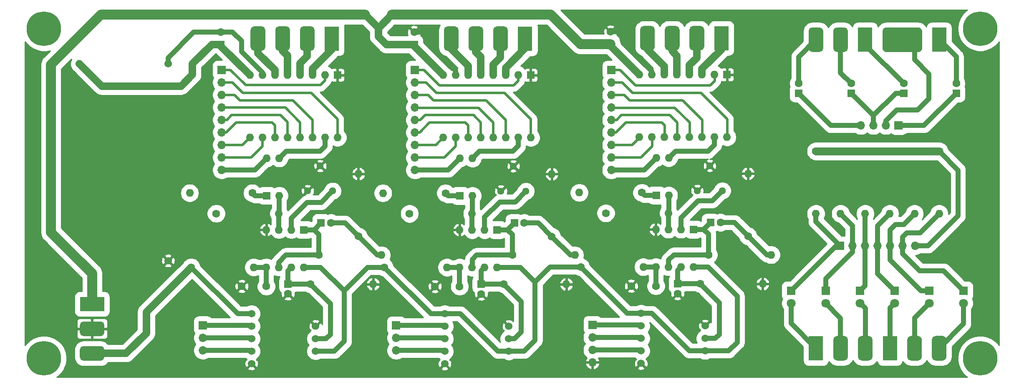
<source format=gbr>
%TF.GenerationSoftware,KiCad,Pcbnew,(5.1.9)-1*%
%TF.CreationDate,2021-04-02T10:28:52-03:00*%
%TF.ProjectId,BTIBR-PCB,42544942-522d-4504-9342-2e6b69636164,rev?*%
%TF.SameCoordinates,Original*%
%TF.FileFunction,Copper,L2,Bot*%
%TF.FilePolarity,Positive*%
%FSLAX46Y46*%
G04 Gerber Fmt 4.6, Leading zero omitted, Abs format (unit mm)*
G04 Created by KiCad (PCBNEW (5.1.9)-1) date 2021-04-02 10:28:52*
%MOMM*%
%LPD*%
G01*
G04 APERTURE LIST*
%TA.AperFunction,ComponentPad*%
%ADD10R,1.600000X1.600000*%
%TD*%
%TA.AperFunction,ComponentPad*%
%ADD11O,1.600000X1.600000*%
%TD*%
%TA.AperFunction,ComponentPad*%
%ADD12C,1.524000*%
%TD*%
%TA.AperFunction,ComponentPad*%
%ADD13C,1.440000*%
%TD*%
%TA.AperFunction,ComponentPad*%
%ADD14C,1.600000*%
%TD*%
%TA.AperFunction,ComponentPad*%
%ADD15R,3.000000X5.000000*%
%TD*%
%TA.AperFunction,ComponentPad*%
%ADD16C,1.800000*%
%TD*%
%TA.AperFunction,ComponentPad*%
%ADD17R,1.800000X1.800000*%
%TD*%
%TA.AperFunction,ComponentPad*%
%ADD18O,1.700000X1.700000*%
%TD*%
%TA.AperFunction,ComponentPad*%
%ADD19R,1.700000X1.700000*%
%TD*%
%TA.AperFunction,ComponentPad*%
%ADD20R,5.000000X3.000000*%
%TD*%
%TA.AperFunction,ViaPad*%
%ADD21C,7.000000*%
%TD*%
%TA.AperFunction,Conductor*%
%ADD22C,1.500000*%
%TD*%
%TA.AperFunction,Conductor*%
%ADD23C,2.000000*%
%TD*%
%TA.AperFunction,Conductor*%
%ADD24C,1.000000*%
%TD*%
%TA.AperFunction,Conductor*%
%ADD25C,0.500000*%
%TD*%
%TA.AperFunction,Conductor*%
%ADD26C,0.254000*%
%TD*%
%TA.AperFunction,Conductor*%
%ADD27C,0.150000*%
%TD*%
G04 APERTURE END LIST*
D10*
%TO.P,U13,1*%
%TO.N,GND*%
X114580000Y-64412000D03*
D11*
%TO.P,U13,9*%
%TO.N,Net-(J13-Pad7)*%
X96800000Y-77112000D03*
%TO.P,U13,2*%
%TO.N,Net-(J13-Pad1)*%
X112040000Y-64412000D03*
%TO.P,U13,10*%
%TO.N,Net-(J13-Pad8)*%
X99340000Y-77112000D03*
%TO.P,U13,3*%
%TO.N,Net-(J14-Pad1)*%
X109500000Y-64412000D03*
%TO.P,U13,11*%
%TO.N,Net-(J13-Pad6)*%
X101880000Y-77112000D03*
%TO.P,U13,4*%
%TO.N,Net-(J14-Pad2)*%
X106960000Y-64412000D03*
%TO.P,U13,12*%
%TO.N,Net-(J13-Pad5)*%
X104420000Y-77112000D03*
%TO.P,U13,5*%
%TO.N,Net-(J14-Pad3)*%
X104420000Y-64412000D03*
%TO.P,U13,13*%
%TO.N,Net-(J13-Pad4)*%
X106960000Y-77112000D03*
%TO.P,U13,6*%
%TO.N,Net-(J14-Pad4)*%
X101880000Y-64412000D03*
%TO.P,U13,14*%
%TO.N,Net-(J13-Pad3)*%
X109500000Y-77112000D03*
%TO.P,U13,7*%
%TO.N,GND1*%
X99340000Y-64412000D03*
%TO.P,U13,15*%
%TO.N,M3_CLK*%
X112040000Y-77112000D03*
%TO.P,U13,8*%
%TO.N,+8V*%
X96800000Y-64412000D03*
%TO.P,U13,16*%
%TO.N,Net-(J13-Pad2)*%
X114580000Y-77112000D03*
%TD*%
D12*
%TO.P,U11,5*%
%TO.N,GND*%
X97130000Y-123082000D03*
%TO.P,U11,1*%
%TO.N,+5V*%
X97130000Y-112922000D03*
%TO.P,U11,2*%
%TO.N,Net-(J11-Pad1)*%
X97130000Y-115462000D03*
%TO.P,U11,6*%
%TO.N,GND*%
X110130000Y-115462000D03*
%TO.P,U11,3*%
%TO.N,Net-(J11-Pad2)*%
X97130000Y-118002000D03*
%TO.P,U11,4*%
%TO.N,Net-(J11-Pad3)*%
X97130000Y-120542000D03*
%TO.P,U11,7*%
%TO.N,Net-(C15-Pad1)*%
X110130000Y-118002000D03*
%TO.P,U11,8*%
%TO.N,+5V*%
X110130000Y-120542000D03*
%TD*%
%TO.P,U2,5*%
%TO.N,GND*%
X176172000Y-123012000D03*
%TO.P,U2,1*%
%TO.N,+5V*%
X176172000Y-112852000D03*
%TO.P,U2,2*%
%TO.N,Net-(J2-Pad1)*%
X176172000Y-115392000D03*
%TO.P,U2,6*%
%TO.N,GND*%
X189172000Y-115392000D03*
%TO.P,U2,3*%
%TO.N,Net-(J2-Pad2)*%
X176172000Y-117932000D03*
%TO.P,U2,4*%
%TO.N,Net-(J2-Pad3)*%
X176172000Y-120472000D03*
%TO.P,U2,7*%
%TO.N,Net-(C3-Pad1)*%
X189172000Y-117932000D03*
%TO.P,U2,8*%
%TO.N,+5V*%
X189172000Y-120472000D03*
%TD*%
%TO.P,U7,5*%
%TO.N,GND*%
X136342000Y-123102000D03*
%TO.P,U7,1*%
%TO.N,+5V*%
X136342000Y-112942000D03*
%TO.P,U7,2*%
%TO.N,Net-(J5-Pad1)*%
X136342000Y-115482000D03*
%TO.P,U7,6*%
%TO.N,GND*%
X149342000Y-115482000D03*
%TO.P,U7,3*%
%TO.N,Net-(J5-Pad2)*%
X136342000Y-118022000D03*
%TO.P,U7,4*%
%TO.N,Net-(J5-Pad3)*%
X136342000Y-120562000D03*
%TO.P,U7,7*%
%TO.N,Net-(C11-Pad1)*%
X149342000Y-118022000D03*
%TO.P,U7,8*%
%TO.N,+5V*%
X149342000Y-120562000D03*
%TD*%
D13*
%TO.P,RV2,1*%
%TO.N,Net-(RV2-Pad1)*%
X152822000Y-88002000D03*
%TO.P,RV2,2*%
%TO.N,GND*%
X150282000Y-82922000D03*
%TO.P,RV2,3*%
X147742000Y-88002000D03*
%TD*%
D11*
%TO.P,R7,2*%
%TO.N,+5V*%
X123802000Y-88412000D03*
D14*
%TO.P,R7,1*%
%TO.N,Net-(R7-Pad1)*%
X136502000Y-88412000D03*
%TD*%
%TO.P,R8,1*%
%TO.N,+5V*%
X124092000Y-103502000D03*
D11*
%TO.P,R8,2*%
%TO.N,Net-(C12-Pad1)*%
X136792000Y-103502000D03*
%TD*%
D14*
%TO.P,R12,1*%
%TO.N,Net-(C9-Pad2)*%
X158042000Y-97232000D03*
D11*
%TO.P,R12,2*%
%TO.N,GND*%
X158042000Y-84532000D03*
%TD*%
D14*
%TO.P,R9,1*%
%TO.N,+5V*%
X129192000Y-92582000D03*
D11*
%TO.P,R9,2*%
%TO.N,Net-(R9-Pad2)*%
X141892000Y-92582000D03*
%TD*%
D10*
%TO.P,U6,1*%
%TO.N,Net-(R7-Pad1)*%
X139422000Y-88952000D03*
D11*
%TO.P,U6,3*%
%TO.N,M2_CLK*%
X141962000Y-81332000D03*
%TO.P,U6,2*%
%TO.N,Net-(R9-Pad2)*%
X141962000Y-88952000D03*
%TO.P,U6,4*%
%TO.N,M2_STEP*%
X139422000Y-81332000D03*
%TD*%
%TO.P,R11,2*%
%TO.N,GND*%
X161022000Y-106932000D03*
D14*
%TO.P,R11,1*%
%TO.N,Net-(C11-Pad1)*%
X148322000Y-106932000D03*
%TD*%
D11*
%TO.P,R10,2*%
%TO.N,Net-(C9-Pad2)*%
X162732000Y-101022000D03*
D14*
%TO.P,R10,1*%
%TO.N,Net-(C9-Pad1)*%
X150032000Y-101022000D03*
%TD*%
D10*
%TO.P,U8,1*%
%TO.N,Net-(C9-Pad1)*%
X146972000Y-95882000D03*
D11*
%TO.P,U8,5*%
%TO.N,Net-(C12-Pad1)*%
X139352000Y-103502000D03*
%TO.P,U8,2*%
%TO.N,Net-(RV2-Pad1)*%
X144432000Y-95882000D03*
%TO.P,U8,6*%
%TO.N,Net-(C9-Pad1)*%
X141892000Y-103502000D03*
%TO.P,U8,3*%
%TO.N,Net-(R9-Pad2)*%
X141892000Y-95882000D03*
%TO.P,U8,7*%
%TO.N,Net-(C11-Pad1)*%
X144432000Y-103502000D03*
%TO.P,U8,4*%
%TO.N,GND*%
X139352000Y-95882000D03*
%TO.P,U8,8*%
%TO.N,+5V*%
X146972000Y-103502000D03*
%TD*%
D10*
%TO.P,U9,1*%
%TO.N,GND*%
X153792000Y-64432000D03*
D11*
%TO.P,U9,9*%
%TO.N,Net-(J8-Pad7)*%
X136012000Y-77132000D03*
%TO.P,U9,2*%
%TO.N,Net-(J8-Pad1)*%
X151252000Y-64432000D03*
%TO.P,U9,10*%
%TO.N,Net-(J8-Pad8)*%
X138552000Y-77132000D03*
%TO.P,U9,3*%
%TO.N,Net-(J9-Pad1)*%
X148712000Y-64432000D03*
%TO.P,U9,11*%
%TO.N,Net-(J8-Pad6)*%
X141092000Y-77132000D03*
%TO.P,U9,4*%
%TO.N,Net-(J9-Pad2)*%
X146172000Y-64432000D03*
%TO.P,U9,12*%
%TO.N,Net-(J8-Pad5)*%
X143632000Y-77132000D03*
%TO.P,U9,5*%
%TO.N,Net-(J9-Pad3)*%
X143632000Y-64432000D03*
%TO.P,U9,13*%
%TO.N,Net-(J8-Pad4)*%
X146172000Y-77132000D03*
%TO.P,U9,6*%
%TO.N,Net-(J9-Pad4)*%
X141092000Y-64432000D03*
%TO.P,U9,14*%
%TO.N,Net-(J8-Pad3)*%
X148712000Y-77132000D03*
%TO.P,U9,7*%
%TO.N,GND*%
X138552000Y-64432000D03*
%TO.P,U9,15*%
%TO.N,M2_CLK*%
X151252000Y-77132000D03*
%TO.P,U9,8*%
%TO.N,+12V*%
X136012000Y-64432000D03*
%TO.P,U9,16*%
%TO.N,Net-(J8-Pad2)*%
X153792000Y-77132000D03*
%TD*%
D15*
%TO.P,J9,1*%
%TO.N,Net-(J9-Pad1)*%
X152652000Y-57022000D03*
%TO.P,J9,2*%
%TO.N,Net-(J9-Pad2)*%
%TA.AperFunction,ComponentPad*%
G36*
G01*
X149152000Y-55272000D02*
X149152000Y-58772000D01*
G75*
G02*
X148402000Y-59522000I-750000J0D01*
G01*
X146902000Y-59522000D01*
G75*
G02*
X146152000Y-58772000I0J750000D01*
G01*
X146152000Y-55272000D01*
G75*
G02*
X146902000Y-54522000I750000J0D01*
G01*
X148402000Y-54522000D01*
G75*
G02*
X149152000Y-55272000I0J-750000D01*
G01*
G37*
%TD.AperFunction*%
%TO.P,J9,3*%
%TO.N,Net-(J9-Pad3)*%
%TA.AperFunction,ComponentPad*%
G36*
G01*
X144152000Y-55272000D02*
X144152000Y-58772000D01*
G75*
G02*
X143402000Y-59522000I-750000J0D01*
G01*
X141902000Y-59522000D01*
G75*
G02*
X141152000Y-58772000I0J750000D01*
G01*
X141152000Y-55272000D01*
G75*
G02*
X141902000Y-54522000I750000J0D01*
G01*
X143402000Y-54522000D01*
G75*
G02*
X144152000Y-55272000I0J-750000D01*
G01*
G37*
%TD.AperFunction*%
%TO.P,J9,4*%
%TO.N,Net-(J9-Pad4)*%
%TA.AperFunction,ComponentPad*%
G36*
G01*
X139152000Y-55272000D02*
X139152000Y-58772000D01*
G75*
G02*
X138402000Y-59522000I-750000J0D01*
G01*
X136902000Y-59522000D01*
G75*
G02*
X136152000Y-58772000I0J750000D01*
G01*
X136152000Y-55272000D01*
G75*
G02*
X136902000Y-54522000I750000J0D01*
G01*
X138402000Y-54522000D01*
G75*
G02*
X139152000Y-55272000I0J-750000D01*
G01*
G37*
%TD.AperFunction*%
%TD*%
D14*
%TO.P,C11,2*%
%TO.N,GND*%
X143742000Y-108912000D03*
D10*
%TO.P,C11,1*%
%TO.N,Net-(C11-Pad1)*%
X143742000Y-106912000D03*
%TD*%
D14*
%TO.P,C12,1*%
%TO.N,Net-(C12-Pad1)*%
X139352000Y-107382000D03*
%TO.P,C12,2*%
%TO.N,GND*%
X134352000Y-107382000D03*
%TD*%
%TO.P,C9,2*%
%TO.N,Net-(C9-Pad2)*%
X152462000Y-94482000D03*
D10*
%TO.P,C9,1*%
%TO.N,Net-(C9-Pad1)*%
X150462000Y-94482000D03*
%TD*%
%TO.P,C5,1*%
%TO.N,+12V*%
X130142000Y-58222000D03*
D14*
%TO.P,C5,2*%
%TO.N,GND*%
X130142000Y-55722000D03*
%TD*%
D13*
%TO.P,RV1,1*%
%TO.N,Net-(RV1-Pad1)*%
X192652000Y-87912000D03*
%TO.P,RV1,2*%
%TO.N,GND*%
X190112000Y-82832000D03*
%TO.P,RV1,3*%
X187572000Y-87912000D03*
%TD*%
D10*
%TO.P,C1,1*%
%TO.N,+12V*%
X169972000Y-58132000D03*
D14*
%TO.P,C1,2*%
%TO.N,GND*%
X169972000Y-55632000D03*
%TD*%
D10*
%TO.P,C2,1*%
%TO.N,Net-(C2-Pad1)*%
X190292000Y-94392000D03*
D14*
%TO.P,C2,2*%
%TO.N,Net-(C2-Pad2)*%
X192292000Y-94392000D03*
%TD*%
D10*
%TO.P,C3,1*%
%TO.N,Net-(C3-Pad1)*%
X183572000Y-106822000D03*
D14*
%TO.P,C3,2*%
%TO.N,GND*%
X183572000Y-108822000D03*
%TD*%
%TO.P,C4,1*%
%TO.N,Net-(C4-Pad1)*%
X179182000Y-107292000D03*
%TO.P,C4,2*%
%TO.N,GND*%
X174182000Y-107292000D03*
%TD*%
D10*
%TO.P,C6,1*%
%TO.N,Net-(C6-Pad1)*%
X208150000Y-68110000D03*
D14*
%TO.P,C6,2*%
%TO.N,Net-(C6-Pad2)*%
X208150000Y-66110000D03*
%TD*%
D10*
%TO.P,C7,1*%
%TO.N,Net-(C7-Pad1)*%
X218800000Y-68120000D03*
D14*
%TO.P,C7,2*%
%TO.N,Net-(C7-Pad2)*%
X218800000Y-66120000D03*
%TD*%
%TO.P,C8,2*%
%TO.N,Net-(C8-Pad2)*%
X229470000Y-66130000D03*
D10*
%TO.P,C8,1*%
%TO.N,Net-(C7-Pad1)*%
X229470000Y-68130000D03*
%TD*%
%TO.P,C10,1*%
%TO.N,Net-(C10-Pad1)*%
X240120000Y-68120000D03*
D14*
%TO.P,C10,2*%
%TO.N,Net-(C10-Pad2)*%
X240120000Y-66120000D03*
%TD*%
D10*
%TO.P,C13,1*%
%TO.N,+8V*%
X90930000Y-58202000D03*
D14*
%TO.P,C13,2*%
%TO.N,GND1*%
X90930000Y-55702000D03*
%TD*%
D16*
%TO.P,D1,2*%
%TO.N,Net-(D1-Pad2)*%
X206620000Y-110810000D03*
D17*
%TO.P,D1,1*%
%TO.N,FDC1*%
X206620000Y-108270000D03*
%TD*%
D16*
%TO.P,D2,2*%
%TO.N,Net-(D2-Pad2)*%
X213620000Y-110810000D03*
D17*
%TO.P,D2,1*%
%TO.N,FDC2*%
X213620000Y-108270000D03*
%TD*%
%TO.P,D3,1*%
%TO.N,FDC3*%
X220620000Y-108270000D03*
D16*
%TO.P,D3,2*%
%TO.N,Net-(D3-Pad2)*%
X220620000Y-110810000D03*
%TD*%
%TO.P,D4,2*%
%TO.N,Net-(D4-Pad2)*%
X227620000Y-110810000D03*
D17*
%TO.P,D4,1*%
%TO.N,FDC4*%
X227620000Y-108270000D03*
%TD*%
%TO.P,D5,1*%
%TO.N,FDC5*%
X234620000Y-108270000D03*
D16*
%TO.P,D5,2*%
%TO.N,Net-(D5-Pad2)*%
X234620000Y-110810000D03*
%TD*%
D17*
%TO.P,D6,1*%
%TO.N,FDC6*%
X241620000Y-108270000D03*
D16*
%TO.P,D6,2*%
%TO.N,Net-(D6-Pad2)*%
X241620000Y-110810000D03*
%TD*%
D18*
%TO.P,J7,4*%
%TO.N,Net-(C6-Pad1)*%
X220790000Y-74660000D03*
%TO.P,J7,3*%
%TO.N,Net-(C7-Pad1)*%
X223330000Y-74660000D03*
%TO.P,J7,2*%
%TO.N,Net-(J10-Pad2)*%
X225870000Y-74660000D03*
D19*
%TO.P,J7,1*%
%TO.N,Net-(C10-Pad1)*%
X228410000Y-74660000D03*
%TD*%
%TO.P,J15,1*%
%TO.N,FDC1*%
X216540000Y-99100000D03*
D18*
%TO.P,J15,2*%
%TO.N,FDC2*%
X219080000Y-99100000D03*
%TO.P,J15,3*%
%TO.N,FDC3*%
X221620000Y-99100000D03*
%TO.P,J15,4*%
%TO.N,FDC4*%
X224160000Y-99100000D03*
%TO.P,J15,5*%
%TO.N,FDC5*%
X226700000Y-99100000D03*
%TO.P,J15,6*%
%TO.N,FDC6*%
X229240000Y-99100000D03*
%TO.P,J15,7*%
%TO.N,FDC-GND*%
X231780000Y-99100000D03*
%TD*%
D14*
%TO.P,R14,1*%
%TO.N,FDC-GND*%
X211650000Y-79900000D03*
D11*
%TO.P,R14,2*%
%TO.N,FDC1*%
X211650000Y-92600000D03*
%TD*%
%TO.P,R1,2*%
%TO.N,+5V*%
X163632000Y-88322000D03*
D14*
%TO.P,R1,1*%
%TO.N,Net-(R1-Pad1)*%
X176332000Y-88322000D03*
%TD*%
%TO.P,R2,1*%
%TO.N,+5V*%
X163922000Y-103412000D03*
D11*
%TO.P,R2,2*%
%TO.N,Net-(C4-Pad1)*%
X176622000Y-103412000D03*
%TD*%
D14*
%TO.P,R3,1*%
%TO.N,+5V*%
X169022000Y-92492000D03*
D11*
%TO.P,R3,2*%
%TO.N,Net-(R3-Pad2)*%
X181722000Y-92492000D03*
%TD*%
%TO.P,R4,2*%
%TO.N,Net-(C2-Pad2)*%
X202562000Y-100952000D03*
D14*
%TO.P,R4,1*%
%TO.N,Net-(C2-Pad1)*%
X189862000Y-100952000D03*
%TD*%
D11*
%TO.P,R5,2*%
%TO.N,GND*%
X200852000Y-106842000D03*
D14*
%TO.P,R5,1*%
%TO.N,Net-(C3-Pad1)*%
X188152000Y-106842000D03*
%TD*%
%TO.P,R6,1*%
%TO.N,Net-(C2-Pad2)*%
X197872000Y-97142000D03*
D11*
%TO.P,R6,2*%
%TO.N,GND*%
X197872000Y-84442000D03*
%TD*%
%TO.P,R17,2*%
%TO.N,FDC2*%
X216650000Y-92600000D03*
D14*
%TO.P,R17,1*%
%TO.N,FDC-GND*%
X216650000Y-79900000D03*
%TD*%
%TO.P,R19,1*%
%TO.N,FDC-GND*%
X221650000Y-79900000D03*
D11*
%TO.P,R19,2*%
%TO.N,FDC3*%
X221650000Y-92600000D03*
%TD*%
%TO.P,R22,2*%
%TO.N,FDC4*%
X226650000Y-92600000D03*
D14*
%TO.P,R22,1*%
%TO.N,FDC-GND*%
X226650000Y-79900000D03*
%TD*%
%TO.P,R23,1*%
%TO.N,FDC-GND*%
X231650000Y-79900000D03*
D11*
%TO.P,R23,2*%
%TO.N,FDC5*%
X231650000Y-92600000D03*
%TD*%
%TO.P,R24,2*%
%TO.N,FDC6*%
X236650000Y-92600000D03*
D14*
%TO.P,R24,1*%
%TO.N,FDC-GND*%
X236650000Y-79900000D03*
%TD*%
D10*
%TO.P,U1,1*%
%TO.N,Net-(R1-Pad1)*%
X179252000Y-88862000D03*
D11*
%TO.P,U1,3*%
%TO.N,M1_CLK*%
X181792000Y-81242000D03*
%TO.P,U1,2*%
%TO.N,Net-(R3-Pad2)*%
X181792000Y-88862000D03*
%TO.P,U1,4*%
%TO.N,M1_STEP*%
X179252000Y-81242000D03*
%TD*%
%TO.P,U3,8*%
%TO.N,+5V*%
X186802000Y-103412000D03*
%TO.P,U3,4*%
%TO.N,GND*%
X179182000Y-95792000D03*
%TO.P,U3,7*%
%TO.N,Net-(C3-Pad1)*%
X184262000Y-103412000D03*
%TO.P,U3,3*%
%TO.N,Net-(R3-Pad2)*%
X181722000Y-95792000D03*
%TO.P,U3,6*%
%TO.N,Net-(C2-Pad1)*%
X181722000Y-103412000D03*
%TO.P,U3,2*%
%TO.N,Net-(RV1-Pad1)*%
X184262000Y-95792000D03*
%TO.P,U3,5*%
%TO.N,Net-(C4-Pad1)*%
X179182000Y-103412000D03*
D10*
%TO.P,U3,1*%
%TO.N,Net-(C2-Pad1)*%
X186802000Y-95792000D03*
%TD*%
D15*
%TO.P,J4,1*%
%TO.N,Net-(J4-Pad1)*%
X192482000Y-56932000D03*
%TO.P,J4,2*%
%TO.N,Net-(J4-Pad2)*%
%TA.AperFunction,ComponentPad*%
G36*
G01*
X188982000Y-55182000D02*
X188982000Y-58682000D01*
G75*
G02*
X188232000Y-59432000I-750000J0D01*
G01*
X186732000Y-59432000D01*
G75*
G02*
X185982000Y-58682000I0J750000D01*
G01*
X185982000Y-55182000D01*
G75*
G02*
X186732000Y-54432000I750000J0D01*
G01*
X188232000Y-54432000D01*
G75*
G02*
X188982000Y-55182000I0J-750000D01*
G01*
G37*
%TD.AperFunction*%
%TO.P,J4,3*%
%TO.N,Net-(J4-Pad3)*%
%TA.AperFunction,ComponentPad*%
G36*
G01*
X183982000Y-55182000D02*
X183982000Y-58682000D01*
G75*
G02*
X183232000Y-59432000I-750000J0D01*
G01*
X181732000Y-59432000D01*
G75*
G02*
X180982000Y-58682000I0J750000D01*
G01*
X180982000Y-55182000D01*
G75*
G02*
X181732000Y-54432000I750000J0D01*
G01*
X183232000Y-54432000D01*
G75*
G02*
X183982000Y-55182000I0J-750000D01*
G01*
G37*
%TD.AperFunction*%
%TO.P,J4,4*%
%TO.N,Net-(J4-Pad4)*%
%TA.AperFunction,ComponentPad*%
G36*
G01*
X178982000Y-55182000D02*
X178982000Y-58682000D01*
G75*
G02*
X178232000Y-59432000I-750000J0D01*
G01*
X176732000Y-59432000D01*
G75*
G02*
X175982000Y-58682000I0J750000D01*
G01*
X175982000Y-55182000D01*
G75*
G02*
X176732000Y-54432000I750000J0D01*
G01*
X178232000Y-54432000D01*
G75*
G02*
X178982000Y-55182000I0J-750000D01*
G01*
G37*
%TD.AperFunction*%
%TD*%
%TO.P,J6,3*%
%TO.N,Net-(C6-Pad2)*%
%TA.AperFunction,ComponentPad*%
G36*
G01*
X213150000Y-55480000D02*
X213150000Y-58980000D01*
G75*
G02*
X212400000Y-59730000I-750000J0D01*
G01*
X210900000Y-59730000D01*
G75*
G02*
X210150000Y-58980000I0J750000D01*
G01*
X210150000Y-55480000D01*
G75*
G02*
X210900000Y-54730000I750000J0D01*
G01*
X212400000Y-54730000D01*
G75*
G02*
X213150000Y-55480000I0J-750000D01*
G01*
G37*
%TD.AperFunction*%
%TO.P,J6,2*%
%TO.N,Net-(C7-Pad2)*%
%TA.AperFunction,ComponentPad*%
G36*
G01*
X218150000Y-55480000D02*
X218150000Y-58980000D01*
G75*
G02*
X217400000Y-59730000I-750000J0D01*
G01*
X215900000Y-59730000D01*
G75*
G02*
X215150000Y-58980000I0J750000D01*
G01*
X215150000Y-55480000D01*
G75*
G02*
X215900000Y-54730000I750000J0D01*
G01*
X217400000Y-54730000D01*
G75*
G02*
X218150000Y-55480000I0J-750000D01*
G01*
G37*
%TD.AperFunction*%
%TO.P,J6,1*%
%TO.N,Net-(C8-Pad2)*%
X221650000Y-57230000D03*
%TD*%
%TO.P,J10,1*%
%TO.N,Net-(C10-Pad2)*%
X236650000Y-57230000D03*
%TO.P,J10,2*%
%TO.N,Net-(J10-Pad2)*%
%TA.AperFunction,ComponentPad*%
G36*
G01*
X233150000Y-55480000D02*
X233150000Y-58980000D01*
G75*
G02*
X232400000Y-59730000I-750000J0D01*
G01*
X230900000Y-59730000D01*
G75*
G02*
X230150000Y-58980000I0J750000D01*
G01*
X230150000Y-55480000D01*
G75*
G02*
X230900000Y-54730000I750000J0D01*
G01*
X232400000Y-54730000D01*
G75*
G02*
X233150000Y-55480000I0J-750000D01*
G01*
G37*
%TD.AperFunction*%
%TO.P,J10,3*%
%TA.AperFunction,ComponentPad*%
G36*
G01*
X228150000Y-55480000D02*
X228150000Y-58980000D01*
G75*
G02*
X227400000Y-59730000I-750000J0D01*
G01*
X225900000Y-59730000D01*
G75*
G02*
X225150000Y-58980000I0J750000D01*
G01*
X225150000Y-55480000D01*
G75*
G02*
X225900000Y-54730000I750000J0D01*
G01*
X227400000Y-54730000D01*
G75*
G02*
X228150000Y-55480000I0J-750000D01*
G01*
G37*
%TD.AperFunction*%
%TD*%
%TO.P,J12,3*%
%TO.N,Net-(D3-Pad2)*%
%TA.AperFunction,ComponentPad*%
G36*
G01*
X220160000Y-121700000D02*
X220160000Y-118200000D01*
G75*
G02*
X220910000Y-117450000I750000J0D01*
G01*
X222410000Y-117450000D01*
G75*
G02*
X223160000Y-118200000I0J-750000D01*
G01*
X223160000Y-121700000D01*
G75*
G02*
X222410000Y-122450000I-750000J0D01*
G01*
X220910000Y-122450000D01*
G75*
G02*
X220160000Y-121700000I0J750000D01*
G01*
G37*
%TD.AperFunction*%
%TO.P,J12,2*%
%TO.N,Net-(D2-Pad2)*%
%TA.AperFunction,ComponentPad*%
G36*
G01*
X215160000Y-121700000D02*
X215160000Y-118200000D01*
G75*
G02*
X215910000Y-117450000I750000J0D01*
G01*
X217410000Y-117450000D01*
G75*
G02*
X218160000Y-118200000I0J-750000D01*
G01*
X218160000Y-121700000D01*
G75*
G02*
X217410000Y-122450000I-750000J0D01*
G01*
X215910000Y-122450000D01*
G75*
G02*
X215160000Y-121700000I0J750000D01*
G01*
G37*
%TD.AperFunction*%
%TO.P,J12,1*%
%TO.N,Net-(D1-Pad2)*%
X211660000Y-119950000D03*
%TD*%
%TO.P,J14,1*%
%TO.N,Net-(J14-Pad1)*%
X113440000Y-57002000D03*
%TO.P,J14,2*%
%TO.N,Net-(J14-Pad2)*%
%TA.AperFunction,ComponentPad*%
G36*
G01*
X109940000Y-55252000D02*
X109940000Y-58752000D01*
G75*
G02*
X109190000Y-59502000I-750000J0D01*
G01*
X107690000Y-59502000D01*
G75*
G02*
X106940000Y-58752000I0J750000D01*
G01*
X106940000Y-55252000D01*
G75*
G02*
X107690000Y-54502000I750000J0D01*
G01*
X109190000Y-54502000D01*
G75*
G02*
X109940000Y-55252000I0J-750000D01*
G01*
G37*
%TD.AperFunction*%
%TO.P,J14,3*%
%TO.N,Net-(J14-Pad3)*%
%TA.AperFunction,ComponentPad*%
G36*
G01*
X104940000Y-55252000D02*
X104940000Y-58752000D01*
G75*
G02*
X104190000Y-59502000I-750000J0D01*
G01*
X102690000Y-59502000D01*
G75*
G02*
X101940000Y-58752000I0J750000D01*
G01*
X101940000Y-55252000D01*
G75*
G02*
X102690000Y-54502000I750000J0D01*
G01*
X104190000Y-54502000D01*
G75*
G02*
X104940000Y-55252000I0J-750000D01*
G01*
G37*
%TD.AperFunction*%
%TO.P,J14,4*%
%TO.N,Net-(J14-Pad4)*%
%TA.AperFunction,ComponentPad*%
G36*
G01*
X99940000Y-55252000D02*
X99940000Y-58752000D01*
G75*
G02*
X99190000Y-59502000I-750000J0D01*
G01*
X97690000Y-59502000D01*
G75*
G02*
X96940000Y-58752000I0J750000D01*
G01*
X96940000Y-55252000D01*
G75*
G02*
X97690000Y-54502000I750000J0D01*
G01*
X99190000Y-54502000D01*
G75*
G02*
X99940000Y-55252000I0J-750000D01*
G01*
G37*
%TD.AperFunction*%
%TD*%
%TO.P,J16,1*%
%TO.N,Net-(D4-Pad2)*%
X226660000Y-119950000D03*
%TO.P,J16,2*%
%TO.N,Net-(D5-Pad2)*%
%TA.AperFunction,ComponentPad*%
G36*
G01*
X230160000Y-121700000D02*
X230160000Y-118200000D01*
G75*
G02*
X230910000Y-117450000I750000J0D01*
G01*
X232410000Y-117450000D01*
G75*
G02*
X233160000Y-118200000I0J-750000D01*
G01*
X233160000Y-121700000D01*
G75*
G02*
X232410000Y-122450000I-750000J0D01*
G01*
X230910000Y-122450000D01*
G75*
G02*
X230160000Y-121700000I0J750000D01*
G01*
G37*
%TD.AperFunction*%
%TO.P,J16,3*%
%TO.N,Net-(D6-Pad2)*%
%TA.AperFunction,ComponentPad*%
G36*
G01*
X235160000Y-121700000D02*
X235160000Y-118200000D01*
G75*
G02*
X235910000Y-117450000I750000J0D01*
G01*
X237410000Y-117450000D01*
G75*
G02*
X238160000Y-118200000I0J-750000D01*
G01*
X238160000Y-121700000D01*
G75*
G02*
X237410000Y-122450000I-750000J0D01*
G01*
X235910000Y-122450000D01*
G75*
G02*
X235160000Y-121700000I0J750000D01*
G01*
G37*
%TD.AperFunction*%
%TD*%
D20*
%TO.P,J1,1*%
%TO.N,+12V*%
X64790000Y-110990000D03*
%TO.P,J1,2*%
%TO.N,GND*%
%TA.AperFunction,ComponentPad*%
G36*
G01*
X63040000Y-114490000D02*
X66540000Y-114490000D01*
G75*
G02*
X67290000Y-115240000I0J-750000D01*
G01*
X67290000Y-116740000D01*
G75*
G02*
X66540000Y-117490000I-750000J0D01*
G01*
X63040000Y-117490000D01*
G75*
G02*
X62290000Y-116740000I0J750000D01*
G01*
X62290000Y-115240000D01*
G75*
G02*
X63040000Y-114490000I750000J0D01*
G01*
G37*
%TD.AperFunction*%
%TO.P,J1,3*%
%TO.N,+5V*%
%TA.AperFunction,ComponentPad*%
G36*
G01*
X63040000Y-119490000D02*
X66540000Y-119490000D01*
G75*
G02*
X67290000Y-120240000I0J-750000D01*
G01*
X67290000Y-121740000D01*
G75*
G02*
X66540000Y-122490000I-750000J0D01*
G01*
X63040000Y-122490000D01*
G75*
G02*
X62290000Y-121740000I0J750000D01*
G01*
X62290000Y-120240000D01*
G75*
G02*
X63040000Y-119490000I750000J0D01*
G01*
G37*
%TD.AperFunction*%
%TD*%
D10*
%TO.P,U4,1*%
%TO.N,GND*%
X193622000Y-64342000D03*
D11*
%TO.P,U4,9*%
%TO.N,Net-(J3-Pad7)*%
X175842000Y-77042000D03*
%TO.P,U4,2*%
%TO.N,Net-(J3-Pad1)*%
X191082000Y-64342000D03*
%TO.P,U4,10*%
%TO.N,Net-(J3-Pad8)*%
X178382000Y-77042000D03*
%TO.P,U4,3*%
%TO.N,Net-(J4-Pad1)*%
X188542000Y-64342000D03*
%TO.P,U4,11*%
%TO.N,Net-(J3-Pad6)*%
X180922000Y-77042000D03*
%TO.P,U4,4*%
%TO.N,Net-(J4-Pad2)*%
X186002000Y-64342000D03*
%TO.P,U4,12*%
%TO.N,Net-(J3-Pad5)*%
X183462000Y-77042000D03*
%TO.P,U4,5*%
%TO.N,Net-(J4-Pad3)*%
X183462000Y-64342000D03*
%TO.P,U4,13*%
%TO.N,Net-(J3-Pad4)*%
X186002000Y-77042000D03*
%TO.P,U4,6*%
%TO.N,Net-(J4-Pad4)*%
X180922000Y-64342000D03*
%TO.P,U4,14*%
%TO.N,Net-(J3-Pad3)*%
X188542000Y-77042000D03*
%TO.P,U4,7*%
%TO.N,GND*%
X178382000Y-64342000D03*
%TO.P,U4,15*%
%TO.N,M1_CLK*%
X191082000Y-77042000D03*
%TO.P,U4,8*%
%TO.N,+12V*%
X175842000Y-64342000D03*
%TO.P,U4,16*%
%TO.N,Net-(J3-Pad2)*%
X193622000Y-77042000D03*
%TD*%
D12*
%TO.P,U5,IN+*%
%TO.N,+12V*%
X62220000Y-102160000D03*
%TO.P,U5,IN-*%
%TO.N,GND*%
X80220000Y-102160000D03*
%TO.P,U5,OUT+*%
%TO.N,+8V*%
X62220000Y-62160000D03*
%TO.P,U5,OUT-*%
%TO.N,GND1*%
X80220000Y-62160000D03*
%TD*%
D14*
%TO.P,C14,2*%
%TO.N,Net-(C14-Pad2)*%
X113250000Y-94462000D03*
D10*
%TO.P,C14,1*%
%TO.N,Net-(C14-Pad1)*%
X111250000Y-94462000D03*
%TD*%
%TO.P,C15,1*%
%TO.N,Net-(C15-Pad1)*%
X104530000Y-106892000D03*
D14*
%TO.P,C15,2*%
%TO.N,GND*%
X104530000Y-108892000D03*
%TD*%
%TO.P,C16,2*%
%TO.N,GND*%
X95140000Y-107362000D03*
%TO.P,C16,1*%
%TO.N,Net-(C16-Pad1)*%
X100140000Y-107362000D03*
%TD*%
%TO.P,R13,1*%
%TO.N,Net-(R13-Pad1)*%
X97290000Y-88392000D03*
D11*
%TO.P,R13,2*%
%TO.N,+5V*%
X84590000Y-88392000D03*
%TD*%
D14*
%TO.P,R15,1*%
%TO.N,+5V*%
X84880000Y-103482000D03*
D11*
%TO.P,R15,2*%
%TO.N,Net-(C16-Pad1)*%
X97580000Y-103482000D03*
%TD*%
%TO.P,R16,2*%
%TO.N,Net-(R16-Pad2)*%
X102680000Y-92562000D03*
D14*
%TO.P,R16,1*%
%TO.N,+5V*%
X89980000Y-92562000D03*
%TD*%
D11*
%TO.P,R18,2*%
%TO.N,Net-(C14-Pad2)*%
X123520000Y-101022000D03*
D14*
%TO.P,R18,1*%
%TO.N,Net-(C14-Pad1)*%
X110820000Y-101022000D03*
%TD*%
D11*
%TO.P,R20,2*%
%TO.N,GND*%
X121810000Y-106912000D03*
D14*
%TO.P,R20,1*%
%TO.N,Net-(C15-Pad1)*%
X109110000Y-106912000D03*
%TD*%
%TO.P,R21,1*%
%TO.N,Net-(C14-Pad2)*%
X118830000Y-97212000D03*
D11*
%TO.P,R21,2*%
%TO.N,GND*%
X118830000Y-84512000D03*
%TD*%
D13*
%TO.P,RV3,1*%
%TO.N,Net-(RV3-Pad1)*%
X113610000Y-87982000D03*
%TO.P,RV3,2*%
%TO.N,GND*%
X111070000Y-82902000D03*
%TO.P,RV3,3*%
X108530000Y-87982000D03*
%TD*%
D11*
%TO.P,U10,4*%
%TO.N,M3_STEP*%
X100210000Y-81312000D03*
%TO.P,U10,2*%
%TO.N,Net-(R16-Pad2)*%
X102750000Y-88932000D03*
%TO.P,U10,3*%
%TO.N,M3_CLK*%
X102750000Y-81312000D03*
D10*
%TO.P,U10,1*%
%TO.N,Net-(R13-Pad1)*%
X100210000Y-88932000D03*
%TD*%
D11*
%TO.P,U12,8*%
%TO.N,+5V*%
X107760000Y-103482000D03*
%TO.P,U12,4*%
%TO.N,GND*%
X100140000Y-95862000D03*
%TO.P,U12,7*%
%TO.N,Net-(C15-Pad1)*%
X105220000Y-103482000D03*
%TO.P,U12,3*%
%TO.N,Net-(R16-Pad2)*%
X102680000Y-95862000D03*
%TO.P,U12,6*%
%TO.N,Net-(C14-Pad1)*%
X102680000Y-103482000D03*
%TO.P,U12,2*%
%TO.N,Net-(RV3-Pad1)*%
X105220000Y-95862000D03*
%TO.P,U12,5*%
%TO.N,Net-(C16-Pad1)*%
X100140000Y-103482000D03*
D10*
%TO.P,U12,1*%
%TO.N,Net-(C14-Pad1)*%
X107760000Y-95862000D03*
%TD*%
D19*
%TO.P,J5,1*%
%TO.N,Net-(J5-Pad1)*%
X126492000Y-115292000D03*
D18*
%TO.P,J5,2*%
%TO.N,Net-(J5-Pad2)*%
X126492000Y-117832000D03*
%TO.P,J5,3*%
%TO.N,Net-(J5-Pad3)*%
X126492000Y-120372000D03*
%TD*%
%TO.P,J8,9*%
%TO.N,M2_STEP*%
X130302000Y-83702000D03*
%TO.P,J8,8*%
%TO.N,Net-(J8-Pad8)*%
X130302000Y-81162000D03*
%TO.P,J8,7*%
%TO.N,Net-(J8-Pad7)*%
X130302000Y-78622000D03*
%TO.P,J8,6*%
%TO.N,Net-(J8-Pad6)*%
X130302000Y-76082000D03*
%TO.P,J8,5*%
%TO.N,Net-(J8-Pad5)*%
X130302000Y-73542000D03*
%TO.P,J8,4*%
%TO.N,Net-(J8-Pad4)*%
X130302000Y-71002000D03*
%TO.P,J8,3*%
%TO.N,Net-(J8-Pad3)*%
X130302000Y-68462000D03*
%TO.P,J8,2*%
%TO.N,Net-(J8-Pad2)*%
X130302000Y-65922000D03*
D19*
%TO.P,J8,1*%
%TO.N,Net-(J8-Pad1)*%
X130302000Y-63382000D03*
%TD*%
D18*
%TO.P,J11,3*%
%TO.N,Net-(J11-Pad3)*%
X87280000Y-120352000D03*
%TO.P,J11,2*%
%TO.N,Net-(J11-Pad2)*%
X87280000Y-117812000D03*
D19*
%TO.P,J11,1*%
%TO.N,Net-(J11-Pad1)*%
X87280000Y-115272000D03*
%TD*%
%TO.P,J13,1*%
%TO.N,Net-(J13-Pad1)*%
X91090000Y-63362000D03*
D18*
%TO.P,J13,2*%
%TO.N,Net-(J13-Pad2)*%
X91090000Y-65902000D03*
%TO.P,J13,3*%
%TO.N,Net-(J13-Pad3)*%
X91090000Y-68442000D03*
%TO.P,J13,4*%
%TO.N,Net-(J13-Pad4)*%
X91090000Y-70982000D03*
%TO.P,J13,5*%
%TO.N,Net-(J13-Pad5)*%
X91090000Y-73522000D03*
%TO.P,J13,6*%
%TO.N,Net-(J13-Pad6)*%
X91090000Y-76062000D03*
%TO.P,J13,7*%
%TO.N,Net-(J13-Pad7)*%
X91090000Y-78602000D03*
%TO.P,J13,8*%
%TO.N,Net-(J13-Pad8)*%
X91090000Y-81142000D03*
%TO.P,J13,9*%
%TO.N,M3_STEP*%
X91090000Y-83682000D03*
%TD*%
D19*
%TO.P,J2,1*%
%TO.N,Net-(J2-Pad1)*%
X166322000Y-115202000D03*
D18*
%TO.P,J2,2*%
%TO.N,Net-(J2-Pad2)*%
X166322000Y-117742000D03*
%TO.P,J2,3*%
%TO.N,Net-(J2-Pad3)*%
X166322000Y-120282000D03*
%TO.P,J2,4*%
%TO.N,GND*%
X166322000Y-122822000D03*
%TD*%
D19*
%TO.P,J3,1*%
%TO.N,Net-(J3-Pad1)*%
X170132000Y-63382000D03*
D18*
%TO.P,J3,2*%
%TO.N,Net-(J3-Pad2)*%
X170132000Y-65922000D03*
%TO.P,J3,3*%
%TO.N,Net-(J3-Pad3)*%
X170132000Y-68462000D03*
%TO.P,J3,4*%
%TO.N,Net-(J3-Pad4)*%
X170132000Y-71002000D03*
%TO.P,J3,5*%
%TO.N,Net-(J3-Pad5)*%
X170132000Y-73542000D03*
%TO.P,J3,6*%
%TO.N,Net-(J3-Pad6)*%
X170132000Y-76082000D03*
%TO.P,J3,7*%
%TO.N,Net-(J3-Pad7)*%
X170132000Y-78622000D03*
%TO.P,J3,8*%
%TO.N,Net-(J3-Pad8)*%
X170132000Y-81162000D03*
%TO.P,J3,9*%
%TO.N,M1_STEP*%
X170132000Y-83702000D03*
%TD*%
D21*
%TO.N,*%
X245000000Y-122000000D03*
X55000000Y-122000000D03*
X55000000Y-55000000D03*
X245000000Y-55000000D03*
%TD*%
D22*
%TO.N,+12V*%
X169972000Y-58472000D02*
X175842000Y-64342000D01*
X169972000Y-58132000D02*
X169972000Y-58472000D01*
X130142000Y-58562000D02*
X136012000Y-64432000D01*
X130142000Y-58222000D02*
X130142000Y-58562000D01*
D23*
X64790000Y-104730000D02*
X62220000Y-102160000D01*
X64790000Y-110990000D02*
X64790000Y-104730000D01*
X56460000Y-62310000D02*
X56460000Y-96400000D01*
X66610000Y-52160000D02*
X56460000Y-62310000D01*
X56460000Y-96400000D02*
X62220000Y-102160000D01*
X163862000Y-58132000D02*
X157890000Y-52160000D01*
X169972000Y-58132000D02*
X163862000Y-58132000D01*
D22*
X130142000Y-58222000D02*
X124512000Y-58222000D01*
X124512000Y-58222000D02*
X122870000Y-56580000D01*
X122870000Y-54910000D02*
X125620000Y-52160000D01*
X122870000Y-56580000D02*
X122870000Y-54910000D01*
D23*
X157890000Y-52160000D02*
X125620000Y-52160000D01*
D22*
X122870000Y-54880000D02*
X120150000Y-52160000D01*
X122870000Y-54910000D02*
X122870000Y-54880000D01*
D23*
X120150000Y-52160000D02*
X66610000Y-52160000D01*
D24*
%TO.N,GND*%
X130142000Y-55722000D02*
X132362000Y-55722000D01*
X132362000Y-55722000D02*
X134320000Y-57680000D01*
X134320000Y-57680000D02*
X134320000Y-59310000D01*
X138552000Y-63542000D02*
X138552000Y-64432000D01*
X134320000Y-59310000D02*
X138552000Y-63542000D01*
X169972000Y-55632000D02*
X172142000Y-55632000D01*
X172142000Y-55632000D02*
X174400000Y-57890000D01*
X174400000Y-57890000D02*
X174400000Y-59640000D01*
X178382000Y-63622000D02*
X178382000Y-64342000D01*
X174400000Y-59640000D02*
X178382000Y-63622000D01*
%TO.N,Net-(C2-Pad1)*%
X188892000Y-95792000D02*
X190292000Y-94392000D01*
X186802000Y-95792000D02*
X188892000Y-95792000D01*
X189862000Y-96762000D02*
X188892000Y-95792000D01*
X189862000Y-100952000D02*
X189862000Y-96762000D01*
X189862000Y-100952000D02*
X182812000Y-100952000D01*
X181722000Y-102042000D02*
X181722000Y-103412000D01*
X182812000Y-100952000D02*
X181722000Y-102042000D01*
%TO.N,Net-(C2-Pad2)*%
X195122000Y-94392000D02*
X197872000Y-97142000D01*
X192292000Y-94392000D02*
X195122000Y-94392000D01*
X201682000Y-100952000D02*
X197872000Y-97142000D01*
X202562000Y-100952000D02*
X201682000Y-100952000D01*
%TO.N,Net-(C3-Pad1)*%
X188132000Y-106822000D02*
X188152000Y-106842000D01*
X183572000Y-106822000D02*
X188132000Y-106822000D01*
X183572000Y-104102000D02*
X184262000Y-103412000D01*
X183572000Y-106822000D02*
X183572000Y-104102000D01*
X189172000Y-117932000D02*
X191218000Y-117932000D01*
X191218000Y-117932000D02*
X192030000Y-117120000D01*
X192030000Y-110720000D02*
X188152000Y-106842000D01*
X192030000Y-117120000D02*
X192030000Y-110720000D01*
%TO.N,Net-(C4-Pad1)*%
X179182000Y-107292000D02*
X179182000Y-103412000D01*
X176622000Y-103412000D02*
X179182000Y-103412000D01*
%TO.N,Net-(C6-Pad1)*%
X214700000Y-74660000D02*
X208150000Y-68110000D01*
X220790000Y-74660000D02*
X214700000Y-74660000D01*
%TO.N,Net-(C6-Pad2)*%
X208150000Y-60730000D02*
X211650000Y-57230000D01*
X208150000Y-66110000D02*
X208150000Y-60730000D01*
%TO.N,Net-(C7-Pad1)*%
X223330000Y-72650000D02*
X218800000Y-68120000D01*
X223330000Y-74660000D02*
X223330000Y-72650000D01*
X227850000Y-68130000D02*
X223330000Y-72650000D01*
X229470000Y-68130000D02*
X227850000Y-68130000D01*
%TO.N,Net-(C7-Pad2)*%
X216650000Y-63970000D02*
X218800000Y-66120000D01*
X216650000Y-57230000D02*
X216650000Y-63970000D01*
%TO.N,Net-(C8-Pad2)*%
X221650000Y-58310000D02*
X229470000Y-66130000D01*
X221650000Y-57230000D02*
X221650000Y-58310000D01*
%TO.N,Net-(C9-Pad2)*%
X155292000Y-94482000D02*
X158042000Y-97232000D01*
X152462000Y-94482000D02*
X155292000Y-94482000D01*
X161832000Y-101022000D02*
X158042000Y-97232000D01*
X162732000Y-101022000D02*
X161832000Y-101022000D01*
%TO.N,Net-(C9-Pad1)*%
X149062000Y-95882000D02*
X150462000Y-94482000D01*
X146972000Y-95882000D02*
X149062000Y-95882000D01*
X150032000Y-96852000D02*
X149062000Y-95882000D01*
X150032000Y-101022000D02*
X150032000Y-96852000D01*
X150032000Y-101022000D02*
X142828000Y-101022000D01*
X142828000Y-101022000D02*
X141960000Y-101890000D01*
X141960000Y-103434000D02*
X141892000Y-103502000D01*
X141960000Y-101890000D02*
X141960000Y-103434000D01*
%TO.N,Net-(C10-Pad1)*%
X233580000Y-74660000D02*
X240120000Y-68120000D01*
X228410000Y-74660000D02*
X233580000Y-74660000D01*
%TO.N,Net-(C10-Pad2)*%
X240120000Y-60700000D02*
X236650000Y-57230000D01*
X240120000Y-66120000D02*
X240120000Y-60700000D01*
%TO.N,Net-(C11-Pad1)*%
X148302000Y-106912000D02*
X148322000Y-106932000D01*
X143742000Y-106912000D02*
X148302000Y-106912000D01*
X143742000Y-104192000D02*
X144432000Y-103502000D01*
X143742000Y-106912000D02*
X143742000Y-104192000D01*
X149342000Y-118022000D02*
X150528000Y-118022000D01*
X150528000Y-118022000D02*
X151870000Y-116680000D01*
X151870000Y-110480000D02*
X148322000Y-106932000D01*
X151870000Y-116680000D02*
X151870000Y-110480000D01*
%TO.N,Net-(C12-Pad1)*%
X136792000Y-103502000D02*
X139352000Y-103502000D01*
X139352000Y-103502000D02*
X139352000Y-107382000D01*
D22*
%TO.N,+8V*%
X90930000Y-58542000D02*
X96800000Y-64412000D01*
X90930000Y-58202000D02*
X90930000Y-58542000D01*
X90930000Y-58202000D02*
X89078000Y-58202000D01*
X89078000Y-58202000D02*
X85160000Y-62120000D01*
X85160000Y-62120000D02*
X85160000Y-64340000D01*
X85160000Y-64340000D02*
X82840000Y-66660000D01*
X82840000Y-66660000D02*
X66720000Y-66660000D01*
X66720000Y-66660000D02*
X62220000Y-62160000D01*
D24*
%TO.N,Net-(C14-Pad2)*%
X122640000Y-101022000D02*
X118830000Y-97212000D01*
X123520000Y-101022000D02*
X122640000Y-101022000D01*
X116080000Y-94462000D02*
X118830000Y-97212000D01*
X113250000Y-94462000D02*
X116080000Y-94462000D01*
%TO.N,Net-(C14-Pad1)*%
X109850000Y-95862000D02*
X111250000Y-94462000D01*
X107760000Y-95862000D02*
X109850000Y-95862000D01*
X110820000Y-96832000D02*
X109850000Y-95862000D01*
X110820000Y-101022000D02*
X110820000Y-96832000D01*
X110820000Y-101022000D02*
X104138000Y-101022000D01*
X102680000Y-102480000D02*
X102680000Y-103482000D01*
X104138000Y-101022000D02*
X102680000Y-102480000D01*
%TO.N,Net-(C15-Pad1)*%
X104530000Y-104172000D02*
X105220000Y-103482000D01*
X104530000Y-106892000D02*
X104530000Y-104172000D01*
X109090000Y-106892000D02*
X109110000Y-106912000D01*
X104530000Y-106892000D02*
X109090000Y-106892000D01*
X110130000Y-118002000D02*
X112248000Y-118002000D01*
X112248000Y-118002000D02*
X113120000Y-117130000D01*
X113120000Y-110922000D02*
X109110000Y-106912000D01*
X113120000Y-117130000D02*
X113120000Y-110922000D01*
%TO.N,Net-(C16-Pad1)*%
X97580000Y-103482000D02*
X100140000Y-103482000D01*
X100140000Y-103482000D02*
X100140000Y-107362000D01*
%TO.N,Net-(D1-Pad2)*%
X206620000Y-114910000D02*
X211660000Y-119950000D01*
X206620000Y-110810000D02*
X206620000Y-114910000D01*
%TO.N,FDC1*%
X211650000Y-94210000D02*
X216540000Y-99100000D01*
X211650000Y-92600000D02*
X211650000Y-94210000D01*
X215790000Y-99100000D02*
X206620000Y-108270000D01*
X216540000Y-99100000D02*
X215790000Y-99100000D01*
%TO.N,Net-(D2-Pad2)*%
X216660000Y-113850000D02*
X213620000Y-110810000D01*
X216660000Y-119950000D02*
X216660000Y-113850000D01*
%TO.N,FDC2*%
X219080000Y-95030000D02*
X219080000Y-99100000D01*
X216650000Y-92600000D02*
X219080000Y-95030000D01*
X213620000Y-108270000D02*
X213620000Y-105820000D01*
X219080000Y-100360000D02*
X219080000Y-99100000D01*
X213620000Y-105820000D02*
X219080000Y-100360000D01*
%TO.N,FDC3*%
X221650000Y-99070000D02*
X221620000Y-99100000D01*
X221650000Y-92600000D02*
X221650000Y-99070000D01*
X221620000Y-107270000D02*
X220620000Y-108270000D01*
X221620000Y-99100000D02*
X221620000Y-107270000D01*
%TO.N,Net-(D3-Pad2)*%
X221660000Y-111850000D02*
X220620000Y-110810000D01*
X221660000Y-119950000D02*
X221660000Y-111850000D01*
%TO.N,Net-(D4-Pad2)*%
X226660000Y-111770000D02*
X227620000Y-110810000D01*
X226660000Y-119950000D02*
X226660000Y-111770000D01*
%TO.N,FDC4*%
X224160000Y-95090000D02*
X226650000Y-92600000D01*
X224160000Y-99100000D02*
X224160000Y-95090000D01*
X224160000Y-104810000D02*
X227620000Y-108270000D01*
X224160000Y-99100000D02*
X224160000Y-104810000D01*
%TO.N,FDC5*%
X231650000Y-92600000D02*
X229480000Y-94770000D01*
X229480000Y-94770000D02*
X227800000Y-94770000D01*
X226700000Y-95870000D02*
X226700000Y-99100000D01*
X227800000Y-94770000D02*
X226700000Y-95870000D01*
X226700000Y-99100000D02*
X226700000Y-102010000D01*
X232960000Y-108270000D02*
X234620000Y-108270000D01*
X226700000Y-102010000D02*
X232960000Y-108270000D01*
%TO.N,Net-(D5-Pad2)*%
X231660000Y-113770000D02*
X234620000Y-110810000D01*
X231660000Y-119950000D02*
X231660000Y-113770000D01*
%TO.N,FDC6*%
X236650000Y-92600000D02*
X232750000Y-96500000D01*
X232750000Y-96500000D02*
X230090000Y-96500000D01*
X229240000Y-97350000D02*
X230090000Y-96500000D01*
X229240000Y-99100000D02*
X229240000Y-97350000D01*
X229240000Y-99100000D02*
X229240000Y-100730000D01*
X229240000Y-100730000D02*
X232720000Y-104210000D01*
X237560000Y-104210000D02*
X241620000Y-108270000D01*
X232720000Y-104210000D02*
X237560000Y-104210000D01*
%TO.N,Net-(D6-Pad2)*%
X241620000Y-114990000D02*
X236660000Y-119950000D01*
X241620000Y-110810000D02*
X241620000Y-114990000D01*
D25*
%TO.N,Net-(J3-Pad2)*%
X174480000Y-68060000D02*
X188320000Y-68060000D01*
X193650000Y-73390000D02*
X193650000Y-77132000D01*
X172342000Y-65922000D02*
X174480000Y-68060000D01*
X170182000Y-65922000D02*
X172342000Y-65922000D01*
X188320000Y-68060000D02*
X193650000Y-73390000D01*
D22*
%TO.N,Net-(J4-Pad4)*%
X180922000Y-64342000D02*
X180922000Y-62672000D01*
X177482000Y-59232000D02*
X177482000Y-56932000D01*
X180922000Y-62672000D02*
X177482000Y-59232000D01*
%TO.N,Net-(J4-Pad3)*%
X182482000Y-56932000D02*
X182482000Y-59522000D01*
X183462000Y-60502000D02*
X183462000Y-64342000D01*
X182482000Y-59522000D02*
X183462000Y-60502000D01*
%TO.N,Net-(J4-Pad2)*%
X186002000Y-64342000D02*
X186002000Y-62402000D01*
X187482000Y-60922000D02*
X187482000Y-56932000D01*
X186002000Y-62402000D02*
X187482000Y-60922000D01*
%TO.N,Net-(J4-Pad1)*%
X192482000Y-56932000D02*
X192482000Y-59212000D01*
X188542000Y-63152000D02*
X188542000Y-64342000D01*
X192482000Y-59212000D02*
X188542000Y-63152000D01*
D24*
%TO.N,FDC-GND*%
X231780000Y-99100000D02*
X234440000Y-99100000D01*
X234440000Y-99100000D02*
X240510000Y-93030000D01*
X240510000Y-83760000D02*
X236650000Y-79900000D01*
X240510000Y-93030000D02*
X240510000Y-83760000D01*
%TO.N,+5V*%
X136342000Y-112942000D02*
X139512000Y-112942000D01*
X147132000Y-120562000D02*
X149342000Y-120562000D01*
X139512000Y-112942000D02*
X147132000Y-120562000D01*
X176172000Y-112852000D02*
X178392000Y-112852000D01*
X186012000Y-120472000D02*
X189172000Y-120472000D01*
X178392000Y-112852000D02*
X186012000Y-120472000D01*
X186802000Y-103412000D02*
X189752000Y-103412000D01*
X189752000Y-103412000D02*
X195670000Y-109330000D01*
X195670000Y-109330000D02*
X195670000Y-118750000D01*
X193948000Y-120472000D02*
X189172000Y-120472000D01*
X195670000Y-118750000D02*
X193948000Y-120472000D01*
X149342000Y-120562000D02*
X152468000Y-120562000D01*
X152468000Y-120562000D02*
X154680000Y-118350000D01*
X146972000Y-103502000D02*
X151722000Y-103502000D01*
X154680000Y-106460000D02*
X154680000Y-118350000D01*
X151722000Y-103502000D02*
X154680000Y-106460000D01*
X157728000Y-103412000D02*
X154680000Y-106460000D01*
X163922000Y-103412000D02*
X157728000Y-103412000D01*
X110130000Y-120542000D02*
X113938000Y-120542000D01*
X113938000Y-120542000D02*
X115940000Y-118540000D01*
X115940000Y-118540000D02*
X115940000Y-108290000D01*
X111132000Y-103482000D02*
X107760000Y-103482000D01*
X115940000Y-108290000D02*
X111132000Y-103482000D01*
X120728000Y-103502000D02*
X115940000Y-108290000D01*
X124092000Y-103502000D02*
X120728000Y-103502000D01*
D22*
X84880000Y-103482000D02*
X75790000Y-112572000D01*
X75790000Y-112572000D02*
X75790000Y-116880000D01*
X71680000Y-120990000D02*
X64790000Y-120990000D01*
X75790000Y-116880000D02*
X71680000Y-120990000D01*
D24*
X94320000Y-112922000D02*
X84880000Y-103482000D01*
X97130000Y-112922000D02*
X94320000Y-112922000D01*
X133532000Y-112942000D02*
X124092000Y-103502000D01*
X136342000Y-112942000D02*
X133532000Y-112942000D01*
X173362000Y-112852000D02*
X163922000Y-103412000D01*
X176172000Y-112852000D02*
X173362000Y-112852000D01*
%TO.N,Net-(J11-Pad3)*%
X96940000Y-120352000D02*
X97130000Y-120542000D01*
X87280000Y-120352000D02*
X96940000Y-120352000D01*
%TO.N,Net-(J11-Pad2)*%
X96940000Y-117812000D02*
X97130000Y-118002000D01*
X87280000Y-117812000D02*
X96940000Y-117812000D01*
%TO.N,M1_STEP*%
X176792000Y-83702000D02*
X179252000Y-81242000D01*
X170132000Y-83702000D02*
X176792000Y-83702000D01*
%TO.N,M2_STEP*%
X137052000Y-83702000D02*
X139422000Y-81332000D01*
X130302000Y-83702000D02*
X137052000Y-83702000D01*
D22*
%TO.N,Net-(J14-Pad2)*%
X106960000Y-64412000D02*
X106960000Y-62070000D01*
X106960000Y-62070000D02*
X108410000Y-60620000D01*
X108410000Y-57032000D02*
X108440000Y-57002000D01*
X108410000Y-60620000D02*
X108410000Y-57032000D01*
%TO.N,Net-(J14-Pad3)*%
X103440000Y-57002000D02*
X103440000Y-59480000D01*
X104420000Y-60460000D02*
X104420000Y-64412000D01*
X103440000Y-59480000D02*
X104420000Y-60460000D01*
%TO.N,Net-(J14-Pad4)*%
X101880000Y-64412000D02*
X101880000Y-63410000D01*
X98440000Y-59970000D02*
X98440000Y-57002000D01*
X101880000Y-63410000D02*
X98440000Y-59970000D01*
D24*
%TO.N,M3_STEP*%
X97840000Y-83682000D02*
X100210000Y-81312000D01*
X91090000Y-83682000D02*
X97840000Y-83682000D01*
%TO.N,Net-(RV1-Pad1)*%
X184262000Y-95792000D02*
X184262000Y-93452000D01*
X184262000Y-93452000D02*
X187772000Y-89942000D01*
X190622000Y-89942000D02*
X192652000Y-87912000D01*
X187772000Y-89942000D02*
X190622000Y-89942000D01*
%TO.N,Net-(RV2-Pad1)*%
X152822000Y-88002000D02*
X150624000Y-90200000D01*
X150624000Y-90200000D02*
X147500000Y-90200000D01*
X144432000Y-93268000D02*
X144432000Y-95882000D01*
X147500000Y-90200000D02*
X144432000Y-93268000D01*
%TO.N,Net-(RV3-Pad1)*%
X113610000Y-87982000D02*
X111272000Y-90320000D01*
X111272000Y-90320000D02*
X108450000Y-90320000D01*
X105220000Y-93550000D02*
X105220000Y-95862000D01*
X108450000Y-90320000D02*
X105220000Y-93550000D01*
%TO.N,M1_CLK*%
X191082000Y-77042000D02*
X191082000Y-78598000D01*
X191082000Y-78598000D02*
X189800000Y-79880000D01*
X183154000Y-79880000D02*
X181792000Y-81242000D01*
X189800000Y-79880000D02*
X183154000Y-79880000D01*
%TO.N,GND1*%
X90930000Y-55702000D02*
X93302000Y-55702000D01*
X93302000Y-55702000D02*
X95090000Y-57490000D01*
X95090000Y-57490000D02*
X95090000Y-59660000D01*
X99340000Y-63910000D02*
X99340000Y-64412000D01*
X95090000Y-59660000D02*
X99340000Y-63910000D01*
X90930000Y-55702000D02*
X85428000Y-55702000D01*
X80220000Y-60910000D02*
X80220000Y-62160000D01*
X85428000Y-55702000D02*
X80220000Y-60910000D01*
%TO.N,M2_CLK*%
X151252000Y-77132000D02*
X151252000Y-78828000D01*
X151252000Y-78828000D02*
X150170000Y-79910000D01*
X143384000Y-79910000D02*
X141962000Y-81332000D01*
X150170000Y-79910000D02*
X143384000Y-79910000D01*
%TO.N,M3_CLK*%
X112040000Y-77112000D02*
X112040000Y-78870000D01*
X112040000Y-78870000D02*
X111000000Y-79910000D01*
X104152000Y-79910000D02*
X102750000Y-81312000D01*
X111000000Y-79910000D02*
X104152000Y-79910000D01*
%TO.N,Net-(J2-Pad3)*%
X175982000Y-120282000D02*
X176172000Y-120472000D01*
X166322000Y-120282000D02*
X175982000Y-120282000D01*
%TO.N,Net-(J2-Pad2)*%
X175982000Y-117742000D02*
X176172000Y-117932000D01*
X166322000Y-117742000D02*
X175982000Y-117742000D01*
D25*
%TO.N,Net-(J3-Pad3)*%
X173870000Y-69570000D02*
X184600000Y-69570000D01*
X184600000Y-69570000D02*
X188570000Y-73540000D01*
X170160000Y-68462000D02*
X172762000Y-68462000D01*
X172762000Y-68462000D02*
X173870000Y-69570000D01*
X188570000Y-73540000D02*
X188570000Y-77132000D01*
%TO.N,Net-(J3-Pad4)*%
X186030000Y-74050000D02*
X183050000Y-71070000D01*
X170228000Y-71070000D02*
X170160000Y-71002000D01*
X183050000Y-71070000D02*
X170228000Y-71070000D01*
X186030000Y-77132000D02*
X186030000Y-74050000D01*
%TO.N,Net-(J3-Pad5)*%
X172170000Y-72570000D02*
X171198000Y-73542000D01*
X182030000Y-72570000D02*
X172170000Y-72570000D01*
X183490000Y-74030000D02*
X182030000Y-72570000D01*
X183490000Y-77132000D02*
X183490000Y-74030000D01*
X171198000Y-73542000D02*
X170160000Y-73542000D01*
%TO.N,Net-(J3-Pad6)*%
X173090000Y-74060000D02*
X171068000Y-76082000D01*
X180950000Y-74640000D02*
X180370000Y-74060000D01*
X171068000Y-76082000D02*
X170160000Y-76082000D01*
X180950000Y-77132000D02*
X180950000Y-74640000D01*
X180370000Y-74060000D02*
X173090000Y-74060000D01*
%TO.N,Net-(J3-Pad7)*%
X170160000Y-78622000D02*
X174380000Y-78622000D01*
X174380000Y-78622000D02*
X175870000Y-77132000D01*
%TO.N,Net-(J3-Pad8)*%
X176138000Y-81162000D02*
X170160000Y-81162000D01*
X178410000Y-77132000D02*
X178410000Y-78890000D01*
X178410000Y-78890000D02*
X176138000Y-81162000D01*
D24*
%TO.N,Net-(J5-Pad2)*%
X136152000Y-117832000D02*
X136342000Y-118022000D01*
X126492000Y-117832000D02*
X136152000Y-117832000D01*
%TO.N,Net-(J5-Pad3)*%
X136152000Y-120372000D02*
X136342000Y-120562000D01*
X126492000Y-120372000D02*
X136152000Y-120372000D01*
%TO.N,Net-(J10-Pad2)*%
X225870000Y-74660000D02*
X225870000Y-73680000D01*
X225870000Y-73680000D02*
X228010000Y-71540000D01*
X228010000Y-71540000D02*
X232310000Y-71540000D01*
X232310000Y-71540000D02*
X234590000Y-69260000D01*
X234590000Y-69260000D02*
X234590000Y-64230000D01*
X231650000Y-61290000D02*
X231650000Y-57230000D01*
X234590000Y-64230000D02*
X231650000Y-61290000D01*
D25*
%TO.N,Net-(J8-Pad1)*%
X130330000Y-63382000D02*
X132102000Y-63382000D01*
X151280000Y-64432000D02*
X151280000Y-65560000D01*
X151280000Y-65560000D02*
X150340000Y-66500000D01*
X150340000Y-66500000D02*
X135220000Y-66500000D01*
X135220000Y-66500000D02*
X132102000Y-63382000D01*
%TO.N,Net-(J8-Pad2)*%
X134650000Y-68060000D02*
X148490000Y-68060000D01*
X153820000Y-73390000D02*
X153820000Y-77132000D01*
X132512000Y-65922000D02*
X134650000Y-68060000D01*
X130352000Y-65922000D02*
X132512000Y-65922000D01*
X148490000Y-68060000D02*
X153820000Y-73390000D01*
%TO.N,Net-(J8-Pad3)*%
X134040000Y-69570000D02*
X144770000Y-69570000D01*
X144770000Y-69570000D02*
X148740000Y-73540000D01*
X130330000Y-68462000D02*
X132932000Y-68462000D01*
X132932000Y-68462000D02*
X134040000Y-69570000D01*
X148740000Y-73540000D02*
X148740000Y-77132000D01*
%TO.N,Net-(J8-Pad4)*%
X146200000Y-74050000D02*
X143220000Y-71070000D01*
X130398000Y-71070000D02*
X130330000Y-71002000D01*
X143220000Y-71070000D02*
X130398000Y-71070000D01*
X146200000Y-77132000D02*
X146200000Y-74050000D01*
X130288000Y-71070000D02*
X130220000Y-71002000D01*
%TO.N,Net-(J8-Pad5)*%
X132340000Y-72570000D02*
X131368000Y-73542000D01*
X142200000Y-72570000D02*
X132340000Y-72570000D01*
X143660000Y-74030000D02*
X142200000Y-72570000D01*
X143660000Y-77132000D02*
X143660000Y-74030000D01*
X131368000Y-73542000D02*
X130330000Y-73542000D01*
%TO.N,Net-(J8-Pad6)*%
X133260000Y-74060000D02*
X131238000Y-76082000D01*
X141120000Y-74640000D02*
X140540000Y-74060000D01*
X131238000Y-76082000D02*
X130330000Y-76082000D01*
X141120000Y-77132000D02*
X141120000Y-74640000D01*
X140540000Y-74060000D02*
X133260000Y-74060000D01*
%TO.N,Net-(J8-Pad7)*%
X130330000Y-78622000D02*
X134550000Y-78622000D01*
X134550000Y-78622000D02*
X136040000Y-77132000D01*
%TO.N,Net-(J8-Pad8)*%
X136308000Y-81162000D02*
X130330000Y-81162000D01*
X138580000Y-77132000D02*
X138580000Y-78890000D01*
X138580000Y-78890000D02*
X136308000Y-81162000D01*
D22*
%TO.N,Net-(J9-Pad1)*%
X148712000Y-64432000D02*
X148712000Y-62968000D01*
X152652000Y-59028000D02*
X152652000Y-57022000D01*
X148712000Y-62968000D02*
X152652000Y-59028000D01*
%TO.N,Net-(J9-Pad2)*%
X146172000Y-64432000D02*
X146172000Y-62298000D01*
X147652000Y-60818000D02*
X147652000Y-57022000D01*
X146172000Y-62298000D02*
X147652000Y-60818000D01*
%TO.N,Net-(J9-Pad3)*%
X142652000Y-57022000D02*
X142652000Y-59722000D01*
X143632000Y-60702000D02*
X143632000Y-64432000D01*
X142652000Y-59722000D02*
X143632000Y-60702000D01*
%TO.N,Net-(J9-Pad4)*%
X141092000Y-64432000D02*
X141092000Y-62512000D01*
X137652000Y-59072000D02*
X137652000Y-57022000D01*
X141092000Y-62512000D02*
X137652000Y-59072000D01*
D25*
%TO.N,Net-(J13-Pad8)*%
X99340000Y-77112000D02*
X99340000Y-78870000D01*
X97068000Y-81142000D02*
X91090000Y-81142000D01*
X99340000Y-78870000D02*
X97068000Y-81142000D01*
%TO.N,Net-(J13-Pad7)*%
X95310000Y-78602000D02*
X96800000Y-77112000D01*
X91090000Y-78602000D02*
X95310000Y-78602000D01*
%TO.N,Net-(J13-Pad6)*%
X101880000Y-77112000D02*
X101880000Y-74620000D01*
X101880000Y-74620000D02*
X101300000Y-74040000D01*
X101300000Y-74040000D02*
X94020000Y-74040000D01*
X91998000Y-76062000D02*
X91090000Y-76062000D01*
X94020000Y-74040000D02*
X91998000Y-76062000D01*
%TO.N,Net-(J13-Pad5)*%
X92128000Y-73522000D02*
X91090000Y-73522000D01*
X93100000Y-72550000D02*
X92128000Y-73522000D01*
X102960000Y-72550000D02*
X93100000Y-72550000D01*
X104420000Y-74010000D02*
X102960000Y-72550000D01*
X104420000Y-77112000D02*
X104420000Y-74010000D01*
%TO.N,Net-(J13-Pad4)*%
X106960000Y-77112000D02*
X106960000Y-74030000D01*
X106960000Y-74030000D02*
X103980000Y-71050000D01*
X91158000Y-71050000D02*
X91090000Y-70982000D01*
X103980000Y-71050000D02*
X91158000Y-71050000D01*
%TO.N,Net-(J13-Pad3)*%
X91090000Y-68442000D02*
X93692000Y-68442000D01*
X93692000Y-68442000D02*
X94800000Y-69550000D01*
X94800000Y-69550000D02*
X105530000Y-69550000D01*
X109500000Y-73520000D02*
X109500000Y-77112000D01*
X105530000Y-69550000D02*
X109500000Y-73520000D01*
%TO.N,Net-(J13-Pad2)*%
X114580000Y-73370000D02*
X114580000Y-77112000D01*
X109250000Y-68040000D02*
X114580000Y-73370000D01*
X95410000Y-68040000D02*
X109250000Y-68040000D01*
X93272000Y-65902000D02*
X95410000Y-68040000D01*
X91112000Y-65902000D02*
X93272000Y-65902000D01*
%TO.N,Net-(J13-Pad1)*%
X91090000Y-63362000D02*
X92862000Y-63362000D01*
X112040000Y-64412000D02*
X112040000Y-65540000D01*
X112040000Y-65540000D02*
X111100000Y-66480000D01*
X111100000Y-66480000D02*
X95980000Y-66480000D01*
X95980000Y-66480000D02*
X92862000Y-63362000D01*
D22*
%TO.N,Net-(J14-Pad1)*%
X109500000Y-64412000D02*
X109500000Y-63160000D01*
X113440000Y-59220000D02*
X113440000Y-57002000D01*
X109500000Y-63160000D02*
X113440000Y-59220000D01*
D24*
%TO.N,Net-(R1-Pad1)*%
X176872000Y-88862000D02*
X176332000Y-88322000D01*
X179252000Y-88862000D02*
X176872000Y-88862000D01*
%TO.N,Net-(R3-Pad2)*%
X181722000Y-95792000D02*
X181722000Y-92492000D01*
X181722000Y-88932000D02*
X181792000Y-88862000D01*
X181792000Y-92422000D02*
X181722000Y-92492000D01*
X181792000Y-88862000D02*
X181792000Y-92422000D01*
%TO.N,Net-(R7-Pad1)*%
X137042000Y-88952000D02*
X136502000Y-88412000D01*
X139422000Y-88952000D02*
X137042000Y-88952000D01*
%TO.N,Net-(R9-Pad2)*%
X141962000Y-92512000D02*
X141892000Y-92582000D01*
X141962000Y-88952000D02*
X141962000Y-92512000D01*
X141892000Y-95882000D02*
X141892000Y-92582000D01*
%TO.N,Net-(R13-Pad1)*%
X97830000Y-88932000D02*
X97290000Y-88392000D01*
X100210000Y-88932000D02*
X97830000Y-88932000D01*
%TO.N,Net-(R16-Pad2)*%
X102750000Y-92492000D02*
X102680000Y-92562000D01*
X102750000Y-88932000D02*
X102750000Y-92492000D01*
X102680000Y-95862000D02*
X102680000Y-92562000D01*
%TO.N,Net-(J2-Pad1)*%
X175982000Y-115202000D02*
X176172000Y-115392000D01*
X166322000Y-115202000D02*
X175982000Y-115202000D01*
%TO.N,Net-(J5-Pad1)*%
X136152000Y-115292000D02*
X136342000Y-115482000D01*
X126492000Y-115292000D02*
X136152000Y-115292000D01*
%TO.N,Net-(J11-Pad1)*%
X96940000Y-115272000D02*
X97130000Y-115462000D01*
X87280000Y-115272000D02*
X96940000Y-115272000D01*
D25*
%TO.N,Net-(J3-Pad1)*%
X170160000Y-63382000D02*
X171932000Y-63382000D01*
X191110000Y-64432000D02*
X191110000Y-65560000D01*
X191110000Y-65560000D02*
X190170000Y-66500000D01*
X190170000Y-66500000D02*
X175050000Y-66500000D01*
X175050000Y-66500000D02*
X171932000Y-63382000D01*
%TD*%
D26*
%TO.N,Net-(J10-Pad2)*%
X232509578Y-54864657D02*
X232651654Y-54914371D01*
X232779105Y-54994454D01*
X232885546Y-55100895D01*
X232965629Y-55228346D01*
X233015343Y-55370422D01*
X233033000Y-55527129D01*
X233033000Y-58912871D01*
X233015343Y-59069578D01*
X232965629Y-59211654D01*
X232885546Y-59339105D01*
X232779105Y-59445546D01*
X232651654Y-59525629D01*
X232509578Y-59575343D01*
X232352871Y-59593000D01*
X225957129Y-59593000D01*
X225800422Y-59575343D01*
X225658346Y-59525629D01*
X225530895Y-59445546D01*
X225424454Y-59339105D01*
X225344371Y-59211654D01*
X225294657Y-59069578D01*
X225277000Y-58912871D01*
X225277000Y-55527129D01*
X225294657Y-55370422D01*
X225344371Y-55228346D01*
X225424454Y-55100895D01*
X225530895Y-54994454D01*
X225658346Y-54914371D01*
X225800422Y-54864657D01*
X225957129Y-54847000D01*
X232352871Y-54847000D01*
X232509578Y-54864657D01*
%TA.AperFunction,Conductor*%
D27*
G36*
X232509578Y-54864657D02*
G01*
X232651654Y-54914371D01*
X232779105Y-54994454D01*
X232885546Y-55100895D01*
X232965629Y-55228346D01*
X233015343Y-55370422D01*
X233033000Y-55527129D01*
X233033000Y-58912871D01*
X233015343Y-59069578D01*
X232965629Y-59211654D01*
X232885546Y-59339105D01*
X232779105Y-59445546D01*
X232651654Y-59525629D01*
X232509578Y-59575343D01*
X232352871Y-59593000D01*
X225957129Y-59593000D01*
X225800422Y-59575343D01*
X225658346Y-59525629D01*
X225530895Y-59445546D01*
X225424454Y-59339105D01*
X225344371Y-59211654D01*
X225294657Y-59069578D01*
X225277000Y-58912871D01*
X225277000Y-55527129D01*
X225294657Y-55370422D01*
X225344371Y-55228346D01*
X225424454Y-55100895D01*
X225530895Y-54994454D01*
X225658346Y-54914371D01*
X225800422Y-54864657D01*
X225957129Y-54847000D01*
X232352871Y-54847000D01*
X232509578Y-54864657D01*
G37*
%TD.AperFunction*%
%TD*%
D26*
%TO.N,FDC-GND*%
X236803463Y-79254531D02*
X236944486Y-79303877D01*
X237070987Y-79383363D01*
X237176637Y-79489013D01*
X237256123Y-79615514D01*
X237305469Y-79756537D01*
X237322197Y-79905000D01*
X237305469Y-80053463D01*
X237256123Y-80194486D01*
X237176637Y-80320987D01*
X237070987Y-80426637D01*
X236944486Y-80506123D01*
X236803463Y-80555469D01*
X236647872Y-80573000D01*
X211672128Y-80573000D01*
X211516537Y-80555469D01*
X211375514Y-80506123D01*
X211249013Y-80426637D01*
X211143363Y-80320987D01*
X211063877Y-80194486D01*
X211014531Y-80053463D01*
X210997803Y-79905000D01*
X211014531Y-79756537D01*
X211063877Y-79615514D01*
X211143363Y-79489013D01*
X211249013Y-79383363D01*
X211375514Y-79303877D01*
X211516537Y-79254531D01*
X211672128Y-79237000D01*
X236647872Y-79237000D01*
X236803463Y-79254531D01*
%TA.AperFunction,Conductor*%
D27*
G36*
X236803463Y-79254531D02*
G01*
X236944486Y-79303877D01*
X237070987Y-79383363D01*
X237176637Y-79489013D01*
X237256123Y-79615514D01*
X237305469Y-79756537D01*
X237322197Y-79905000D01*
X237305469Y-80053463D01*
X237256123Y-80194486D01*
X237176637Y-80320987D01*
X237070987Y-80426637D01*
X236944486Y-80506123D01*
X236803463Y-80555469D01*
X236647872Y-80573000D01*
X211672128Y-80573000D01*
X211516537Y-80555469D01*
X211375514Y-80506123D01*
X211249013Y-80426637D01*
X211143363Y-80320987D01*
X211063877Y-80194486D01*
X211014531Y-80053463D01*
X210997803Y-79905000D01*
X211014531Y-79756537D01*
X211063877Y-79615514D01*
X211143363Y-79489013D01*
X211249013Y-79383363D01*
X211375514Y-79303877D01*
X211516537Y-79254531D01*
X211672128Y-79237000D01*
X236647872Y-79237000D01*
X236803463Y-79254531D01*
G37*
%TD.AperFunction*%
%TD*%
D26*
%TO.N,GND*%
X242050459Y-51405974D02*
X241405974Y-52050459D01*
X240899606Y-52808294D01*
X240550813Y-53650354D01*
X240373000Y-54544280D01*
X240373000Y-55455720D01*
X240550813Y-56349646D01*
X240899606Y-57191706D01*
X241405974Y-57949541D01*
X242050459Y-58594026D01*
X242808294Y-59100394D01*
X243650354Y-59449187D01*
X244544280Y-59627000D01*
X245455720Y-59627000D01*
X246349646Y-59449187D01*
X247191706Y-59100394D01*
X247949541Y-58594026D01*
X248594026Y-57949541D01*
X248823000Y-57606856D01*
X248823001Y-119393145D01*
X248594026Y-119050459D01*
X247949541Y-118405974D01*
X247191706Y-117899606D01*
X246349646Y-117550813D01*
X245455720Y-117373000D01*
X244544280Y-117373000D01*
X243650354Y-117550813D01*
X242808294Y-117899606D01*
X242050459Y-118405974D01*
X241405974Y-119050459D01*
X240899606Y-119808294D01*
X240550813Y-120650354D01*
X240373000Y-121544280D01*
X240373000Y-122455720D01*
X240550813Y-123349646D01*
X240899606Y-124191706D01*
X241405974Y-124949541D01*
X242050459Y-125594026D01*
X242393144Y-125823000D01*
X57606856Y-125823000D01*
X57949541Y-125594026D01*
X58594026Y-124949541D01*
X59100394Y-124191706D01*
X59160099Y-124047565D01*
X96344040Y-124047565D01*
X96411020Y-124287656D01*
X96660048Y-124404756D01*
X96927135Y-124471023D01*
X97202017Y-124483910D01*
X97474133Y-124442922D01*
X97733023Y-124349636D01*
X97848980Y-124287656D01*
X97910380Y-124067565D01*
X135556040Y-124067565D01*
X135623020Y-124307656D01*
X135872048Y-124424756D01*
X136139135Y-124491023D01*
X136414017Y-124503910D01*
X136686133Y-124462922D01*
X136945023Y-124369636D01*
X137060980Y-124307656D01*
X137127960Y-124067565D01*
X136342000Y-123281605D01*
X135556040Y-124067565D01*
X97910380Y-124067565D01*
X97915960Y-124047565D01*
X97130000Y-123261605D01*
X96344040Y-124047565D01*
X59160099Y-124047565D01*
X59449187Y-123349646D01*
X59627000Y-122455720D01*
X59627000Y-121544280D01*
X59449187Y-120650354D01*
X59279213Y-120240000D01*
X61157547Y-120240000D01*
X61157547Y-121740000D01*
X61193718Y-122107248D01*
X61300840Y-122460384D01*
X61474798Y-122785835D01*
X61708905Y-123071095D01*
X61994165Y-123305202D01*
X62319616Y-123479160D01*
X62672752Y-123586282D01*
X63040000Y-123622453D01*
X66540000Y-123622453D01*
X66907248Y-123586282D01*
X67260384Y-123479160D01*
X67585835Y-123305202D01*
X67871095Y-123071095D01*
X68038592Y-122867000D01*
X71587798Y-122867000D01*
X71680000Y-122876081D01*
X71772202Y-122867000D01*
X71772210Y-122867000D01*
X72047956Y-122839841D01*
X72401772Y-122732513D01*
X72727851Y-122558220D01*
X73013661Y-122323661D01*
X73072444Y-122252034D01*
X77052034Y-118272444D01*
X77123661Y-118213661D01*
X77358220Y-117927851D01*
X77532513Y-117601772D01*
X77624537Y-117298407D01*
X77639841Y-117247957D01*
X77645722Y-117188250D01*
X77667000Y-116972210D01*
X77667000Y-116972202D01*
X77676081Y-116880000D01*
X77667000Y-116787798D01*
X77667000Y-113349478D01*
X85056777Y-105959702D01*
X92742074Y-113645000D01*
X88950268Y-113645000D01*
X88930765Y-113621235D01*
X88759157Y-113480400D01*
X88563371Y-113375750D01*
X88350931Y-113311307D01*
X88130000Y-113289547D01*
X86430000Y-113289547D01*
X86209069Y-113311307D01*
X85996629Y-113375750D01*
X85800843Y-113480400D01*
X85629235Y-113621235D01*
X85488400Y-113792843D01*
X85383750Y-113988629D01*
X85319307Y-114201069D01*
X85297547Y-114422000D01*
X85297547Y-116122000D01*
X85319307Y-116342931D01*
X85383750Y-116555371D01*
X85488400Y-116751157D01*
X85556042Y-116833579D01*
X85528005Y-116875539D01*
X85378975Y-117235330D01*
X85303000Y-117617282D01*
X85303000Y-118006718D01*
X85378975Y-118388670D01*
X85528005Y-118748461D01*
X85744364Y-119072264D01*
X85754100Y-119082000D01*
X85744364Y-119091736D01*
X85528005Y-119415539D01*
X85378975Y-119775330D01*
X85303000Y-120157282D01*
X85303000Y-120546718D01*
X85378975Y-120928670D01*
X85528005Y-121288461D01*
X85744364Y-121612264D01*
X86019736Y-121887636D01*
X86343539Y-122103995D01*
X86703330Y-122253025D01*
X87085282Y-122329000D01*
X87474718Y-122329000D01*
X87856670Y-122253025D01*
X88216461Y-122103995D01*
X88403529Y-121979000D01*
X95895551Y-121979000D01*
X95925833Y-122009282D01*
X96101197Y-122126457D01*
X96048023Y-122179631D01*
X96164433Y-122296041D01*
X95924344Y-122363020D01*
X95807244Y-122612048D01*
X95740977Y-122879135D01*
X95728090Y-123154017D01*
X95769078Y-123426133D01*
X95862364Y-123685023D01*
X95924344Y-123800980D01*
X96164435Y-123867960D01*
X96950395Y-123082000D01*
X96936253Y-123067858D01*
X97115858Y-122888253D01*
X97130000Y-122902395D01*
X97144143Y-122888253D01*
X97323748Y-123067858D01*
X97309605Y-123082000D01*
X98095565Y-123867960D01*
X98335656Y-123800980D01*
X98452756Y-123551952D01*
X98519023Y-123284865D01*
X98531910Y-123009983D01*
X98490922Y-122737867D01*
X98397636Y-122478977D01*
X98335656Y-122363020D01*
X98095567Y-122296041D01*
X98211977Y-122179631D01*
X98158803Y-122126457D01*
X98334167Y-122009282D01*
X98597282Y-121746167D01*
X98804010Y-121436777D01*
X98946407Y-121093001D01*
X99019000Y-120728050D01*
X99019000Y-120355950D01*
X98946407Y-119990999D01*
X98804010Y-119647223D01*
X98597282Y-119337833D01*
X98531449Y-119272000D01*
X98597282Y-119206167D01*
X98804010Y-118896777D01*
X98946407Y-118553001D01*
X99019000Y-118188050D01*
X99019000Y-117815950D01*
X98946407Y-117450999D01*
X98804010Y-117107223D01*
X98597282Y-116797833D01*
X98531449Y-116732000D01*
X98597282Y-116666167D01*
X98804010Y-116356777D01*
X98946407Y-116013001D01*
X99019000Y-115648050D01*
X99019000Y-115275950D01*
X98946407Y-114910999D01*
X98804010Y-114567223D01*
X98756711Y-114496435D01*
X109344040Y-114496435D01*
X110130000Y-115282395D01*
X110915960Y-114496435D01*
X110848980Y-114256344D01*
X110599952Y-114139244D01*
X110332865Y-114072977D01*
X110057983Y-114060090D01*
X109785867Y-114101078D01*
X109526977Y-114194364D01*
X109411020Y-114256344D01*
X109344040Y-114496435D01*
X98756711Y-114496435D01*
X98597282Y-114257833D01*
X98531449Y-114192000D01*
X98597282Y-114126167D01*
X98804010Y-113816777D01*
X98946407Y-113473001D01*
X99019000Y-113108050D01*
X99019000Y-112735950D01*
X98946407Y-112370999D01*
X98804010Y-112027223D01*
X98597282Y-111717833D01*
X98334167Y-111454718D01*
X98024777Y-111247990D01*
X97681001Y-111105593D01*
X97316050Y-111033000D01*
X96943950Y-111033000D01*
X96578999Y-111105593D01*
X96235223Y-111247990D01*
X96164868Y-111295000D01*
X94993926Y-111295000D01*
X93583628Y-109884702D01*
X103716903Y-109884702D01*
X103788486Y-110128671D01*
X104043996Y-110249571D01*
X104318184Y-110318300D01*
X104600512Y-110332217D01*
X104880130Y-110290787D01*
X105146292Y-110195603D01*
X105271514Y-110128671D01*
X105343097Y-109884702D01*
X104530000Y-109071605D01*
X103716903Y-109884702D01*
X93583628Y-109884702D01*
X92053628Y-108354702D01*
X94326903Y-108354702D01*
X94398486Y-108598671D01*
X94653996Y-108719571D01*
X94928184Y-108788300D01*
X95210512Y-108802217D01*
X95490130Y-108760787D01*
X95756292Y-108665603D01*
X95881514Y-108598671D01*
X95953097Y-108354702D01*
X95140000Y-107541605D01*
X94326903Y-108354702D01*
X92053628Y-108354702D01*
X91131438Y-107432512D01*
X93699783Y-107432512D01*
X93741213Y-107712130D01*
X93836397Y-107978292D01*
X93903329Y-108103514D01*
X94147298Y-108175097D01*
X94960395Y-107362000D01*
X95319605Y-107362000D01*
X96132702Y-108175097D01*
X96376671Y-108103514D01*
X96497571Y-107848004D01*
X96566300Y-107573816D01*
X96580217Y-107291488D01*
X96538787Y-107011870D01*
X96443603Y-106745708D01*
X96376671Y-106620486D01*
X96132702Y-106548903D01*
X95319605Y-107362000D01*
X94960395Y-107362000D01*
X94147298Y-106548903D01*
X93903329Y-106620486D01*
X93782429Y-106875996D01*
X93713700Y-107150184D01*
X93699783Y-107432512D01*
X91131438Y-107432512D01*
X90068224Y-106369298D01*
X94326903Y-106369298D01*
X95140000Y-107182395D01*
X95953097Y-106369298D01*
X95881514Y-106125329D01*
X95626004Y-106004429D01*
X95351816Y-105935700D01*
X95069488Y-105921783D01*
X94789870Y-105963213D01*
X94523708Y-106058397D01*
X94398486Y-106125329D01*
X94326903Y-106369298D01*
X90068224Y-106369298D01*
X86761280Y-103062355D01*
X86732947Y-102919915D01*
X86587685Y-102569223D01*
X86376799Y-102253609D01*
X86108391Y-101985201D01*
X85792777Y-101774315D01*
X85442085Y-101629053D01*
X85069793Y-101555000D01*
X84690207Y-101555000D01*
X84317915Y-101629053D01*
X83967223Y-101774315D01*
X83651609Y-101985201D01*
X83383201Y-102253609D01*
X83240813Y-102466708D01*
X74527966Y-111179556D01*
X74456339Y-111238339D01*
X74221780Y-111524150D01*
X74047487Y-111850229D01*
X74031192Y-111903948D01*
X73961065Y-112135128D01*
X73940159Y-112204045D01*
X73913000Y-112479791D01*
X73913000Y-112479798D01*
X73903919Y-112572000D01*
X73913000Y-112664203D01*
X73913001Y-116102521D01*
X70902522Y-119113000D01*
X68038592Y-119113000D01*
X67871095Y-118908905D01*
X67585835Y-118674798D01*
X67260384Y-118500840D01*
X66907248Y-118393718D01*
X66540000Y-118357547D01*
X63040000Y-118357547D01*
X62672752Y-118393718D01*
X62319616Y-118500840D01*
X61994165Y-118674798D01*
X61708905Y-118908905D01*
X61474798Y-119194165D01*
X61300840Y-119519616D01*
X61193718Y-119872752D01*
X61157547Y-120240000D01*
X59279213Y-120240000D01*
X59100394Y-119808294D01*
X58594026Y-119050459D01*
X57949541Y-118405974D01*
X57191706Y-117899606D01*
X56349646Y-117550813D01*
X56043919Y-117490000D01*
X61651928Y-117490000D01*
X61664188Y-117614482D01*
X61700498Y-117734180D01*
X61759463Y-117844494D01*
X61838815Y-117941185D01*
X61935506Y-118020537D01*
X62045820Y-118079502D01*
X62165518Y-118115812D01*
X62290000Y-118128072D01*
X64504250Y-118125000D01*
X64663000Y-117966250D01*
X64663000Y-116117000D01*
X64917000Y-116117000D01*
X64917000Y-117966250D01*
X65075750Y-118125000D01*
X67290000Y-118128072D01*
X67414482Y-118115812D01*
X67534180Y-118079502D01*
X67644494Y-118020537D01*
X67741185Y-117941185D01*
X67820537Y-117844494D01*
X67879502Y-117734180D01*
X67915812Y-117614482D01*
X67928072Y-117490000D01*
X67925000Y-116275750D01*
X67766250Y-116117000D01*
X64917000Y-116117000D01*
X64663000Y-116117000D01*
X61813750Y-116117000D01*
X61655000Y-116275750D01*
X61651928Y-117490000D01*
X56043919Y-117490000D01*
X55455720Y-117373000D01*
X54544280Y-117373000D01*
X53650354Y-117550813D01*
X52808294Y-117899606D01*
X52050459Y-118405974D01*
X51405974Y-119050459D01*
X51177000Y-119393144D01*
X51177000Y-114490000D01*
X61651928Y-114490000D01*
X61655000Y-115704250D01*
X61813750Y-115863000D01*
X64663000Y-115863000D01*
X64663000Y-114013750D01*
X64917000Y-114013750D01*
X64917000Y-115863000D01*
X67766250Y-115863000D01*
X67925000Y-115704250D01*
X67928072Y-114490000D01*
X67915812Y-114365518D01*
X67879502Y-114245820D01*
X67820537Y-114135506D01*
X67741185Y-114038815D01*
X67644494Y-113959463D01*
X67534180Y-113900498D01*
X67414482Y-113864188D01*
X67290000Y-113851928D01*
X65075750Y-113855000D01*
X64917000Y-114013750D01*
X64663000Y-114013750D01*
X64504250Y-113855000D01*
X62290000Y-113851928D01*
X62165518Y-113864188D01*
X62045820Y-113900498D01*
X61935506Y-113959463D01*
X61838815Y-114038815D01*
X61759463Y-114135506D01*
X61700498Y-114245820D01*
X61664188Y-114365518D01*
X61651928Y-114490000D01*
X51177000Y-114490000D01*
X51177000Y-57606856D01*
X51405974Y-57949541D01*
X52050459Y-58594026D01*
X52808294Y-59100394D01*
X53650354Y-59449187D01*
X54544280Y-59627000D01*
X55455720Y-59627000D01*
X56303628Y-59458340D01*
X55029874Y-60732095D01*
X54948707Y-60798707D01*
X54682907Y-61122585D01*
X54485401Y-61492095D01*
X54363776Y-61893036D01*
X54339054Y-62144044D01*
X54322709Y-62310000D01*
X54333000Y-62414485D01*
X54333001Y-96295505D01*
X54322709Y-96400000D01*
X54363777Y-96816965D01*
X54485401Y-97217905D01*
X54668028Y-97559576D01*
X54682908Y-97587415D01*
X54948708Y-97911293D01*
X55029870Y-97977901D01*
X60789867Y-103737899D01*
X60789872Y-103737903D01*
X62663001Y-105611033D01*
X62663000Y-108357547D01*
X62290000Y-108357547D01*
X62069069Y-108379307D01*
X61856629Y-108443750D01*
X61660843Y-108548400D01*
X61489235Y-108689235D01*
X61348400Y-108860843D01*
X61243750Y-109056629D01*
X61179307Y-109269069D01*
X61157547Y-109490000D01*
X61157547Y-112490000D01*
X61179307Y-112710931D01*
X61243750Y-112923371D01*
X61348400Y-113119157D01*
X61489235Y-113290765D01*
X61660843Y-113431600D01*
X61856629Y-113536250D01*
X62069069Y-113600693D01*
X62290000Y-113622453D01*
X67290000Y-113622453D01*
X67510931Y-113600693D01*
X67723371Y-113536250D01*
X67919157Y-113431600D01*
X68090765Y-113290765D01*
X68231600Y-113119157D01*
X68336250Y-112923371D01*
X68400693Y-112710931D01*
X68422453Y-112490000D01*
X68422453Y-109490000D01*
X68400693Y-109269069D01*
X68336250Y-109056629D01*
X68231600Y-108860843D01*
X68090765Y-108689235D01*
X67919157Y-108548400D01*
X67723371Y-108443750D01*
X67510931Y-108379307D01*
X67290000Y-108357547D01*
X66917000Y-108357547D01*
X66917000Y-104834485D01*
X66927291Y-104730000D01*
X66907489Y-104528947D01*
X66886224Y-104313035D01*
X66764599Y-103912094D01*
X66715880Y-103820947D01*
X66567093Y-103542584D01*
X66394332Y-103332075D01*
X66301293Y-103218707D01*
X66220131Y-103152099D01*
X66193597Y-103125565D01*
X79434040Y-103125565D01*
X79501020Y-103365656D01*
X79750048Y-103482756D01*
X80017135Y-103549023D01*
X80292017Y-103561910D01*
X80564133Y-103520922D01*
X80823023Y-103427636D01*
X80938980Y-103365656D01*
X81005960Y-103125565D01*
X80220000Y-102339605D01*
X79434040Y-103125565D01*
X66193597Y-103125565D01*
X65300049Y-102232017D01*
X78818090Y-102232017D01*
X78859078Y-102504133D01*
X78952364Y-102763023D01*
X79014344Y-102878980D01*
X79254435Y-102945960D01*
X80040395Y-102160000D01*
X80399605Y-102160000D01*
X81185565Y-102945960D01*
X81425656Y-102878980D01*
X81542756Y-102629952D01*
X81609023Y-102362865D01*
X81621910Y-102087983D01*
X81580922Y-101815867D01*
X81487636Y-101556977D01*
X81425656Y-101441020D01*
X81185565Y-101374040D01*
X80399605Y-102160000D01*
X80040395Y-102160000D01*
X79254435Y-101374040D01*
X79014344Y-101441020D01*
X78897244Y-101690048D01*
X78830977Y-101957135D01*
X78818090Y-102232017D01*
X65300049Y-102232017D01*
X64262467Y-101194435D01*
X79434040Y-101194435D01*
X80220000Y-101980395D01*
X81005960Y-101194435D01*
X80938980Y-100954344D01*
X80689952Y-100837244D01*
X80422865Y-100770977D01*
X80147983Y-100758090D01*
X79875867Y-100799078D01*
X79616977Y-100892364D01*
X79501020Y-100954344D01*
X79434040Y-101194435D01*
X64262467Y-101194435D01*
X63797903Y-100729872D01*
X63797899Y-100729867D01*
X59279072Y-96211040D01*
X98748091Y-96211040D01*
X98842930Y-96475881D01*
X98987615Y-96717131D01*
X99176586Y-96925519D01*
X99402580Y-97093037D01*
X99656913Y-97213246D01*
X99790961Y-97253904D01*
X100013000Y-97131915D01*
X100013000Y-95989000D01*
X98869376Y-95989000D01*
X98748091Y-96211040D01*
X59279072Y-96211040D01*
X58587000Y-95518969D01*
X58587000Y-95512960D01*
X98748091Y-95512960D01*
X98869376Y-95735000D01*
X100013000Y-95735000D01*
X100013000Y-94592085D01*
X99790961Y-94470096D01*
X99656913Y-94510754D01*
X99402580Y-94630963D01*
X99176586Y-94798481D01*
X98987615Y-95006869D01*
X98842930Y-95248119D01*
X98748091Y-95512960D01*
X58587000Y-95512960D01*
X58587000Y-92372207D01*
X88053000Y-92372207D01*
X88053000Y-92751793D01*
X88127053Y-93124085D01*
X88272315Y-93474777D01*
X88483201Y-93790391D01*
X88751609Y-94058799D01*
X89067223Y-94269685D01*
X89417915Y-94414947D01*
X89790207Y-94489000D01*
X90169793Y-94489000D01*
X90542085Y-94414947D01*
X90892777Y-94269685D01*
X91208391Y-94058799D01*
X91476799Y-93790391D01*
X91687685Y-93474777D01*
X91832947Y-93124085D01*
X91907000Y-92751793D01*
X91907000Y-92372207D01*
X91832947Y-91999915D01*
X91687685Y-91649223D01*
X91476799Y-91333609D01*
X91208391Y-91065201D01*
X90892777Y-90854315D01*
X90542085Y-90709053D01*
X90169793Y-90635000D01*
X89790207Y-90635000D01*
X89417915Y-90709053D01*
X89067223Y-90854315D01*
X88751609Y-91065201D01*
X88483201Y-91333609D01*
X88272315Y-91649223D01*
X88127053Y-91999915D01*
X88053000Y-92372207D01*
X58587000Y-92372207D01*
X58587000Y-88202207D01*
X82663000Y-88202207D01*
X82663000Y-88581793D01*
X82737053Y-88954085D01*
X82882315Y-89304777D01*
X83093201Y-89620391D01*
X83361609Y-89888799D01*
X83677223Y-90099685D01*
X84027915Y-90244947D01*
X84400207Y-90319000D01*
X84779793Y-90319000D01*
X85152085Y-90244947D01*
X85502777Y-90099685D01*
X85818391Y-89888799D01*
X86086799Y-89620391D01*
X86297685Y-89304777D01*
X86442947Y-88954085D01*
X86517000Y-88581793D01*
X86517000Y-88202207D01*
X95363000Y-88202207D01*
X95363000Y-88581793D01*
X95437053Y-88954085D01*
X95582315Y-89304777D01*
X95793201Y-89620391D01*
X96061609Y-89888799D01*
X96377223Y-90099685D01*
X96727915Y-90244947D01*
X96909088Y-90280984D01*
X96921714Y-90291346D01*
X97204362Y-90442425D01*
X97511052Y-90535458D01*
X97750075Y-90559000D01*
X97750085Y-90559000D01*
X97829999Y-90566871D01*
X97909914Y-90559000D01*
X98641202Y-90559000D01*
X98780843Y-90673600D01*
X98976629Y-90778250D01*
X99189069Y-90842693D01*
X99410000Y-90864453D01*
X101010000Y-90864453D01*
X101123001Y-90853323D01*
X101123001Y-91423705D01*
X100972315Y-91649223D01*
X100827053Y-91999915D01*
X100753000Y-92372207D01*
X100753000Y-92751793D01*
X100827053Y-93124085D01*
X100972315Y-93474777D01*
X101053001Y-93595532D01*
X101053000Y-94761112D01*
X100877420Y-94630963D01*
X100623087Y-94510754D01*
X100489039Y-94470096D01*
X100267000Y-94592085D01*
X100267000Y-95735000D01*
X100287000Y-95735000D01*
X100287000Y-95989000D01*
X100267000Y-95989000D01*
X100267000Y-97131915D01*
X100489039Y-97253904D01*
X100623087Y-97213246D01*
X100877420Y-97093037D01*
X101083099Y-96940577D01*
X101183201Y-97090391D01*
X101451609Y-97358799D01*
X101767223Y-97569685D01*
X102117915Y-97714947D01*
X102490207Y-97789000D01*
X102869793Y-97789000D01*
X103242085Y-97714947D01*
X103592777Y-97569685D01*
X103908391Y-97358799D01*
X103950000Y-97317190D01*
X103991609Y-97358799D01*
X104307223Y-97569685D01*
X104657915Y-97714947D01*
X105030207Y-97789000D01*
X105409793Y-97789000D01*
X105782085Y-97714947D01*
X106132777Y-97569685D01*
X106219175Y-97511956D01*
X106330843Y-97603600D01*
X106526629Y-97708250D01*
X106739069Y-97772693D01*
X106960000Y-97794453D01*
X108560000Y-97794453D01*
X108780931Y-97772693D01*
X108993371Y-97708250D01*
X109189157Y-97603600D01*
X109193001Y-97600445D01*
X109193000Y-99395000D01*
X104217914Y-99395000D01*
X104137999Y-99387129D01*
X104058085Y-99395000D01*
X104058075Y-99395000D01*
X103819052Y-99418542D01*
X103512362Y-99511575D01*
X103229714Y-99662654D01*
X102981971Y-99865971D01*
X102931023Y-99928052D01*
X101586055Y-101273020D01*
X101523971Y-101323971D01*
X101320654Y-101571715D01*
X101170365Y-101852885D01*
X101052777Y-101774315D01*
X100702085Y-101629053D01*
X100329793Y-101555000D01*
X99950207Y-101555000D01*
X99577915Y-101629053D01*
X99227223Y-101774315D01*
X99106469Y-101855000D01*
X98613531Y-101855000D01*
X98492777Y-101774315D01*
X98142085Y-101629053D01*
X97769793Y-101555000D01*
X97390207Y-101555000D01*
X97017915Y-101629053D01*
X96667223Y-101774315D01*
X96351609Y-101985201D01*
X96083201Y-102253609D01*
X95872315Y-102569223D01*
X95727053Y-102919915D01*
X95653000Y-103292207D01*
X95653000Y-103671793D01*
X95727053Y-104044085D01*
X95872315Y-104394777D01*
X96083201Y-104710391D01*
X96351609Y-104978799D01*
X96667223Y-105189685D01*
X97017915Y-105334947D01*
X97390207Y-105409000D01*
X97769793Y-105409000D01*
X98142085Y-105334947D01*
X98492777Y-105189685D01*
X98513000Y-105176172D01*
X98513001Y-106328468D01*
X98432315Y-106449223D01*
X98287053Y-106799915D01*
X98213000Y-107172207D01*
X98213000Y-107551793D01*
X98287053Y-107924085D01*
X98432315Y-108274777D01*
X98643201Y-108590391D01*
X98911609Y-108858799D01*
X99227223Y-109069685D01*
X99577915Y-109214947D01*
X99950207Y-109289000D01*
X100329793Y-109289000D01*
X100702085Y-109214947D01*
X101052777Y-109069685D01*
X101368391Y-108858799D01*
X101636799Y-108590391D01*
X101847685Y-108274777D01*
X101992947Y-107924085D01*
X102067000Y-107551793D01*
X102067000Y-107172207D01*
X101992947Y-106799915D01*
X101847685Y-106449223D01*
X101767000Y-106328469D01*
X101767000Y-105189536D01*
X101767223Y-105189685D01*
X102117915Y-105334947D01*
X102490207Y-105409000D01*
X102832588Y-105409000D01*
X102788400Y-105462843D01*
X102683750Y-105658629D01*
X102619307Y-105871069D01*
X102597547Y-106092000D01*
X102597547Y-107692000D01*
X102619307Y-107912931D01*
X102683750Y-108125371D01*
X102788400Y-108321157D01*
X102929235Y-108492765D01*
X103100843Y-108633600D01*
X103113660Y-108640451D01*
X103103700Y-108680184D01*
X103089783Y-108962512D01*
X103131213Y-109242130D01*
X103226397Y-109508292D01*
X103293329Y-109633514D01*
X103537298Y-109705097D01*
X104350395Y-108892000D01*
X104336253Y-108877858D01*
X104389657Y-108824453D01*
X104670343Y-108824453D01*
X104723748Y-108877858D01*
X104709605Y-108892000D01*
X105522702Y-109705097D01*
X105766671Y-109633514D01*
X105887571Y-109378004D01*
X105956300Y-109103816D01*
X105970217Y-108821488D01*
X105943610Y-108641910D01*
X105959157Y-108633600D01*
X106098798Y-108519000D01*
X108046537Y-108519000D01*
X108197223Y-108619685D01*
X108547915Y-108764947D01*
X108690355Y-108793280D01*
X111493001Y-111595926D01*
X111493000Y-115131665D01*
X111490922Y-115117867D01*
X111397636Y-114858977D01*
X111335656Y-114743020D01*
X111095565Y-114676040D01*
X110309605Y-115462000D01*
X110323748Y-115476143D01*
X110144143Y-115655748D01*
X110130000Y-115641605D01*
X110115858Y-115655748D01*
X109936253Y-115476143D01*
X109950395Y-115462000D01*
X109164435Y-114676040D01*
X108924344Y-114743020D01*
X108807244Y-114992048D01*
X108740977Y-115259135D01*
X108728090Y-115534017D01*
X108769078Y-115806133D01*
X108862364Y-116065023D01*
X108924344Y-116180980D01*
X109164433Y-116247959D01*
X109048023Y-116364369D01*
X109101197Y-116417543D01*
X108925833Y-116534718D01*
X108662718Y-116797833D01*
X108455990Y-117107223D01*
X108313593Y-117450999D01*
X108241000Y-117815950D01*
X108241000Y-118188050D01*
X108313593Y-118553001D01*
X108455990Y-118896777D01*
X108662718Y-119206167D01*
X108728551Y-119272000D01*
X108662718Y-119337833D01*
X108455990Y-119647223D01*
X108313593Y-119990999D01*
X108241000Y-120355950D01*
X108241000Y-120728050D01*
X108313593Y-121093001D01*
X108455990Y-121436777D01*
X108662718Y-121746167D01*
X108925833Y-122009282D01*
X109235223Y-122216010D01*
X109578999Y-122358407D01*
X109943950Y-122431000D01*
X110316050Y-122431000D01*
X110681001Y-122358407D01*
X111024777Y-122216010D01*
X111095132Y-122169000D01*
X113858086Y-122169000D01*
X113938000Y-122176871D01*
X114017914Y-122169000D01*
X114017925Y-122169000D01*
X114256948Y-122145458D01*
X114563638Y-122052425D01*
X114846286Y-121901346D01*
X115094029Y-121698029D01*
X115144980Y-121635945D01*
X117033947Y-119746978D01*
X117096029Y-119696029D01*
X117299346Y-119448286D01*
X117450425Y-119165638D01*
X117543458Y-118858948D01*
X117567000Y-118619925D01*
X117567000Y-118619924D01*
X117574872Y-118540000D01*
X117567000Y-118460075D01*
X117567000Y-108963925D01*
X119269886Y-107261039D01*
X120418096Y-107261039D01*
X120458754Y-107395087D01*
X120578963Y-107649420D01*
X120746481Y-107875414D01*
X120954869Y-108064385D01*
X121196119Y-108209070D01*
X121460960Y-108303909D01*
X121683000Y-108182624D01*
X121683000Y-107039000D01*
X121937000Y-107039000D01*
X121937000Y-108182624D01*
X122159040Y-108303909D01*
X122423881Y-108209070D01*
X122665131Y-108064385D01*
X122873519Y-107875414D01*
X123041037Y-107649420D01*
X123161246Y-107395087D01*
X123201904Y-107261039D01*
X123079915Y-107039000D01*
X121937000Y-107039000D01*
X121683000Y-107039000D01*
X120540085Y-107039000D01*
X120418096Y-107261039D01*
X119269886Y-107261039D01*
X119967964Y-106562961D01*
X120418096Y-106562961D01*
X120540085Y-106785000D01*
X121683000Y-106785000D01*
X121683000Y-105641376D01*
X121937000Y-105641376D01*
X121937000Y-106785000D01*
X123079915Y-106785000D01*
X123201904Y-106562961D01*
X123161246Y-106428913D01*
X123041037Y-106174580D01*
X122873519Y-105948586D01*
X122665131Y-105759615D01*
X122423881Y-105614930D01*
X122159040Y-105520091D01*
X121937000Y-105641376D01*
X121683000Y-105641376D01*
X121460960Y-105520091D01*
X121196119Y-105614930D01*
X120954869Y-105759615D01*
X120746481Y-105948586D01*
X120578963Y-106174580D01*
X120458754Y-106428913D01*
X120418096Y-106562961D01*
X119967964Y-106562961D01*
X121401925Y-105129000D01*
X123058469Y-105129000D01*
X123179223Y-105209685D01*
X123529915Y-105354947D01*
X123672355Y-105383280D01*
X131954074Y-113665000D01*
X128162268Y-113665000D01*
X128142765Y-113641235D01*
X127971157Y-113500400D01*
X127775371Y-113395750D01*
X127562931Y-113331307D01*
X127342000Y-113309547D01*
X125642000Y-113309547D01*
X125421069Y-113331307D01*
X125208629Y-113395750D01*
X125012843Y-113500400D01*
X124841235Y-113641235D01*
X124700400Y-113812843D01*
X124595750Y-114008629D01*
X124531307Y-114221069D01*
X124509547Y-114442000D01*
X124509547Y-116142000D01*
X124531307Y-116362931D01*
X124595750Y-116575371D01*
X124700400Y-116771157D01*
X124768042Y-116853579D01*
X124740005Y-116895539D01*
X124590975Y-117255330D01*
X124515000Y-117637282D01*
X124515000Y-118026718D01*
X124590975Y-118408670D01*
X124740005Y-118768461D01*
X124956364Y-119092264D01*
X124966100Y-119102000D01*
X124956364Y-119111736D01*
X124740005Y-119435539D01*
X124590975Y-119795330D01*
X124515000Y-120177282D01*
X124515000Y-120566718D01*
X124590975Y-120948670D01*
X124740005Y-121308461D01*
X124956364Y-121632264D01*
X125231736Y-121907636D01*
X125555539Y-122123995D01*
X125915330Y-122273025D01*
X126297282Y-122349000D01*
X126686718Y-122349000D01*
X127068670Y-122273025D01*
X127428461Y-122123995D01*
X127615529Y-121999000D01*
X135107551Y-121999000D01*
X135137833Y-122029282D01*
X135313197Y-122146457D01*
X135260023Y-122199631D01*
X135376433Y-122316041D01*
X135136344Y-122383020D01*
X135019244Y-122632048D01*
X134952977Y-122899135D01*
X134940090Y-123174017D01*
X134981078Y-123446133D01*
X135074364Y-123705023D01*
X135136344Y-123820980D01*
X135376435Y-123887960D01*
X136162395Y-123102000D01*
X136148253Y-123087858D01*
X136327858Y-122908253D01*
X136342000Y-122922395D01*
X136356143Y-122908253D01*
X136535748Y-123087858D01*
X136521605Y-123102000D01*
X137307565Y-123887960D01*
X137547656Y-123820980D01*
X137664756Y-123571952D01*
X137731023Y-123304865D01*
X137736928Y-123178890D01*
X164880524Y-123178890D01*
X164925175Y-123326099D01*
X165050359Y-123588920D01*
X165224412Y-123822269D01*
X165440645Y-124017178D01*
X165690748Y-124166157D01*
X165965109Y-124263481D01*
X166195000Y-124142814D01*
X166195000Y-122949000D01*
X166449000Y-122949000D01*
X166449000Y-124142814D01*
X166678891Y-124263481D01*
X166953252Y-124166157D01*
X167203355Y-124017178D01*
X167247301Y-123977565D01*
X175386040Y-123977565D01*
X175453020Y-124217656D01*
X175702048Y-124334756D01*
X175969135Y-124401023D01*
X176244017Y-124413910D01*
X176516133Y-124372922D01*
X176775023Y-124279636D01*
X176890980Y-124217656D01*
X176957960Y-123977565D01*
X176172000Y-123191605D01*
X175386040Y-123977565D01*
X167247301Y-123977565D01*
X167419588Y-123822269D01*
X167593641Y-123588920D01*
X167718825Y-123326099D01*
X167763476Y-123178890D01*
X167642155Y-122949000D01*
X166449000Y-122949000D01*
X166195000Y-122949000D01*
X165001845Y-122949000D01*
X164880524Y-123178890D01*
X137736928Y-123178890D01*
X137743910Y-123029983D01*
X137702922Y-122757867D01*
X137609636Y-122498977D01*
X137547656Y-122383020D01*
X137307567Y-122316041D01*
X137423977Y-122199631D01*
X137370803Y-122146457D01*
X137546167Y-122029282D01*
X137809282Y-121766167D01*
X138016010Y-121456777D01*
X138158407Y-121113001D01*
X138231000Y-120748050D01*
X138231000Y-120375950D01*
X138158407Y-120010999D01*
X138016010Y-119667223D01*
X137809282Y-119357833D01*
X137743449Y-119292000D01*
X137809282Y-119226167D01*
X138016010Y-118916777D01*
X138158407Y-118573001D01*
X138231000Y-118208050D01*
X138231000Y-117835950D01*
X138158407Y-117470999D01*
X138016010Y-117127223D01*
X137809282Y-116817833D01*
X137743449Y-116752000D01*
X137809282Y-116686167D01*
X138016010Y-116376777D01*
X138158407Y-116033001D01*
X138231000Y-115668050D01*
X138231000Y-115295950D01*
X138158407Y-114930999D01*
X138016010Y-114587223D01*
X138003834Y-114569000D01*
X138838075Y-114569000D01*
X145925020Y-121655945D01*
X145975971Y-121718029D01*
X146168879Y-121876344D01*
X146223714Y-121921346D01*
X146496677Y-122067248D01*
X146506362Y-122072425D01*
X146813052Y-122165458D01*
X147052075Y-122189000D01*
X147052085Y-122189000D01*
X147131999Y-122196871D01*
X147211914Y-122189000D01*
X148376868Y-122189000D01*
X148447223Y-122236010D01*
X148790999Y-122378407D01*
X149155950Y-122451000D01*
X149528050Y-122451000D01*
X149893001Y-122378407D01*
X150236777Y-122236010D01*
X150307132Y-122189000D01*
X152388086Y-122189000D01*
X152468000Y-122196871D01*
X152547914Y-122189000D01*
X152547925Y-122189000D01*
X152786948Y-122165458D01*
X153093638Y-122072425D01*
X153376286Y-121921346D01*
X153624029Y-121718029D01*
X153674980Y-121655945D01*
X155773945Y-119556980D01*
X155836029Y-119506029D01*
X155966019Y-119347636D01*
X156039346Y-119258287D01*
X156190424Y-118975640D01*
X156195611Y-118958542D01*
X156283458Y-118668948D01*
X156307000Y-118429925D01*
X156307000Y-118429915D01*
X156314871Y-118350001D01*
X156307000Y-118270086D01*
X156307000Y-107281039D01*
X159630096Y-107281039D01*
X159670754Y-107415087D01*
X159790963Y-107669420D01*
X159958481Y-107895414D01*
X160166869Y-108084385D01*
X160408119Y-108229070D01*
X160672960Y-108323909D01*
X160895000Y-108202624D01*
X160895000Y-107059000D01*
X161149000Y-107059000D01*
X161149000Y-108202624D01*
X161371040Y-108323909D01*
X161635881Y-108229070D01*
X161877131Y-108084385D01*
X162085519Y-107895414D01*
X162253037Y-107669420D01*
X162373246Y-107415087D01*
X162413904Y-107281039D01*
X162291915Y-107059000D01*
X161149000Y-107059000D01*
X160895000Y-107059000D01*
X159752085Y-107059000D01*
X159630096Y-107281039D01*
X156307000Y-107281039D01*
X156307000Y-107133925D01*
X156857964Y-106582961D01*
X159630096Y-106582961D01*
X159752085Y-106805000D01*
X160895000Y-106805000D01*
X160895000Y-105661376D01*
X161149000Y-105661376D01*
X161149000Y-106805000D01*
X162291915Y-106805000D01*
X162413904Y-106582961D01*
X162373246Y-106448913D01*
X162253037Y-106194580D01*
X162085519Y-105968586D01*
X161877131Y-105779615D01*
X161635881Y-105634930D01*
X161371040Y-105540091D01*
X161149000Y-105661376D01*
X160895000Y-105661376D01*
X160672960Y-105540091D01*
X160408119Y-105634930D01*
X160166869Y-105779615D01*
X159958481Y-105968586D01*
X159790963Y-106194580D01*
X159670754Y-106448913D01*
X159630096Y-106582961D01*
X156857964Y-106582961D01*
X158401926Y-105039000D01*
X162888469Y-105039000D01*
X163009223Y-105119685D01*
X163359915Y-105264947D01*
X163502355Y-105293280D01*
X171784074Y-113575000D01*
X167992268Y-113575000D01*
X167972765Y-113551235D01*
X167801157Y-113410400D01*
X167605371Y-113305750D01*
X167392931Y-113241307D01*
X167172000Y-113219547D01*
X165472000Y-113219547D01*
X165251069Y-113241307D01*
X165038629Y-113305750D01*
X164842843Y-113410400D01*
X164671235Y-113551235D01*
X164530400Y-113722843D01*
X164425750Y-113918629D01*
X164361307Y-114131069D01*
X164339547Y-114352000D01*
X164339547Y-116052000D01*
X164361307Y-116272931D01*
X164425750Y-116485371D01*
X164530400Y-116681157D01*
X164598042Y-116763579D01*
X164570005Y-116805539D01*
X164420975Y-117165330D01*
X164345000Y-117547282D01*
X164345000Y-117936718D01*
X164420975Y-118318670D01*
X164570005Y-118678461D01*
X164786364Y-119002264D01*
X164796100Y-119012000D01*
X164786364Y-119021736D01*
X164570005Y-119345539D01*
X164420975Y-119705330D01*
X164345000Y-120087282D01*
X164345000Y-120476718D01*
X164420975Y-120858670D01*
X164570005Y-121218461D01*
X164786364Y-121542264D01*
X165061736Y-121817636D01*
X165172342Y-121891541D01*
X165050359Y-122055080D01*
X164925175Y-122317901D01*
X164880524Y-122465110D01*
X165001845Y-122695000D01*
X166195000Y-122695000D01*
X166195000Y-122675000D01*
X166449000Y-122675000D01*
X166449000Y-122695000D01*
X167642155Y-122695000D01*
X167763476Y-122465110D01*
X167718825Y-122317901D01*
X167593641Y-122055080D01*
X167484681Y-121909000D01*
X174937551Y-121909000D01*
X174967833Y-121939282D01*
X175143197Y-122056457D01*
X175090023Y-122109631D01*
X175206433Y-122226041D01*
X174966344Y-122293020D01*
X174849244Y-122542048D01*
X174782977Y-122809135D01*
X174770090Y-123084017D01*
X174811078Y-123356133D01*
X174904364Y-123615023D01*
X174966344Y-123730980D01*
X175206435Y-123797960D01*
X175992395Y-123012000D01*
X175978253Y-122997858D01*
X176157858Y-122818253D01*
X176172000Y-122832395D01*
X176186143Y-122818253D01*
X176365748Y-122997858D01*
X176351605Y-123012000D01*
X177137565Y-123797960D01*
X177377656Y-123730980D01*
X177494756Y-123481952D01*
X177561023Y-123214865D01*
X177573910Y-122939983D01*
X177532922Y-122667867D01*
X177439636Y-122408977D01*
X177377656Y-122293020D01*
X177137567Y-122226041D01*
X177253977Y-122109631D01*
X177200803Y-122056457D01*
X177376167Y-121939282D01*
X177639282Y-121676167D01*
X177846010Y-121366777D01*
X177988407Y-121023001D01*
X178061000Y-120658050D01*
X178061000Y-120285950D01*
X177988407Y-119920999D01*
X177846010Y-119577223D01*
X177639282Y-119267833D01*
X177573449Y-119202000D01*
X177639282Y-119136167D01*
X177846010Y-118826777D01*
X177988407Y-118483001D01*
X178061000Y-118118050D01*
X178061000Y-117745950D01*
X177988407Y-117380999D01*
X177846010Y-117037223D01*
X177639282Y-116727833D01*
X177573449Y-116662000D01*
X177639282Y-116596167D01*
X177846010Y-116286777D01*
X177988407Y-115943001D01*
X178061000Y-115578050D01*
X178061000Y-115205950D01*
X177988407Y-114840999D01*
X177923588Y-114684513D01*
X184805020Y-121565945D01*
X184855971Y-121628029D01*
X185103714Y-121831346D01*
X185386362Y-121982425D01*
X185693052Y-122075458D01*
X185932075Y-122099000D01*
X185932085Y-122099000D01*
X186011999Y-122106871D01*
X186091914Y-122099000D01*
X188206868Y-122099000D01*
X188277223Y-122146010D01*
X188620999Y-122288407D01*
X188985950Y-122361000D01*
X189358050Y-122361000D01*
X189723001Y-122288407D01*
X190066777Y-122146010D01*
X190137132Y-122099000D01*
X193868086Y-122099000D01*
X193948000Y-122106871D01*
X194027914Y-122099000D01*
X194027925Y-122099000D01*
X194266948Y-122075458D01*
X194573638Y-121982425D01*
X194856286Y-121831346D01*
X195104029Y-121628029D01*
X195154979Y-121565946D01*
X196763951Y-119956975D01*
X196826029Y-119906029D01*
X196876975Y-119843951D01*
X196876978Y-119843948D01*
X197029346Y-119658286D01*
X197040793Y-119636871D01*
X197180425Y-119375638D01*
X197273458Y-119068948D01*
X197297000Y-118829925D01*
X197304872Y-118750000D01*
X197297000Y-118670075D01*
X197297000Y-109409917D01*
X197304871Y-109330000D01*
X197297000Y-109250083D01*
X197297000Y-109250075D01*
X197273458Y-109011052D01*
X197180425Y-108704362D01*
X197029346Y-108421714D01*
X196972481Y-108352424D01*
X196876978Y-108236052D01*
X196876975Y-108236049D01*
X196826029Y-108173971D01*
X196763952Y-108123026D01*
X195831965Y-107191039D01*
X199460096Y-107191039D01*
X199500754Y-107325087D01*
X199620963Y-107579420D01*
X199788481Y-107805414D01*
X199996869Y-107994385D01*
X200238119Y-108139070D01*
X200502960Y-108233909D01*
X200725000Y-108112624D01*
X200725000Y-106969000D01*
X200979000Y-106969000D01*
X200979000Y-108112624D01*
X201201040Y-108233909D01*
X201465881Y-108139070D01*
X201707131Y-107994385D01*
X201915519Y-107805414D01*
X202083037Y-107579420D01*
X202182018Y-107370000D01*
X204587547Y-107370000D01*
X204587547Y-109170000D01*
X204609307Y-109390931D01*
X204673750Y-109603371D01*
X204778400Y-109799157D01*
X204822459Y-109852842D01*
X204670896Y-110218746D01*
X204593000Y-110610358D01*
X204593000Y-111009642D01*
X204670896Y-111401254D01*
X204823696Y-111770145D01*
X204993000Y-112023527D01*
X204993001Y-114830076D01*
X204985129Y-114910000D01*
X204993001Y-114989925D01*
X205016543Y-115228948D01*
X205097288Y-115495129D01*
X205109576Y-115535638D01*
X205260654Y-115818285D01*
X205413022Y-116003947D01*
X205413026Y-116003951D01*
X205463972Y-116066029D01*
X205526050Y-116116975D01*
X209027547Y-119618472D01*
X209027547Y-122450000D01*
X209049307Y-122670931D01*
X209113750Y-122883371D01*
X209218400Y-123079157D01*
X209359235Y-123250765D01*
X209530843Y-123391600D01*
X209726629Y-123496250D01*
X209939069Y-123560693D01*
X210160000Y-123582453D01*
X213160000Y-123582453D01*
X213380931Y-123560693D01*
X213593371Y-123496250D01*
X213789157Y-123391600D01*
X213960765Y-123250765D01*
X214101600Y-123079157D01*
X214206250Y-122883371D01*
X214270693Y-122670931D01*
X214275994Y-122617112D01*
X214344798Y-122745835D01*
X214578905Y-123031095D01*
X214864165Y-123265202D01*
X215189616Y-123439160D01*
X215542752Y-123546282D01*
X215910000Y-123582453D01*
X217410000Y-123582453D01*
X217777248Y-123546282D01*
X218130384Y-123439160D01*
X218455835Y-123265202D01*
X218741095Y-123031095D01*
X218975202Y-122745835D01*
X219149160Y-122420384D01*
X219160000Y-122384649D01*
X219170840Y-122420384D01*
X219344798Y-122745835D01*
X219578905Y-123031095D01*
X219864165Y-123265202D01*
X220189616Y-123439160D01*
X220542752Y-123546282D01*
X220910000Y-123582453D01*
X222410000Y-123582453D01*
X222777248Y-123546282D01*
X223130384Y-123439160D01*
X223455835Y-123265202D01*
X223741095Y-123031095D01*
X223975202Y-122745835D01*
X224044006Y-122617112D01*
X224049307Y-122670931D01*
X224113750Y-122883371D01*
X224218400Y-123079157D01*
X224359235Y-123250765D01*
X224530843Y-123391600D01*
X224726629Y-123496250D01*
X224939069Y-123560693D01*
X225160000Y-123582453D01*
X228160000Y-123582453D01*
X228380931Y-123560693D01*
X228593371Y-123496250D01*
X228789157Y-123391600D01*
X228960765Y-123250765D01*
X229101600Y-123079157D01*
X229206250Y-122883371D01*
X229270693Y-122670931D01*
X229275994Y-122617112D01*
X229344798Y-122745835D01*
X229578905Y-123031095D01*
X229864165Y-123265202D01*
X230189616Y-123439160D01*
X230542752Y-123546282D01*
X230910000Y-123582453D01*
X232410000Y-123582453D01*
X232777248Y-123546282D01*
X233130384Y-123439160D01*
X233455835Y-123265202D01*
X233741095Y-123031095D01*
X233975202Y-122745835D01*
X234149160Y-122420384D01*
X234160000Y-122384649D01*
X234170840Y-122420384D01*
X234344798Y-122745835D01*
X234578905Y-123031095D01*
X234864165Y-123265202D01*
X235189616Y-123439160D01*
X235542752Y-123546282D01*
X235910000Y-123582453D01*
X237410000Y-123582453D01*
X237777248Y-123546282D01*
X238130384Y-123439160D01*
X238455835Y-123265202D01*
X238741095Y-123031095D01*
X238975202Y-122745835D01*
X239149160Y-122420384D01*
X239256282Y-122067248D01*
X239292453Y-121700000D01*
X239292453Y-119618472D01*
X242713951Y-116196975D01*
X242776029Y-116146029D01*
X242826975Y-116083951D01*
X242826978Y-116083948D01*
X242979346Y-115898286D01*
X243130424Y-115615640D01*
X243130425Y-115615638D01*
X243223458Y-115308948D01*
X243247000Y-115069925D01*
X243247000Y-115069915D01*
X243254871Y-114990001D01*
X243247000Y-114910086D01*
X243247000Y-112023526D01*
X243416304Y-111770145D01*
X243569104Y-111401254D01*
X243647000Y-111009642D01*
X243647000Y-110610358D01*
X243569104Y-110218746D01*
X243417541Y-109852842D01*
X243461600Y-109799157D01*
X243566250Y-109603371D01*
X243630693Y-109390931D01*
X243652453Y-109170000D01*
X243652453Y-107370000D01*
X243630693Y-107149069D01*
X243566250Y-106936629D01*
X243461600Y-106740843D01*
X243320765Y-106569235D01*
X243149157Y-106428400D01*
X242953371Y-106323750D01*
X242740931Y-106259307D01*
X242520000Y-106237547D01*
X241888473Y-106237547D01*
X238766977Y-103116052D01*
X238716029Y-103053971D01*
X238468286Y-102850654D01*
X238185638Y-102699575D01*
X237878948Y-102606542D01*
X237639925Y-102583000D01*
X237639914Y-102583000D01*
X237560000Y-102575129D01*
X237480086Y-102583000D01*
X233393926Y-102583000D01*
X231887925Y-101077000D01*
X231974718Y-101077000D01*
X232356670Y-101001025D01*
X232716461Y-100851995D01*
X232903529Y-100727000D01*
X234360086Y-100727000D01*
X234440000Y-100734871D01*
X234519914Y-100727000D01*
X234519925Y-100727000D01*
X234758948Y-100703458D01*
X235065638Y-100610425D01*
X235348286Y-100459346D01*
X235596029Y-100256029D01*
X235646979Y-100193946D01*
X241603952Y-94236974D01*
X241666029Y-94186029D01*
X241716975Y-94123951D01*
X241716978Y-94123948D01*
X241869346Y-93938286D01*
X242020424Y-93655640D01*
X242033064Y-93613971D01*
X242113458Y-93348948D01*
X242137000Y-93109925D01*
X242137000Y-93109915D01*
X242144871Y-93030001D01*
X242137000Y-92950086D01*
X242137000Y-83839914D01*
X242144871Y-83759999D01*
X242137000Y-83680085D01*
X242137000Y-83680075D01*
X242113458Y-83441052D01*
X242020425Y-83134362D01*
X241982295Y-83063025D01*
X241869346Y-82851714D01*
X241834127Y-82808799D01*
X241666029Y-82603971D01*
X241603945Y-82553020D01*
X238531280Y-79480355D01*
X238502947Y-79337915D01*
X238357685Y-78987223D01*
X238146799Y-78671609D01*
X237878391Y-78403201D01*
X237562777Y-78192315D01*
X237212085Y-78047053D01*
X236839793Y-77973000D01*
X236460207Y-77973000D01*
X236409933Y-77983000D01*
X231890067Y-77983000D01*
X231839793Y-77973000D01*
X231460207Y-77973000D01*
X231409933Y-77983000D01*
X226890067Y-77983000D01*
X226839793Y-77973000D01*
X226460207Y-77973000D01*
X226409933Y-77983000D01*
X221890067Y-77983000D01*
X221839793Y-77973000D01*
X221460207Y-77973000D01*
X221409933Y-77983000D01*
X216890067Y-77983000D01*
X216839793Y-77973000D01*
X216460207Y-77973000D01*
X216409933Y-77983000D01*
X211890067Y-77983000D01*
X211839793Y-77973000D01*
X211460207Y-77973000D01*
X211087915Y-78047053D01*
X210737223Y-78192315D01*
X210421609Y-78403201D01*
X210153201Y-78671609D01*
X209942315Y-78987223D01*
X209797053Y-79337915D01*
X209723000Y-79710207D01*
X209723000Y-80089793D01*
X209797053Y-80462085D01*
X209942315Y-80812777D01*
X210153201Y-81128391D01*
X210421609Y-81396799D01*
X210737223Y-81607685D01*
X211087915Y-81752947D01*
X211460207Y-81827000D01*
X236276075Y-81827000D01*
X238883001Y-84433926D01*
X238883000Y-92356074D01*
X238577000Y-92662074D01*
X238577000Y-92410207D01*
X238502947Y-92037915D01*
X238357685Y-91687223D01*
X238146799Y-91371609D01*
X237878391Y-91103201D01*
X237562777Y-90892315D01*
X237212085Y-90747053D01*
X236839793Y-90673000D01*
X236460207Y-90673000D01*
X236087915Y-90747053D01*
X235737223Y-90892315D01*
X235421609Y-91103201D01*
X235153201Y-91371609D01*
X234942315Y-91687223D01*
X234797053Y-92037915D01*
X234768720Y-92180354D01*
X233199386Y-93749688D01*
X233357685Y-93512777D01*
X233502947Y-93162085D01*
X233577000Y-92789793D01*
X233577000Y-92410207D01*
X233502947Y-92037915D01*
X233357685Y-91687223D01*
X233146799Y-91371609D01*
X232878391Y-91103201D01*
X232562777Y-90892315D01*
X232212085Y-90747053D01*
X231839793Y-90673000D01*
X231460207Y-90673000D01*
X231087915Y-90747053D01*
X230737223Y-90892315D01*
X230421609Y-91103201D01*
X230153201Y-91371609D01*
X229942315Y-91687223D01*
X229797053Y-92037915D01*
X229768720Y-92180355D01*
X228806075Y-93143000D01*
X228506743Y-93143000D01*
X228577000Y-92789793D01*
X228577000Y-92410207D01*
X228502947Y-92037915D01*
X228357685Y-91687223D01*
X228146799Y-91371609D01*
X227878391Y-91103201D01*
X227562777Y-90892315D01*
X227212085Y-90747053D01*
X226839793Y-90673000D01*
X226460207Y-90673000D01*
X226087915Y-90747053D01*
X225737223Y-90892315D01*
X225421609Y-91103201D01*
X225153201Y-91371609D01*
X224942315Y-91687223D01*
X224797053Y-92037915D01*
X224768720Y-92180354D01*
X223277000Y-93672075D01*
X223277000Y-93633531D01*
X223357685Y-93512777D01*
X223502947Y-93162085D01*
X223577000Y-92789793D01*
X223577000Y-92410207D01*
X223502947Y-92037915D01*
X223357685Y-91687223D01*
X223146799Y-91371609D01*
X222878391Y-91103201D01*
X222562777Y-90892315D01*
X222212085Y-90747053D01*
X221839793Y-90673000D01*
X221460207Y-90673000D01*
X221087915Y-90747053D01*
X220737223Y-90892315D01*
X220421609Y-91103201D01*
X220153201Y-91371609D01*
X219942315Y-91687223D01*
X219797053Y-92037915D01*
X219723000Y-92410207D01*
X219723000Y-92789793D01*
X219797053Y-93162085D01*
X219942315Y-93512777D01*
X220023000Y-93633531D01*
X220023000Y-93672074D01*
X218531280Y-92180354D01*
X218502947Y-92037915D01*
X218357685Y-91687223D01*
X218146799Y-91371609D01*
X217878391Y-91103201D01*
X217562777Y-90892315D01*
X217212085Y-90747053D01*
X216839793Y-90673000D01*
X216460207Y-90673000D01*
X216087915Y-90747053D01*
X215737223Y-90892315D01*
X215421609Y-91103201D01*
X215153201Y-91371609D01*
X214942315Y-91687223D01*
X214797053Y-92037915D01*
X214723000Y-92410207D01*
X214723000Y-92789793D01*
X214797053Y-93162085D01*
X214942315Y-93512777D01*
X215153201Y-93828391D01*
X215421609Y-94096799D01*
X215737223Y-94307685D01*
X216087915Y-94452947D01*
X216230354Y-94481280D01*
X217453000Y-95703926D01*
X217453001Y-97123752D01*
X217390000Y-97117547D01*
X216858473Y-97117547D01*
X213316035Y-93575110D01*
X213357685Y-93512777D01*
X213502947Y-93162085D01*
X213577000Y-92789793D01*
X213577000Y-92410207D01*
X213502947Y-92037915D01*
X213357685Y-91687223D01*
X213146799Y-91371609D01*
X212878391Y-91103201D01*
X212562777Y-90892315D01*
X212212085Y-90747053D01*
X211839793Y-90673000D01*
X211460207Y-90673000D01*
X211087915Y-90747053D01*
X210737223Y-90892315D01*
X210421609Y-91103201D01*
X210153201Y-91371609D01*
X209942315Y-91687223D01*
X209797053Y-92037915D01*
X209723000Y-92410207D01*
X209723000Y-92789793D01*
X209797053Y-93162085D01*
X209942315Y-93512777D01*
X210023000Y-93633531D01*
X210023000Y-94130086D01*
X210015129Y-94210000D01*
X210023000Y-94289914D01*
X210023000Y-94289925D01*
X210046543Y-94528948D01*
X210119989Y-94771069D01*
X210139576Y-94835638D01*
X210290654Y-95118285D01*
X210443022Y-95303947D01*
X210443026Y-95303951D01*
X210493972Y-95366029D01*
X210556050Y-95416975D01*
X213864075Y-98725000D01*
X206351528Y-106237547D01*
X205720000Y-106237547D01*
X205499069Y-106259307D01*
X205286629Y-106323750D01*
X205090843Y-106428400D01*
X204919235Y-106569235D01*
X204778400Y-106740843D01*
X204673750Y-106936629D01*
X204609307Y-107149069D01*
X204587547Y-107370000D01*
X202182018Y-107370000D01*
X202203246Y-107325087D01*
X202243904Y-107191039D01*
X202121915Y-106969000D01*
X200979000Y-106969000D01*
X200725000Y-106969000D01*
X199582085Y-106969000D01*
X199460096Y-107191039D01*
X195831965Y-107191039D01*
X195133887Y-106492961D01*
X199460096Y-106492961D01*
X199582085Y-106715000D01*
X200725000Y-106715000D01*
X200725000Y-105571376D01*
X200979000Y-105571376D01*
X200979000Y-106715000D01*
X202121915Y-106715000D01*
X202243904Y-106492961D01*
X202203246Y-106358913D01*
X202083037Y-106104580D01*
X201915519Y-105878586D01*
X201707131Y-105689615D01*
X201465881Y-105544930D01*
X201201040Y-105450091D01*
X200979000Y-105571376D01*
X200725000Y-105571376D01*
X200502960Y-105450091D01*
X200238119Y-105544930D01*
X199996869Y-105689615D01*
X199788481Y-105878586D01*
X199620963Y-106104580D01*
X199500754Y-106358913D01*
X199460096Y-106492961D01*
X195133887Y-106492961D01*
X191089991Y-102449066D01*
X191090391Y-102448799D01*
X191358799Y-102180391D01*
X191569685Y-101864777D01*
X191714947Y-101514085D01*
X191789000Y-101141793D01*
X191789000Y-100762207D01*
X191714947Y-100389915D01*
X191569685Y-100039223D01*
X191489000Y-99918469D01*
X191489000Y-96841914D01*
X191496871Y-96761999D01*
X191489000Y-96682085D01*
X191489000Y-96682075D01*
X191465458Y-96443052D01*
X191413616Y-96272151D01*
X191525371Y-96238250D01*
X191607616Y-96194289D01*
X191729915Y-96244947D01*
X192102207Y-96319000D01*
X192481793Y-96319000D01*
X192854085Y-96244947D01*
X193204777Y-96099685D01*
X193325531Y-96019000D01*
X194448075Y-96019000D01*
X195990720Y-97561646D01*
X196019053Y-97704085D01*
X196164315Y-98054777D01*
X196375201Y-98370391D01*
X196643609Y-98638799D01*
X196959223Y-98849685D01*
X197309915Y-98994947D01*
X197452355Y-99023280D01*
X200475020Y-102045945D01*
X200525971Y-102108029D01*
X200773714Y-102311346D01*
X201056362Y-102462425D01*
X201363052Y-102555458D01*
X201495895Y-102568542D01*
X201515743Y-102570497D01*
X201649223Y-102659685D01*
X201999915Y-102804947D01*
X202372207Y-102879000D01*
X202751793Y-102879000D01*
X203124085Y-102804947D01*
X203474777Y-102659685D01*
X203790391Y-102448799D01*
X204058799Y-102180391D01*
X204269685Y-101864777D01*
X204414947Y-101514085D01*
X204489000Y-101141793D01*
X204489000Y-100762207D01*
X204414947Y-100389915D01*
X204269685Y-100039223D01*
X204058799Y-99723609D01*
X203790391Y-99455201D01*
X203474777Y-99244315D01*
X203124085Y-99099053D01*
X202751793Y-99025000D01*
X202372207Y-99025000D01*
X202108399Y-99077474D01*
X199753280Y-96722355D01*
X199724947Y-96579915D01*
X199579685Y-96229223D01*
X199368799Y-95913609D01*
X199100391Y-95645201D01*
X198784777Y-95434315D01*
X198434085Y-95289053D01*
X198291646Y-95260720D01*
X196328979Y-93298054D01*
X196278029Y-93235971D01*
X196030286Y-93032654D01*
X195747638Y-92881575D01*
X195440948Y-92788542D01*
X195201925Y-92765000D01*
X195201914Y-92765000D01*
X195122000Y-92757129D01*
X195042086Y-92765000D01*
X193325531Y-92765000D01*
X193204777Y-92684315D01*
X192854085Y-92539053D01*
X192481793Y-92465000D01*
X192102207Y-92465000D01*
X191729915Y-92539053D01*
X191607616Y-92589711D01*
X191525371Y-92545750D01*
X191312931Y-92481307D01*
X191092000Y-92459547D01*
X189492000Y-92459547D01*
X189271069Y-92481307D01*
X189058629Y-92545750D01*
X188862843Y-92650400D01*
X188691235Y-92791235D01*
X188550400Y-92962843D01*
X188445750Y-93158629D01*
X188381307Y-93371069D01*
X188359547Y-93592000D01*
X188359547Y-94023528D01*
X188286915Y-94096159D01*
X188231157Y-94050400D01*
X188035371Y-93945750D01*
X187822931Y-93881307D01*
X187602000Y-93859547D01*
X186155378Y-93859547D01*
X188445925Y-91569000D01*
X190542086Y-91569000D01*
X190622000Y-91576871D01*
X190701914Y-91569000D01*
X190701925Y-91569000D01*
X190940948Y-91545458D01*
X191247638Y-91452425D01*
X191530286Y-91301346D01*
X191778029Y-91098029D01*
X191828980Y-91035945D01*
X193173466Y-89691459D01*
X193190750Y-89688021D01*
X193526883Y-89548790D01*
X193829394Y-89346659D01*
X194086659Y-89089394D01*
X194288790Y-88786883D01*
X194428021Y-88450750D01*
X194499000Y-88093914D01*
X194499000Y-87730086D01*
X194428021Y-87373250D01*
X194288790Y-87037117D01*
X194086659Y-86734606D01*
X193829394Y-86477341D01*
X193526883Y-86275210D01*
X193190750Y-86135979D01*
X192833914Y-86065000D01*
X192470086Y-86065000D01*
X192113250Y-86135979D01*
X191777117Y-86275210D01*
X191474606Y-86477341D01*
X191217341Y-86734606D01*
X191015210Y-87037117D01*
X190875979Y-87373250D01*
X190872541Y-87390534D01*
X189948075Y-88315000D01*
X188868329Y-88315000D01*
X188919811Y-88104973D01*
X188931561Y-87838320D01*
X188891063Y-87574499D01*
X188799875Y-87323647D01*
X188743368Y-87217932D01*
X188507560Y-87156045D01*
X187751605Y-87912000D01*
X187765748Y-87926143D01*
X187586143Y-88105748D01*
X187572000Y-88091605D01*
X187557858Y-88105748D01*
X187378253Y-87926143D01*
X187392395Y-87912000D01*
X186636440Y-87156045D01*
X186400632Y-87217932D01*
X186287734Y-87459790D01*
X186224189Y-87719027D01*
X186212439Y-87985680D01*
X186252937Y-88249501D01*
X186344125Y-88500353D01*
X186400632Y-88606068D01*
X186636438Y-88667954D01*
X186519865Y-88784527D01*
X186573302Y-88837964D01*
X186565022Y-88848053D01*
X183548063Y-91865012D01*
X183429685Y-91579223D01*
X183419000Y-91563232D01*
X183419000Y-89895531D01*
X183499685Y-89774777D01*
X183644947Y-89424085D01*
X183719000Y-89051793D01*
X183719000Y-88672207D01*
X183644947Y-88299915D01*
X183499685Y-87949223D01*
X183288799Y-87633609D01*
X183020391Y-87365201D01*
X182704777Y-87154315D01*
X182354085Y-87009053D01*
X182190128Y-86976440D01*
X186816045Y-86976440D01*
X187572000Y-87732395D01*
X188327955Y-86976440D01*
X188266068Y-86740632D01*
X188024210Y-86627734D01*
X187764973Y-86564189D01*
X187498320Y-86552439D01*
X187234499Y-86592937D01*
X186983647Y-86684125D01*
X186877932Y-86740632D01*
X186816045Y-86976440D01*
X182190128Y-86976440D01*
X181981793Y-86935000D01*
X181602207Y-86935000D01*
X181229915Y-87009053D01*
X180879223Y-87154315D01*
X180792825Y-87212044D01*
X180681157Y-87120400D01*
X180485371Y-87015750D01*
X180272931Y-86951307D01*
X180052000Y-86929547D01*
X178452000Y-86929547D01*
X178231069Y-86951307D01*
X178018629Y-87015750D01*
X177840422Y-87111004D01*
X177828799Y-87093609D01*
X177560391Y-86825201D01*
X177244777Y-86614315D01*
X176894085Y-86469053D01*
X176521793Y-86395000D01*
X176142207Y-86395000D01*
X175769915Y-86469053D01*
X175419223Y-86614315D01*
X175103609Y-86825201D01*
X174835201Y-87093609D01*
X174624315Y-87409223D01*
X174479053Y-87759915D01*
X174405000Y-88132207D01*
X174405000Y-88511793D01*
X174479053Y-88884085D01*
X174624315Y-89234777D01*
X174835201Y-89550391D01*
X175103609Y-89818799D01*
X175419223Y-90029685D01*
X175769915Y-90174947D01*
X175951088Y-90210984D01*
X175963714Y-90221346D01*
X176246362Y-90372425D01*
X176553052Y-90465458D01*
X176792075Y-90489000D01*
X176792085Y-90489000D01*
X176871999Y-90496871D01*
X176951914Y-90489000D01*
X177683202Y-90489000D01*
X177822843Y-90603600D01*
X178018629Y-90708250D01*
X178231069Y-90772693D01*
X178452000Y-90794453D01*
X180052000Y-90794453D01*
X180165001Y-90783323D01*
X180165001Y-91353705D01*
X180014315Y-91579223D01*
X179869053Y-91929915D01*
X179795000Y-92302207D01*
X179795000Y-92681793D01*
X179869053Y-93054085D01*
X180014315Y-93404777D01*
X180095001Y-93525532D01*
X180095000Y-94691112D01*
X179919420Y-94560963D01*
X179665087Y-94440754D01*
X179531039Y-94400096D01*
X179309000Y-94522085D01*
X179309000Y-95665000D01*
X179329000Y-95665000D01*
X179329000Y-95919000D01*
X179309000Y-95919000D01*
X179309000Y-97061915D01*
X179531039Y-97183904D01*
X179665087Y-97143246D01*
X179919420Y-97023037D01*
X180125099Y-96870577D01*
X180225201Y-97020391D01*
X180493609Y-97288799D01*
X180809223Y-97499685D01*
X181159915Y-97644947D01*
X181532207Y-97719000D01*
X181911793Y-97719000D01*
X182284085Y-97644947D01*
X182634777Y-97499685D01*
X182950391Y-97288799D01*
X182992000Y-97247190D01*
X183033609Y-97288799D01*
X183349223Y-97499685D01*
X183699915Y-97644947D01*
X184072207Y-97719000D01*
X184451793Y-97719000D01*
X184824085Y-97644947D01*
X185174777Y-97499685D01*
X185261175Y-97441956D01*
X185372843Y-97533600D01*
X185568629Y-97638250D01*
X185781069Y-97702693D01*
X186002000Y-97724453D01*
X187602000Y-97724453D01*
X187822931Y-97702693D01*
X188035371Y-97638250D01*
X188231157Y-97533600D01*
X188235001Y-97530445D01*
X188235000Y-99325000D01*
X182891925Y-99325000D01*
X182812000Y-99317128D01*
X182732075Y-99325000D01*
X182493052Y-99348542D01*
X182186362Y-99441575D01*
X181903714Y-99592654D01*
X181655971Y-99795971D01*
X181605022Y-99858053D01*
X180628055Y-100835020D01*
X180565971Y-100885971D01*
X180362654Y-101133715D01*
X180211575Y-101416363D01*
X180119263Y-101720676D01*
X180094777Y-101704315D01*
X179744085Y-101559053D01*
X179371793Y-101485000D01*
X178992207Y-101485000D01*
X178619915Y-101559053D01*
X178269223Y-101704315D01*
X178148469Y-101785000D01*
X177655531Y-101785000D01*
X177534777Y-101704315D01*
X177184085Y-101559053D01*
X176811793Y-101485000D01*
X176432207Y-101485000D01*
X176059915Y-101559053D01*
X175709223Y-101704315D01*
X175393609Y-101915201D01*
X175125201Y-102183609D01*
X174914315Y-102499223D01*
X174769053Y-102849915D01*
X174695000Y-103222207D01*
X174695000Y-103601793D01*
X174769053Y-103974085D01*
X174914315Y-104324777D01*
X175125201Y-104640391D01*
X175393609Y-104908799D01*
X175709223Y-105119685D01*
X176059915Y-105264947D01*
X176432207Y-105339000D01*
X176811793Y-105339000D01*
X177184085Y-105264947D01*
X177534777Y-105119685D01*
X177555001Y-105106172D01*
X177555000Y-106258469D01*
X177474315Y-106379223D01*
X177329053Y-106729915D01*
X177255000Y-107102207D01*
X177255000Y-107481793D01*
X177329053Y-107854085D01*
X177474315Y-108204777D01*
X177685201Y-108520391D01*
X177953609Y-108788799D01*
X178269223Y-108999685D01*
X178619915Y-109144947D01*
X178992207Y-109219000D01*
X179371793Y-109219000D01*
X179744085Y-109144947D01*
X180094777Y-108999685D01*
X180410391Y-108788799D01*
X180678799Y-108520391D01*
X180889685Y-108204777D01*
X181034947Y-107854085D01*
X181109000Y-107481793D01*
X181109000Y-107102207D01*
X181034947Y-106729915D01*
X180889685Y-106379223D01*
X180809000Y-106258469D01*
X180809000Y-105119536D01*
X180809223Y-105119685D01*
X181159915Y-105264947D01*
X181532207Y-105339000D01*
X181874588Y-105339000D01*
X181830400Y-105392843D01*
X181725750Y-105588629D01*
X181661307Y-105801069D01*
X181639547Y-106022000D01*
X181639547Y-107622000D01*
X181661307Y-107842931D01*
X181725750Y-108055371D01*
X181830400Y-108251157D01*
X181971235Y-108422765D01*
X182142843Y-108563600D01*
X182155660Y-108570451D01*
X182145700Y-108610184D01*
X182131783Y-108892512D01*
X182173213Y-109172130D01*
X182268397Y-109438292D01*
X182335329Y-109563514D01*
X182579298Y-109635097D01*
X183392395Y-108822000D01*
X183378253Y-108807858D01*
X183431657Y-108754453D01*
X183712343Y-108754453D01*
X183765748Y-108807858D01*
X183751605Y-108822000D01*
X184564702Y-109635097D01*
X184808671Y-109563514D01*
X184929571Y-109308004D01*
X184998300Y-109033816D01*
X185012217Y-108751488D01*
X184985610Y-108571910D01*
X185001157Y-108563600D01*
X185140798Y-108449000D01*
X187088537Y-108449000D01*
X187239223Y-108549685D01*
X187589915Y-108694947D01*
X187732355Y-108723280D01*
X190403001Y-111393927D01*
X190403000Y-114720436D01*
X190377656Y-114673020D01*
X190137565Y-114606040D01*
X189351605Y-115392000D01*
X189365748Y-115406143D01*
X189186143Y-115585748D01*
X189172000Y-115571605D01*
X189157858Y-115585748D01*
X188978253Y-115406143D01*
X188992395Y-115392000D01*
X188206435Y-114606040D01*
X187966344Y-114673020D01*
X187849244Y-114922048D01*
X187782977Y-115189135D01*
X187770090Y-115464017D01*
X187811078Y-115736133D01*
X187904364Y-115995023D01*
X187966344Y-116110980D01*
X188206433Y-116177959D01*
X188090023Y-116294369D01*
X188143197Y-116347543D01*
X187967833Y-116464718D01*
X187704718Y-116727833D01*
X187497990Y-117037223D01*
X187355593Y-117380999D01*
X187283000Y-117745950D01*
X187283000Y-118118050D01*
X187355593Y-118483001D01*
X187497990Y-118826777D01*
X187510166Y-118845000D01*
X186685925Y-118845000D01*
X182267360Y-114426435D01*
X188386040Y-114426435D01*
X189172000Y-115212395D01*
X189957960Y-114426435D01*
X189890980Y-114186344D01*
X189641952Y-114069244D01*
X189374865Y-114002977D01*
X189099983Y-113990090D01*
X188827867Y-114031078D01*
X188568977Y-114124364D01*
X188453020Y-114186344D01*
X188386040Y-114426435D01*
X182267360Y-114426435D01*
X179598977Y-111758052D01*
X179548029Y-111695971D01*
X179300286Y-111492654D01*
X179017638Y-111341575D01*
X178710948Y-111248542D01*
X178471925Y-111225000D01*
X178471914Y-111225000D01*
X178392000Y-111217129D01*
X178312086Y-111225000D01*
X177137132Y-111225000D01*
X177066777Y-111177990D01*
X176723001Y-111035593D01*
X176358050Y-110963000D01*
X175985950Y-110963000D01*
X175620999Y-111035593D01*
X175277223Y-111177990D01*
X175206868Y-111225000D01*
X174035926Y-111225000D01*
X172625628Y-109814702D01*
X182758903Y-109814702D01*
X182830486Y-110058671D01*
X183085996Y-110179571D01*
X183360184Y-110248300D01*
X183642512Y-110262217D01*
X183922130Y-110220787D01*
X184188292Y-110125603D01*
X184313514Y-110058671D01*
X184385097Y-109814702D01*
X183572000Y-109001605D01*
X182758903Y-109814702D01*
X172625628Y-109814702D01*
X171095628Y-108284702D01*
X173368903Y-108284702D01*
X173440486Y-108528671D01*
X173695996Y-108649571D01*
X173970184Y-108718300D01*
X174252512Y-108732217D01*
X174532130Y-108690787D01*
X174798292Y-108595603D01*
X174923514Y-108528671D01*
X174995097Y-108284702D01*
X174182000Y-107471605D01*
X173368903Y-108284702D01*
X171095628Y-108284702D01*
X170173438Y-107362512D01*
X172741783Y-107362512D01*
X172783213Y-107642130D01*
X172878397Y-107908292D01*
X172945329Y-108033514D01*
X173189298Y-108105097D01*
X174002395Y-107292000D01*
X174361605Y-107292000D01*
X175174702Y-108105097D01*
X175418671Y-108033514D01*
X175539571Y-107778004D01*
X175608300Y-107503816D01*
X175622217Y-107221488D01*
X175580787Y-106941870D01*
X175485603Y-106675708D01*
X175418671Y-106550486D01*
X175174702Y-106478903D01*
X174361605Y-107292000D01*
X174002395Y-107292000D01*
X173189298Y-106478903D01*
X172945329Y-106550486D01*
X172824429Y-106805996D01*
X172755700Y-107080184D01*
X172741783Y-107362512D01*
X170173438Y-107362512D01*
X169110224Y-106299298D01*
X173368903Y-106299298D01*
X174182000Y-107112395D01*
X174995097Y-106299298D01*
X174923514Y-106055329D01*
X174668004Y-105934429D01*
X174393816Y-105865700D01*
X174111488Y-105851783D01*
X173831870Y-105893213D01*
X173565708Y-105988397D01*
X173440486Y-106055329D01*
X173368903Y-106299298D01*
X169110224Y-106299298D01*
X165803280Y-102992355D01*
X165774947Y-102849915D01*
X165629685Y-102499223D01*
X165418799Y-102183609D01*
X165150391Y-101915201D01*
X164834777Y-101704315D01*
X164579026Y-101598379D01*
X164584947Y-101584085D01*
X164659000Y-101211793D01*
X164659000Y-100832207D01*
X164584947Y-100459915D01*
X164439685Y-100109223D01*
X164228799Y-99793609D01*
X163960391Y-99525201D01*
X163644777Y-99314315D01*
X163294085Y-99169053D01*
X162921793Y-99095000D01*
X162542207Y-99095000D01*
X162261717Y-99150792D01*
X159923280Y-96812355D01*
X159894947Y-96669915D01*
X159749685Y-96319223D01*
X159630628Y-96141040D01*
X177790091Y-96141040D01*
X177884930Y-96405881D01*
X178029615Y-96647131D01*
X178218586Y-96855519D01*
X178444580Y-97023037D01*
X178698913Y-97143246D01*
X178832961Y-97183904D01*
X179055000Y-97061915D01*
X179055000Y-95919000D01*
X177911376Y-95919000D01*
X177790091Y-96141040D01*
X159630628Y-96141040D01*
X159538799Y-96003609D01*
X159270391Y-95735201D01*
X158954777Y-95524315D01*
X158758370Y-95442960D01*
X177790091Y-95442960D01*
X177911376Y-95665000D01*
X179055000Y-95665000D01*
X179055000Y-94522085D01*
X178832961Y-94400096D01*
X178698913Y-94440754D01*
X178444580Y-94560963D01*
X178218586Y-94728481D01*
X178029615Y-94936869D01*
X177884930Y-95178119D01*
X177790091Y-95442960D01*
X158758370Y-95442960D01*
X158604085Y-95379053D01*
X158461646Y-95350720D01*
X156498979Y-93388054D01*
X156448029Y-93325971D01*
X156200286Y-93122654D01*
X155917638Y-92971575D01*
X155610948Y-92878542D01*
X155371925Y-92855000D01*
X155371914Y-92855000D01*
X155292000Y-92847129D01*
X155212086Y-92855000D01*
X153495531Y-92855000D01*
X153374777Y-92774315D01*
X153024085Y-92629053D01*
X152651793Y-92555000D01*
X152272207Y-92555000D01*
X151899915Y-92629053D01*
X151777616Y-92679711D01*
X151695371Y-92635750D01*
X151482931Y-92571307D01*
X151262000Y-92549547D01*
X149662000Y-92549547D01*
X149441069Y-92571307D01*
X149228629Y-92635750D01*
X149032843Y-92740400D01*
X148861235Y-92881235D01*
X148720400Y-93052843D01*
X148615750Y-93248629D01*
X148551307Y-93461069D01*
X148529547Y-93682000D01*
X148529547Y-94113528D01*
X148456915Y-94186159D01*
X148401157Y-94140400D01*
X148205371Y-94035750D01*
X147992931Y-93971307D01*
X147772000Y-93949547D01*
X146172000Y-93949547D01*
X146059000Y-93960677D01*
X146059000Y-93941925D01*
X147698718Y-92302207D01*
X167095000Y-92302207D01*
X167095000Y-92681793D01*
X167169053Y-93054085D01*
X167314315Y-93404777D01*
X167525201Y-93720391D01*
X167793609Y-93988799D01*
X168109223Y-94199685D01*
X168459915Y-94344947D01*
X168832207Y-94419000D01*
X169211793Y-94419000D01*
X169584085Y-94344947D01*
X169934777Y-94199685D01*
X170250391Y-93988799D01*
X170518799Y-93720391D01*
X170729685Y-93404777D01*
X170874947Y-93054085D01*
X170949000Y-92681793D01*
X170949000Y-92302207D01*
X170874947Y-91929915D01*
X170729685Y-91579223D01*
X170518799Y-91263609D01*
X170250391Y-90995201D01*
X169934777Y-90784315D01*
X169584085Y-90639053D01*
X169211793Y-90565000D01*
X168832207Y-90565000D01*
X168459915Y-90639053D01*
X168109223Y-90784315D01*
X167793609Y-90995201D01*
X167525201Y-91263609D01*
X167314315Y-91579223D01*
X167169053Y-91929915D01*
X167095000Y-92302207D01*
X147698718Y-92302207D01*
X148173926Y-91827000D01*
X150544086Y-91827000D01*
X150624000Y-91834871D01*
X150703914Y-91827000D01*
X150703925Y-91827000D01*
X150942948Y-91803458D01*
X151249638Y-91710425D01*
X151532286Y-91559346D01*
X151780029Y-91356029D01*
X151830980Y-91293945D01*
X153343466Y-89781459D01*
X153360750Y-89778021D01*
X153696883Y-89638790D01*
X153999394Y-89436659D01*
X154256659Y-89179394D01*
X154458790Y-88876883D01*
X154598021Y-88540750D01*
X154669000Y-88183914D01*
X154669000Y-88132207D01*
X161705000Y-88132207D01*
X161705000Y-88511793D01*
X161779053Y-88884085D01*
X161924315Y-89234777D01*
X162135201Y-89550391D01*
X162403609Y-89818799D01*
X162719223Y-90029685D01*
X163069915Y-90174947D01*
X163442207Y-90249000D01*
X163821793Y-90249000D01*
X164194085Y-90174947D01*
X164544777Y-90029685D01*
X164860391Y-89818799D01*
X165128799Y-89550391D01*
X165339685Y-89234777D01*
X165484947Y-88884085D01*
X165559000Y-88511793D01*
X165559000Y-88132207D01*
X165484947Y-87759915D01*
X165339685Y-87409223D01*
X165128799Y-87093609D01*
X164860391Y-86825201D01*
X164544777Y-86614315D01*
X164194085Y-86469053D01*
X163821793Y-86395000D01*
X163442207Y-86395000D01*
X163069915Y-86469053D01*
X162719223Y-86614315D01*
X162403609Y-86825201D01*
X162135201Y-87093609D01*
X161924315Y-87409223D01*
X161779053Y-87759915D01*
X161705000Y-88132207D01*
X154669000Y-88132207D01*
X154669000Y-87820086D01*
X154598021Y-87463250D01*
X154458790Y-87127117D01*
X154256659Y-86824606D01*
X153999394Y-86567341D01*
X153696883Y-86365210D01*
X153360750Y-86225979D01*
X153003914Y-86155000D01*
X152640086Y-86155000D01*
X152283250Y-86225979D01*
X151947117Y-86365210D01*
X151644606Y-86567341D01*
X151387341Y-86824606D01*
X151185210Y-87127117D01*
X151045979Y-87463250D01*
X151042541Y-87480534D01*
X149950075Y-88573000D01*
X148970815Y-88573000D01*
X149026266Y-88454210D01*
X149089811Y-88194973D01*
X149101561Y-87928320D01*
X149061063Y-87664499D01*
X148969875Y-87413647D01*
X148913368Y-87307932D01*
X148677560Y-87246045D01*
X147921605Y-88002000D01*
X147935748Y-88016143D01*
X147756143Y-88195748D01*
X147742000Y-88181605D01*
X147727858Y-88195748D01*
X147548253Y-88016143D01*
X147562395Y-88002000D01*
X146806440Y-87246045D01*
X146570632Y-87307932D01*
X146457734Y-87549790D01*
X146394189Y-87809027D01*
X146382439Y-88075680D01*
X146422937Y-88339501D01*
X146514125Y-88590353D01*
X146570632Y-88696068D01*
X146766193Y-88747392D01*
X146591714Y-88840654D01*
X146406052Y-88993022D01*
X146406049Y-88993025D01*
X146343971Y-89043971D01*
X146293025Y-89106049D01*
X143637810Y-91761265D01*
X143599685Y-91669223D01*
X143589000Y-91653232D01*
X143589000Y-89985531D01*
X143669685Y-89864777D01*
X143814947Y-89514085D01*
X143889000Y-89141793D01*
X143889000Y-88762207D01*
X143814947Y-88389915D01*
X143669685Y-88039223D01*
X143458799Y-87723609D01*
X143190391Y-87455201D01*
X142874777Y-87244315D01*
X142524085Y-87099053D01*
X142360128Y-87066440D01*
X146986045Y-87066440D01*
X147742000Y-87822395D01*
X148497955Y-87066440D01*
X148436068Y-86830632D01*
X148194210Y-86717734D01*
X147934973Y-86654189D01*
X147668320Y-86642439D01*
X147404499Y-86682937D01*
X147153647Y-86774125D01*
X147047932Y-86830632D01*
X146986045Y-87066440D01*
X142360128Y-87066440D01*
X142151793Y-87025000D01*
X141772207Y-87025000D01*
X141399915Y-87099053D01*
X141049223Y-87244315D01*
X140962825Y-87302044D01*
X140851157Y-87210400D01*
X140655371Y-87105750D01*
X140442931Y-87041307D01*
X140222000Y-87019547D01*
X138622000Y-87019547D01*
X138401069Y-87041307D01*
X138188629Y-87105750D01*
X138010422Y-87201004D01*
X137998799Y-87183609D01*
X137730391Y-86915201D01*
X137414777Y-86704315D01*
X137064085Y-86559053D01*
X136691793Y-86485000D01*
X136312207Y-86485000D01*
X135939915Y-86559053D01*
X135589223Y-86704315D01*
X135273609Y-86915201D01*
X135005201Y-87183609D01*
X134794315Y-87499223D01*
X134649053Y-87849915D01*
X134575000Y-88222207D01*
X134575000Y-88601793D01*
X134649053Y-88974085D01*
X134794315Y-89324777D01*
X135005201Y-89640391D01*
X135273609Y-89908799D01*
X135589223Y-90119685D01*
X135939915Y-90264947D01*
X136121088Y-90300984D01*
X136133714Y-90311346D01*
X136416362Y-90462425D01*
X136723052Y-90555458D01*
X136962075Y-90579000D01*
X136962085Y-90579000D01*
X137041999Y-90586871D01*
X137121914Y-90579000D01*
X137853202Y-90579000D01*
X137992843Y-90693600D01*
X138188629Y-90798250D01*
X138401069Y-90862693D01*
X138622000Y-90884453D01*
X140222000Y-90884453D01*
X140335001Y-90873323D01*
X140335001Y-91443705D01*
X140184315Y-91669223D01*
X140039053Y-92019915D01*
X139965000Y-92392207D01*
X139965000Y-92771793D01*
X140039053Y-93144085D01*
X140184315Y-93494777D01*
X140265001Y-93615532D01*
X140265000Y-94781112D01*
X140089420Y-94650963D01*
X139835087Y-94530754D01*
X139701039Y-94490096D01*
X139479000Y-94612085D01*
X139479000Y-95755000D01*
X139499000Y-95755000D01*
X139499000Y-96009000D01*
X139479000Y-96009000D01*
X139479000Y-97151915D01*
X139701039Y-97273904D01*
X139835087Y-97233246D01*
X140089420Y-97113037D01*
X140295099Y-96960577D01*
X140395201Y-97110391D01*
X140663609Y-97378799D01*
X140979223Y-97589685D01*
X141329915Y-97734947D01*
X141702207Y-97809000D01*
X142081793Y-97809000D01*
X142454085Y-97734947D01*
X142804777Y-97589685D01*
X143120391Y-97378799D01*
X143162000Y-97337190D01*
X143203609Y-97378799D01*
X143519223Y-97589685D01*
X143869915Y-97734947D01*
X144242207Y-97809000D01*
X144621793Y-97809000D01*
X144994085Y-97734947D01*
X145344777Y-97589685D01*
X145431175Y-97531956D01*
X145542843Y-97623600D01*
X145738629Y-97728250D01*
X145951069Y-97792693D01*
X146172000Y-97814453D01*
X147772000Y-97814453D01*
X147992931Y-97792693D01*
X148205371Y-97728250D01*
X148401157Y-97623600D01*
X148405001Y-97620445D01*
X148405000Y-99395000D01*
X142907914Y-99395000D01*
X142827999Y-99387129D01*
X142748085Y-99395000D01*
X142748075Y-99395000D01*
X142509052Y-99418542D01*
X142202362Y-99511575D01*
X141919714Y-99662654D01*
X141671971Y-99865971D01*
X141621016Y-99928059D01*
X140866055Y-100683020D01*
X140803971Y-100733971D01*
X140600654Y-100981715D01*
X140449575Y-101264363D01*
X140356542Y-101571053D01*
X140333000Y-101810076D01*
X140333000Y-101810086D01*
X140330245Y-101838059D01*
X140264777Y-101794315D01*
X139914085Y-101649053D01*
X139541793Y-101575000D01*
X139162207Y-101575000D01*
X138789915Y-101649053D01*
X138439223Y-101794315D01*
X138318469Y-101875000D01*
X137825531Y-101875000D01*
X137704777Y-101794315D01*
X137354085Y-101649053D01*
X136981793Y-101575000D01*
X136602207Y-101575000D01*
X136229915Y-101649053D01*
X135879223Y-101794315D01*
X135563609Y-102005201D01*
X135295201Y-102273609D01*
X135084315Y-102589223D01*
X134939053Y-102939915D01*
X134865000Y-103312207D01*
X134865000Y-103691793D01*
X134939053Y-104064085D01*
X135084315Y-104414777D01*
X135295201Y-104730391D01*
X135563609Y-104998799D01*
X135879223Y-105209685D01*
X136229915Y-105354947D01*
X136602207Y-105429000D01*
X136981793Y-105429000D01*
X137354085Y-105354947D01*
X137704777Y-105209685D01*
X137725000Y-105196172D01*
X137725001Y-106348468D01*
X137644315Y-106469223D01*
X137499053Y-106819915D01*
X137425000Y-107192207D01*
X137425000Y-107571793D01*
X137499053Y-107944085D01*
X137644315Y-108294777D01*
X137855201Y-108610391D01*
X138123609Y-108878799D01*
X138439223Y-109089685D01*
X138789915Y-109234947D01*
X139162207Y-109309000D01*
X139541793Y-109309000D01*
X139914085Y-109234947D01*
X140264777Y-109089685D01*
X140580391Y-108878799D01*
X140848799Y-108610391D01*
X141059685Y-108294777D01*
X141204947Y-107944085D01*
X141279000Y-107571793D01*
X141279000Y-107192207D01*
X141204947Y-106819915D01*
X141059685Y-106469223D01*
X140979000Y-106348469D01*
X140979000Y-105209536D01*
X140979223Y-105209685D01*
X141329915Y-105354947D01*
X141702207Y-105429000D01*
X142044588Y-105429000D01*
X142000400Y-105482843D01*
X141895750Y-105678629D01*
X141831307Y-105891069D01*
X141809547Y-106112000D01*
X141809547Y-107712000D01*
X141831307Y-107932931D01*
X141895750Y-108145371D01*
X142000400Y-108341157D01*
X142141235Y-108512765D01*
X142312843Y-108653600D01*
X142325660Y-108660451D01*
X142315700Y-108700184D01*
X142301783Y-108982512D01*
X142343213Y-109262130D01*
X142438397Y-109528292D01*
X142505329Y-109653514D01*
X142749298Y-109725097D01*
X143562395Y-108912000D01*
X143548253Y-108897858D01*
X143601657Y-108844453D01*
X143882343Y-108844453D01*
X143935748Y-108897858D01*
X143921605Y-108912000D01*
X144734702Y-109725097D01*
X144978671Y-109653514D01*
X145099571Y-109398004D01*
X145168300Y-109123816D01*
X145182217Y-108841488D01*
X145155610Y-108661910D01*
X145171157Y-108653600D01*
X145310798Y-108539000D01*
X147258537Y-108539000D01*
X147409223Y-108639685D01*
X147759915Y-108784947D01*
X147902355Y-108813280D01*
X150243001Y-111153927D01*
X150243000Y-114401392D01*
X150127959Y-114516433D01*
X150060980Y-114276344D01*
X149811952Y-114159244D01*
X149544865Y-114092977D01*
X149269983Y-114080090D01*
X148997867Y-114121078D01*
X148738977Y-114214364D01*
X148623020Y-114276344D01*
X148556040Y-114516435D01*
X149342000Y-115302395D01*
X149356143Y-115288253D01*
X149535748Y-115467858D01*
X149521605Y-115482000D01*
X149535748Y-115496143D01*
X149356143Y-115675748D01*
X149342000Y-115661605D01*
X149327858Y-115675748D01*
X149148253Y-115496143D01*
X149162395Y-115482000D01*
X148376435Y-114696040D01*
X148136344Y-114763020D01*
X148019244Y-115012048D01*
X147952977Y-115279135D01*
X147940090Y-115554017D01*
X147981078Y-115826133D01*
X148074364Y-116085023D01*
X148136344Y-116200980D01*
X148376433Y-116267959D01*
X148260023Y-116384369D01*
X148313197Y-116437543D01*
X148137833Y-116554718D01*
X147874718Y-116817833D01*
X147667990Y-117127223D01*
X147525593Y-117470999D01*
X147453000Y-117835950D01*
X147453000Y-118208050D01*
X147525593Y-118573001D01*
X147583341Y-118712416D01*
X140718977Y-111848052D01*
X140668029Y-111785971D01*
X140420286Y-111582654D01*
X140137638Y-111431575D01*
X139830948Y-111338542D01*
X139591925Y-111315000D01*
X139591914Y-111315000D01*
X139512000Y-111307129D01*
X139432086Y-111315000D01*
X137307132Y-111315000D01*
X137236777Y-111267990D01*
X136893001Y-111125593D01*
X136528050Y-111053000D01*
X136155950Y-111053000D01*
X135790999Y-111125593D01*
X135447223Y-111267990D01*
X135376868Y-111315000D01*
X134205926Y-111315000D01*
X132795628Y-109904702D01*
X142928903Y-109904702D01*
X143000486Y-110148671D01*
X143255996Y-110269571D01*
X143530184Y-110338300D01*
X143812512Y-110352217D01*
X144092130Y-110310787D01*
X144358292Y-110215603D01*
X144483514Y-110148671D01*
X144555097Y-109904702D01*
X143742000Y-109091605D01*
X142928903Y-109904702D01*
X132795628Y-109904702D01*
X131265628Y-108374702D01*
X133538903Y-108374702D01*
X133610486Y-108618671D01*
X133865996Y-108739571D01*
X134140184Y-108808300D01*
X134422512Y-108822217D01*
X134702130Y-108780787D01*
X134968292Y-108685603D01*
X135093514Y-108618671D01*
X135165097Y-108374702D01*
X134352000Y-107561605D01*
X133538903Y-108374702D01*
X131265628Y-108374702D01*
X130343438Y-107452512D01*
X132911783Y-107452512D01*
X132953213Y-107732130D01*
X133048397Y-107998292D01*
X133115329Y-108123514D01*
X133359298Y-108195097D01*
X134172395Y-107382000D01*
X134531605Y-107382000D01*
X135344702Y-108195097D01*
X135588671Y-108123514D01*
X135709571Y-107868004D01*
X135778300Y-107593816D01*
X135792217Y-107311488D01*
X135750787Y-107031870D01*
X135655603Y-106765708D01*
X135588671Y-106640486D01*
X135344702Y-106568903D01*
X134531605Y-107382000D01*
X134172395Y-107382000D01*
X133359298Y-106568903D01*
X133115329Y-106640486D01*
X132994429Y-106895996D01*
X132925700Y-107170184D01*
X132911783Y-107452512D01*
X130343438Y-107452512D01*
X129280224Y-106389298D01*
X133538903Y-106389298D01*
X134352000Y-107202395D01*
X135165097Y-106389298D01*
X135093514Y-106145329D01*
X134838004Y-106024429D01*
X134563816Y-105955700D01*
X134281488Y-105941783D01*
X134001870Y-105983213D01*
X133735708Y-106078397D01*
X133610486Y-106145329D01*
X133538903Y-106389298D01*
X129280224Y-106389298D01*
X125973280Y-103082355D01*
X125944947Y-102939915D01*
X125799685Y-102589223D01*
X125588799Y-102273609D01*
X125320391Y-102005201D01*
X125223768Y-101940640D01*
X125227685Y-101934777D01*
X125372947Y-101584085D01*
X125447000Y-101211793D01*
X125447000Y-100832207D01*
X125372947Y-100459915D01*
X125227685Y-100109223D01*
X125016799Y-99793609D01*
X124748391Y-99525201D01*
X124432777Y-99314315D01*
X124082085Y-99169053D01*
X123709793Y-99095000D01*
X123330207Y-99095000D01*
X123066399Y-99147474D01*
X120711280Y-96792355D01*
X120682947Y-96649915D01*
X120537685Y-96299223D01*
X120492127Y-96231040D01*
X137960091Y-96231040D01*
X138054930Y-96495881D01*
X138199615Y-96737131D01*
X138388586Y-96945519D01*
X138614580Y-97113037D01*
X138868913Y-97233246D01*
X139002961Y-97273904D01*
X139225000Y-97151915D01*
X139225000Y-96009000D01*
X138081376Y-96009000D01*
X137960091Y-96231040D01*
X120492127Y-96231040D01*
X120326799Y-95983609D01*
X120058391Y-95715201D01*
X119785648Y-95532960D01*
X137960091Y-95532960D01*
X138081376Y-95755000D01*
X139225000Y-95755000D01*
X139225000Y-94612085D01*
X139002961Y-94490096D01*
X138868913Y-94530754D01*
X138614580Y-94650963D01*
X138388586Y-94818481D01*
X138199615Y-95026869D01*
X138054930Y-95268119D01*
X137960091Y-95532960D01*
X119785648Y-95532960D01*
X119742777Y-95504315D01*
X119392085Y-95359053D01*
X119249646Y-95330720D01*
X117286979Y-93368054D01*
X117236029Y-93305971D01*
X116988286Y-93102654D01*
X116705638Y-92951575D01*
X116398948Y-92858542D01*
X116159925Y-92835000D01*
X116159914Y-92835000D01*
X116080000Y-92827129D01*
X116000086Y-92835000D01*
X114283531Y-92835000D01*
X114162777Y-92754315D01*
X113812085Y-92609053D01*
X113439793Y-92535000D01*
X113060207Y-92535000D01*
X112687915Y-92609053D01*
X112565616Y-92659711D01*
X112483371Y-92615750D01*
X112270931Y-92551307D01*
X112050000Y-92529547D01*
X110450000Y-92529547D01*
X110229069Y-92551307D01*
X110016629Y-92615750D01*
X109820843Y-92720400D01*
X109649235Y-92861235D01*
X109508400Y-93032843D01*
X109403750Y-93228629D01*
X109339307Y-93441069D01*
X109317547Y-93662000D01*
X109317547Y-94093528D01*
X109244915Y-94166159D01*
X109189157Y-94120400D01*
X108993371Y-94015750D01*
X108780931Y-93951307D01*
X108560000Y-93929547D01*
X107141378Y-93929547D01*
X108678718Y-92392207D01*
X127265000Y-92392207D01*
X127265000Y-92771793D01*
X127339053Y-93144085D01*
X127484315Y-93494777D01*
X127695201Y-93810391D01*
X127963609Y-94078799D01*
X128279223Y-94289685D01*
X128629915Y-94434947D01*
X129002207Y-94509000D01*
X129381793Y-94509000D01*
X129754085Y-94434947D01*
X130104777Y-94289685D01*
X130420391Y-94078799D01*
X130688799Y-93810391D01*
X130899685Y-93494777D01*
X131044947Y-93144085D01*
X131119000Y-92771793D01*
X131119000Y-92392207D01*
X131044947Y-92019915D01*
X130899685Y-91669223D01*
X130688799Y-91353609D01*
X130420391Y-91085201D01*
X130104777Y-90874315D01*
X129754085Y-90729053D01*
X129381793Y-90655000D01*
X129002207Y-90655000D01*
X128629915Y-90729053D01*
X128279223Y-90874315D01*
X127963609Y-91085201D01*
X127695201Y-91353609D01*
X127484315Y-91669223D01*
X127339053Y-92019915D01*
X127265000Y-92392207D01*
X108678718Y-92392207D01*
X109123926Y-91947000D01*
X111192086Y-91947000D01*
X111272000Y-91954871D01*
X111351914Y-91947000D01*
X111351925Y-91947000D01*
X111590948Y-91923458D01*
X111897638Y-91830425D01*
X112180286Y-91679346D01*
X112428029Y-91476029D01*
X112478979Y-91413946D01*
X114131467Y-89761459D01*
X114148750Y-89758021D01*
X114484883Y-89618790D01*
X114787394Y-89416659D01*
X115044659Y-89159394D01*
X115246790Y-88856883D01*
X115386021Y-88520750D01*
X115445404Y-88222207D01*
X121875000Y-88222207D01*
X121875000Y-88601793D01*
X121949053Y-88974085D01*
X122094315Y-89324777D01*
X122305201Y-89640391D01*
X122573609Y-89908799D01*
X122889223Y-90119685D01*
X123239915Y-90264947D01*
X123612207Y-90339000D01*
X123991793Y-90339000D01*
X124364085Y-90264947D01*
X124714777Y-90119685D01*
X125030391Y-89908799D01*
X125298799Y-89640391D01*
X125509685Y-89324777D01*
X125654947Y-88974085D01*
X125729000Y-88601793D01*
X125729000Y-88222207D01*
X125654947Y-87849915D01*
X125509685Y-87499223D01*
X125298799Y-87183609D01*
X125030391Y-86915201D01*
X124714777Y-86704315D01*
X124364085Y-86559053D01*
X123991793Y-86485000D01*
X123612207Y-86485000D01*
X123239915Y-86559053D01*
X122889223Y-86704315D01*
X122573609Y-86915201D01*
X122305201Y-87183609D01*
X122094315Y-87499223D01*
X121949053Y-87849915D01*
X121875000Y-88222207D01*
X115445404Y-88222207D01*
X115457000Y-88163914D01*
X115457000Y-87800086D01*
X115386021Y-87443250D01*
X115246790Y-87107117D01*
X115044659Y-86804606D01*
X114787394Y-86547341D01*
X114484883Y-86345210D01*
X114148750Y-86205979D01*
X113791914Y-86135000D01*
X113428086Y-86135000D01*
X113071250Y-86205979D01*
X112735117Y-86345210D01*
X112432606Y-86547341D01*
X112175341Y-86804606D01*
X111973210Y-87107117D01*
X111833979Y-87443250D01*
X111830541Y-87460533D01*
X110598075Y-88693000D01*
X109636852Y-88693000D01*
X109701368Y-88676068D01*
X109814266Y-88434210D01*
X109877811Y-88174973D01*
X109889561Y-87908320D01*
X109849063Y-87644499D01*
X109757875Y-87393647D01*
X109701368Y-87287932D01*
X109465560Y-87226045D01*
X108709605Y-87982000D01*
X108723748Y-87996143D01*
X108544143Y-88175748D01*
X108530000Y-88161605D01*
X107907140Y-88784465D01*
X107824362Y-88809575D01*
X107698438Y-88876883D01*
X107541714Y-88960654D01*
X107356052Y-89113022D01*
X107356049Y-89113025D01*
X107293971Y-89163971D01*
X107243025Y-89226049D01*
X104514264Y-91954811D01*
X104387685Y-91649223D01*
X104377000Y-91633232D01*
X104377000Y-89965531D01*
X104457685Y-89844777D01*
X104602947Y-89494085D01*
X104677000Y-89121793D01*
X104677000Y-88742207D01*
X104602947Y-88369915D01*
X104472787Y-88055680D01*
X107170439Y-88055680D01*
X107210937Y-88319501D01*
X107302125Y-88570353D01*
X107358632Y-88676068D01*
X107594440Y-88737955D01*
X108350395Y-87982000D01*
X107594440Y-87226045D01*
X107358632Y-87287932D01*
X107245734Y-87529790D01*
X107182189Y-87789027D01*
X107170439Y-88055680D01*
X104472787Y-88055680D01*
X104457685Y-88019223D01*
X104246799Y-87703609D01*
X103978391Y-87435201D01*
X103662777Y-87224315D01*
X103312085Y-87079053D01*
X103148128Y-87046440D01*
X107774045Y-87046440D01*
X108530000Y-87802395D01*
X109285955Y-87046440D01*
X109224068Y-86810632D01*
X108982210Y-86697734D01*
X108722973Y-86634189D01*
X108456320Y-86622439D01*
X108192499Y-86662937D01*
X107941647Y-86754125D01*
X107835932Y-86810632D01*
X107774045Y-87046440D01*
X103148128Y-87046440D01*
X102939793Y-87005000D01*
X102560207Y-87005000D01*
X102187915Y-87079053D01*
X101837223Y-87224315D01*
X101750825Y-87282044D01*
X101639157Y-87190400D01*
X101443371Y-87085750D01*
X101230931Y-87021307D01*
X101010000Y-86999547D01*
X99410000Y-86999547D01*
X99189069Y-87021307D01*
X98976629Y-87085750D01*
X98798422Y-87181004D01*
X98786799Y-87163609D01*
X98518391Y-86895201D01*
X98202777Y-86684315D01*
X97852085Y-86539053D01*
X97479793Y-86465000D01*
X97100207Y-86465000D01*
X96727915Y-86539053D01*
X96377223Y-86684315D01*
X96061609Y-86895201D01*
X95793201Y-87163609D01*
X95582315Y-87479223D01*
X95437053Y-87829915D01*
X95363000Y-88202207D01*
X86517000Y-88202207D01*
X86442947Y-87829915D01*
X86297685Y-87479223D01*
X86086799Y-87163609D01*
X85818391Y-86895201D01*
X85502777Y-86684315D01*
X85152085Y-86539053D01*
X84779793Y-86465000D01*
X84400207Y-86465000D01*
X84027915Y-86539053D01*
X83677223Y-86684315D01*
X83361609Y-86895201D01*
X83093201Y-87163609D01*
X82882315Y-87479223D01*
X82737053Y-87829915D01*
X82663000Y-88202207D01*
X58587000Y-88202207D01*
X58587000Y-63191031D01*
X60612807Y-61165224D01*
X60545990Y-61265223D01*
X60403593Y-61608999D01*
X60331000Y-61973950D01*
X60331000Y-62346050D01*
X60403593Y-62711001D01*
X60545990Y-63054777D01*
X60752718Y-63364167D01*
X61015833Y-63627282D01*
X61066978Y-63661456D01*
X65327561Y-67922040D01*
X65386339Y-67993661D01*
X65457960Y-68052439D01*
X65457962Y-68052441D01*
X65467173Y-68060000D01*
X65672149Y-68228220D01*
X65998228Y-68402513D01*
X66194332Y-68462000D01*
X66352043Y-68509841D01*
X66387485Y-68513332D01*
X66627790Y-68537000D01*
X66627797Y-68537000D01*
X66719999Y-68546081D01*
X66812201Y-68537000D01*
X82747798Y-68537000D01*
X82840000Y-68546081D01*
X82932202Y-68537000D01*
X82932210Y-68537000D01*
X83207956Y-68509841D01*
X83561772Y-68402513D01*
X83887851Y-68228220D01*
X84173661Y-67993661D01*
X84232444Y-67922035D01*
X86422040Y-65732439D01*
X86493661Y-65673661D01*
X86565198Y-65586494D01*
X86618452Y-65521603D01*
X86728220Y-65387851D01*
X86901350Y-65063947D01*
X86902512Y-65061774D01*
X86907273Y-65046081D01*
X86981934Y-64799955D01*
X87009841Y-64707957D01*
X87020297Y-64601793D01*
X87037000Y-64432210D01*
X87037000Y-64432203D01*
X87046081Y-64340001D01*
X87037000Y-64247799D01*
X87037000Y-62897478D01*
X89834000Y-60100478D01*
X91113069Y-61379547D01*
X90240000Y-61379547D01*
X90019069Y-61401307D01*
X89806629Y-61465750D01*
X89610843Y-61570400D01*
X89439235Y-61711235D01*
X89298400Y-61882843D01*
X89193750Y-62078629D01*
X89129307Y-62291069D01*
X89107547Y-62512000D01*
X89107547Y-64212000D01*
X89129307Y-64432931D01*
X89193750Y-64645371D01*
X89298400Y-64841157D01*
X89366042Y-64923579D01*
X89338005Y-64965539D01*
X89188975Y-65325330D01*
X89113000Y-65707282D01*
X89113000Y-66096718D01*
X89188975Y-66478670D01*
X89338005Y-66838461D01*
X89554364Y-67162264D01*
X89564100Y-67172000D01*
X89554364Y-67181736D01*
X89338005Y-67505539D01*
X89188975Y-67865330D01*
X89113000Y-68247282D01*
X89113000Y-68636718D01*
X89188975Y-69018670D01*
X89338005Y-69378461D01*
X89554364Y-69702264D01*
X89564100Y-69712000D01*
X89554364Y-69721736D01*
X89338005Y-70045539D01*
X89188975Y-70405330D01*
X89113000Y-70787282D01*
X89113000Y-71176718D01*
X89188975Y-71558670D01*
X89338005Y-71918461D01*
X89554364Y-72242264D01*
X89564100Y-72252000D01*
X89554364Y-72261736D01*
X89338005Y-72585539D01*
X89188975Y-72945330D01*
X89113000Y-73327282D01*
X89113000Y-73716718D01*
X89188975Y-74098670D01*
X89338005Y-74458461D01*
X89554364Y-74782264D01*
X89564100Y-74792000D01*
X89554364Y-74801736D01*
X89338005Y-75125539D01*
X89188975Y-75485330D01*
X89113000Y-75867282D01*
X89113000Y-76256718D01*
X89188975Y-76638670D01*
X89338005Y-76998461D01*
X89554364Y-77322264D01*
X89564100Y-77332000D01*
X89554364Y-77341736D01*
X89338005Y-77665539D01*
X89188975Y-78025330D01*
X89113000Y-78407282D01*
X89113000Y-78796718D01*
X89188975Y-79178670D01*
X89338005Y-79538461D01*
X89554364Y-79862264D01*
X89564100Y-79872000D01*
X89554364Y-79881736D01*
X89338005Y-80205539D01*
X89188975Y-80565330D01*
X89113000Y-80947282D01*
X89113000Y-81336718D01*
X89188975Y-81718670D01*
X89338005Y-82078461D01*
X89554364Y-82402264D01*
X89564100Y-82412000D01*
X89554364Y-82421736D01*
X89338005Y-82745539D01*
X89188975Y-83105330D01*
X89113000Y-83487282D01*
X89113000Y-83876718D01*
X89188975Y-84258670D01*
X89338005Y-84618461D01*
X89554364Y-84942264D01*
X89829736Y-85217636D01*
X90153539Y-85433995D01*
X90513330Y-85583025D01*
X90895282Y-85659000D01*
X91284718Y-85659000D01*
X91666670Y-85583025D01*
X92026461Y-85433995D01*
X92213529Y-85309000D01*
X97760086Y-85309000D01*
X97840000Y-85316871D01*
X97919914Y-85309000D01*
X97919925Y-85309000D01*
X98158948Y-85285458D01*
X98465638Y-85192425D01*
X98748286Y-85041346D01*
X98967989Y-84861040D01*
X117438091Y-84861040D01*
X117532930Y-85125881D01*
X117677615Y-85367131D01*
X117866586Y-85575519D01*
X118092580Y-85743037D01*
X118346913Y-85863246D01*
X118480961Y-85903904D01*
X118703000Y-85781915D01*
X118703000Y-84639000D01*
X118957000Y-84639000D01*
X118957000Y-85781915D01*
X119179039Y-85903904D01*
X119313087Y-85863246D01*
X119567420Y-85743037D01*
X119793414Y-85575519D01*
X119982385Y-85367131D01*
X120127070Y-85125881D01*
X120221909Y-84861040D01*
X120100624Y-84639000D01*
X118957000Y-84639000D01*
X118703000Y-84639000D01*
X117559376Y-84639000D01*
X117438091Y-84861040D01*
X98967989Y-84861040D01*
X98996029Y-84838029D01*
X99046979Y-84775946D01*
X99985365Y-83837560D01*
X110314045Y-83837560D01*
X110375932Y-84073368D01*
X110617790Y-84186266D01*
X110877027Y-84249811D01*
X111143680Y-84261561D01*
X111407501Y-84221063D01*
X111567338Y-84162960D01*
X117438091Y-84162960D01*
X117559376Y-84385000D01*
X118703000Y-84385000D01*
X118703000Y-83242085D01*
X118957000Y-83242085D01*
X118957000Y-84385000D01*
X120100624Y-84385000D01*
X120221909Y-84162960D01*
X120127070Y-83898119D01*
X119982385Y-83656869D01*
X119793414Y-83448481D01*
X119567420Y-83280963D01*
X119313087Y-83160754D01*
X119179039Y-83120096D01*
X118957000Y-83242085D01*
X118703000Y-83242085D01*
X118480961Y-83120096D01*
X118346913Y-83160754D01*
X118092580Y-83280963D01*
X117866586Y-83448481D01*
X117677615Y-83656869D01*
X117532930Y-83898119D01*
X117438091Y-84162960D01*
X111567338Y-84162960D01*
X111658353Y-84129875D01*
X111764068Y-84073368D01*
X111825955Y-83837560D01*
X111070000Y-83081605D01*
X110314045Y-83837560D01*
X99985365Y-83837560D01*
X100629646Y-83193280D01*
X100772085Y-83164947D01*
X101122777Y-83019685D01*
X101438391Y-82808799D01*
X101480000Y-82767190D01*
X101521609Y-82808799D01*
X101837223Y-83019685D01*
X102187915Y-83164947D01*
X102560207Y-83239000D01*
X102939793Y-83239000D01*
X103312085Y-83164947D01*
X103662777Y-83019685D01*
X103728635Y-82975680D01*
X109710439Y-82975680D01*
X109750937Y-83239501D01*
X109842125Y-83490353D01*
X109898632Y-83596068D01*
X110134440Y-83657955D01*
X110890395Y-82902000D01*
X111249605Y-82902000D01*
X112005560Y-83657955D01*
X112241368Y-83596068D01*
X112354266Y-83354210D01*
X112417811Y-83094973D01*
X112429561Y-82828320D01*
X112389063Y-82564499D01*
X112297875Y-82313647D01*
X112241368Y-82207932D01*
X112005560Y-82146045D01*
X111249605Y-82902000D01*
X110890395Y-82902000D01*
X110134440Y-82146045D01*
X109898632Y-82207932D01*
X109785734Y-82449790D01*
X109722189Y-82709027D01*
X109710439Y-82975680D01*
X103728635Y-82975680D01*
X103978391Y-82808799D01*
X104246799Y-82540391D01*
X104457685Y-82224777D01*
X104602947Y-81874085D01*
X104631280Y-81731645D01*
X104825925Y-81537000D01*
X110920086Y-81537000D01*
X110988107Y-81543700D01*
X110732499Y-81582937D01*
X110481647Y-81674125D01*
X110375932Y-81730632D01*
X110314045Y-81966440D01*
X111070000Y-82722395D01*
X111825955Y-81966440D01*
X111764068Y-81730632D01*
X111522210Y-81617734D01*
X111262973Y-81554189D01*
X111015922Y-81543303D01*
X111079914Y-81537000D01*
X111079925Y-81537000D01*
X111318948Y-81513458D01*
X111625638Y-81420425D01*
X111908286Y-81269346D01*
X112156029Y-81066029D01*
X112206980Y-81003945D01*
X113133945Y-80076980D01*
X113196029Y-80026029D01*
X113399346Y-79778286D01*
X113550425Y-79495638D01*
X113643458Y-79188948D01*
X113667000Y-78949925D01*
X113667000Y-78949915D01*
X113674871Y-78870001D01*
X113670030Y-78820848D01*
X114017915Y-78964947D01*
X114390207Y-79039000D01*
X114769793Y-79039000D01*
X115142085Y-78964947D01*
X115492777Y-78819685D01*
X115808391Y-78608799D01*
X116076799Y-78340391D01*
X116287685Y-78024777D01*
X116432947Y-77674085D01*
X116507000Y-77301793D01*
X116507000Y-76922207D01*
X116432947Y-76549915D01*
X116287685Y-76199223D01*
X116076799Y-75883609D01*
X115957000Y-75763810D01*
X115957000Y-73437636D01*
X115963662Y-73369999D01*
X115956832Y-73300654D01*
X115937075Y-73100061D01*
X115858337Y-72840495D01*
X115730473Y-72601279D01*
X115661829Y-72517636D01*
X115601514Y-72444142D01*
X115601513Y-72444141D01*
X115558396Y-72391603D01*
X115505860Y-72348488D01*
X111014371Y-67857000D01*
X111032360Y-67857000D01*
X111100000Y-67863662D01*
X111369939Y-67837075D01*
X111416256Y-67823025D01*
X111629505Y-67758337D01*
X111868721Y-67630473D01*
X112078397Y-67458397D01*
X112121521Y-67405850D01*
X112965855Y-66561517D01*
X113018397Y-66518397D01*
X113190473Y-66308721D01*
X113318337Y-66069505D01*
X113345421Y-65980220D01*
X113397075Y-65809940D01*
X113400333Y-65776857D01*
X113431467Y-65745723D01*
X113535820Y-65801502D01*
X113655518Y-65837812D01*
X113780000Y-65850072D01*
X114294250Y-65847000D01*
X114453000Y-65688250D01*
X114453000Y-64539000D01*
X114707000Y-64539000D01*
X114707000Y-65688250D01*
X114865750Y-65847000D01*
X115380000Y-65850072D01*
X115504482Y-65837812D01*
X115624180Y-65801502D01*
X115734494Y-65742537D01*
X115831185Y-65663185D01*
X115910537Y-65566494D01*
X115969502Y-65456180D01*
X116005812Y-65336482D01*
X116018072Y-65212000D01*
X116015000Y-64697750D01*
X115856250Y-64539000D01*
X114707000Y-64539000D01*
X114453000Y-64539000D01*
X114433000Y-64539000D01*
X114433000Y-64285000D01*
X114453000Y-64285000D01*
X114453000Y-63135750D01*
X114707000Y-63135750D01*
X114707000Y-64285000D01*
X115856250Y-64285000D01*
X116015000Y-64126250D01*
X116018072Y-63612000D01*
X116005812Y-63487518D01*
X115969502Y-63367820D01*
X115910537Y-63257506D01*
X115831185Y-63160815D01*
X115734494Y-63081463D01*
X115624180Y-63022498D01*
X115504482Y-62986188D01*
X115380000Y-62973928D01*
X114865750Y-62977000D01*
X114707000Y-63135750D01*
X114453000Y-63135750D01*
X114294250Y-62977000D01*
X113780000Y-62973928D01*
X113655518Y-62986188D01*
X113535820Y-63022498D01*
X113431467Y-63078277D01*
X113268391Y-62915201D01*
X112952777Y-62704315D01*
X112710513Y-62603966D01*
X114680026Y-60634453D01*
X114940000Y-60634453D01*
X115160931Y-60612693D01*
X115373371Y-60548250D01*
X115569157Y-60443600D01*
X115740765Y-60302765D01*
X115881600Y-60131157D01*
X115986250Y-59935371D01*
X116050693Y-59722931D01*
X116072453Y-59502000D01*
X116072453Y-54502000D01*
X116051277Y-54287000D01*
X119622522Y-54287000D01*
X120993000Y-55657479D01*
X120993000Y-56487798D01*
X120983919Y-56580000D01*
X120993000Y-56672202D01*
X120993000Y-56672209D01*
X121012350Y-56868671D01*
X121020159Y-56947956D01*
X121052717Y-57055284D01*
X121127487Y-57301771D01*
X121301780Y-57627850D01*
X121536339Y-57913661D01*
X121607966Y-57972444D01*
X123119556Y-59484034D01*
X123178339Y-59555661D01*
X123464149Y-59790220D01*
X123790228Y-59964513D01*
X124036715Y-60039283D01*
X124144043Y-60071841D01*
X124169640Y-60074362D01*
X124419790Y-60099000D01*
X124419798Y-60099000D01*
X124512000Y-60108081D01*
X124604202Y-60099000D01*
X129009998Y-60099000D01*
X129030846Y-60105324D01*
X130325069Y-61399547D01*
X129452000Y-61399547D01*
X129231069Y-61421307D01*
X129018629Y-61485750D01*
X128822843Y-61590400D01*
X128651235Y-61731235D01*
X128510400Y-61902843D01*
X128405750Y-62098629D01*
X128341307Y-62311069D01*
X128319547Y-62532000D01*
X128319547Y-64232000D01*
X128341307Y-64452931D01*
X128405750Y-64665371D01*
X128510400Y-64861157D01*
X128578042Y-64943579D01*
X128550005Y-64985539D01*
X128400975Y-65345330D01*
X128325000Y-65727282D01*
X128325000Y-66116718D01*
X128400975Y-66498670D01*
X128550005Y-66858461D01*
X128766364Y-67182264D01*
X128776100Y-67192000D01*
X128766364Y-67201736D01*
X128550005Y-67525539D01*
X128400975Y-67885330D01*
X128325000Y-68267282D01*
X128325000Y-68656718D01*
X128400975Y-69038670D01*
X128550005Y-69398461D01*
X128766364Y-69722264D01*
X128776100Y-69732000D01*
X128766364Y-69741736D01*
X128550005Y-70065539D01*
X128400975Y-70425330D01*
X128325000Y-70807282D01*
X128325000Y-71196718D01*
X128400975Y-71578670D01*
X128550005Y-71938461D01*
X128766364Y-72262264D01*
X128776100Y-72272000D01*
X128766364Y-72281736D01*
X128550005Y-72605539D01*
X128400975Y-72965330D01*
X128325000Y-73347282D01*
X128325000Y-73736718D01*
X128400975Y-74118670D01*
X128550005Y-74478461D01*
X128766364Y-74802264D01*
X128776100Y-74812000D01*
X128766364Y-74821736D01*
X128550005Y-75145539D01*
X128400975Y-75505330D01*
X128325000Y-75887282D01*
X128325000Y-76276718D01*
X128400975Y-76658670D01*
X128550005Y-77018461D01*
X128766364Y-77342264D01*
X128776100Y-77352000D01*
X128766364Y-77361736D01*
X128550005Y-77685539D01*
X128400975Y-78045330D01*
X128325000Y-78427282D01*
X128325000Y-78816718D01*
X128400975Y-79198670D01*
X128550005Y-79558461D01*
X128766364Y-79882264D01*
X128776100Y-79892000D01*
X128766364Y-79901736D01*
X128550005Y-80225539D01*
X128400975Y-80585330D01*
X128325000Y-80967282D01*
X128325000Y-81356718D01*
X128400975Y-81738670D01*
X128550005Y-82098461D01*
X128766364Y-82422264D01*
X128776100Y-82432000D01*
X128766364Y-82441736D01*
X128550005Y-82765539D01*
X128400975Y-83125330D01*
X128325000Y-83507282D01*
X128325000Y-83896718D01*
X128400975Y-84278670D01*
X128550005Y-84638461D01*
X128766364Y-84962264D01*
X129041736Y-85237636D01*
X129365539Y-85453995D01*
X129725330Y-85603025D01*
X130107282Y-85679000D01*
X130496718Y-85679000D01*
X130878670Y-85603025D01*
X131238461Y-85453995D01*
X131425529Y-85329000D01*
X136972086Y-85329000D01*
X137052000Y-85336871D01*
X137131914Y-85329000D01*
X137131925Y-85329000D01*
X137370948Y-85305458D01*
X137677638Y-85212425D01*
X137960286Y-85061346D01*
X138179989Y-84881040D01*
X156650091Y-84881040D01*
X156744930Y-85145881D01*
X156889615Y-85387131D01*
X157078586Y-85595519D01*
X157304580Y-85763037D01*
X157558913Y-85883246D01*
X157692961Y-85923904D01*
X157915000Y-85801915D01*
X157915000Y-84659000D01*
X158169000Y-84659000D01*
X158169000Y-85801915D01*
X158391039Y-85923904D01*
X158525087Y-85883246D01*
X158779420Y-85763037D01*
X159005414Y-85595519D01*
X159194385Y-85387131D01*
X159339070Y-85145881D01*
X159433909Y-84881040D01*
X159312624Y-84659000D01*
X158169000Y-84659000D01*
X157915000Y-84659000D01*
X156771376Y-84659000D01*
X156650091Y-84881040D01*
X138179989Y-84881040D01*
X138208029Y-84858029D01*
X138258979Y-84795946D01*
X139197365Y-83857560D01*
X149526045Y-83857560D01*
X149587932Y-84093368D01*
X149829790Y-84206266D01*
X150089027Y-84269811D01*
X150355680Y-84281561D01*
X150619501Y-84241063D01*
X150779338Y-84182960D01*
X156650091Y-84182960D01*
X156771376Y-84405000D01*
X157915000Y-84405000D01*
X157915000Y-83262085D01*
X158169000Y-83262085D01*
X158169000Y-84405000D01*
X159312624Y-84405000D01*
X159433909Y-84182960D01*
X159339070Y-83918119D01*
X159194385Y-83676869D01*
X159005414Y-83468481D01*
X158779420Y-83300963D01*
X158525087Y-83180754D01*
X158391039Y-83140096D01*
X158169000Y-83262085D01*
X157915000Y-83262085D01*
X157692961Y-83140096D01*
X157558913Y-83180754D01*
X157304580Y-83300963D01*
X157078586Y-83468481D01*
X156889615Y-83676869D01*
X156744930Y-83918119D01*
X156650091Y-84182960D01*
X150779338Y-84182960D01*
X150870353Y-84149875D01*
X150976068Y-84093368D01*
X151037955Y-83857560D01*
X150282000Y-83101605D01*
X149526045Y-83857560D01*
X139197365Y-83857560D01*
X139841646Y-83213280D01*
X139984085Y-83184947D01*
X140334777Y-83039685D01*
X140650391Y-82828799D01*
X140692000Y-82787190D01*
X140733609Y-82828799D01*
X141049223Y-83039685D01*
X141399915Y-83184947D01*
X141772207Y-83259000D01*
X142151793Y-83259000D01*
X142524085Y-83184947D01*
X142874777Y-83039685D01*
X142940635Y-82995680D01*
X148922439Y-82995680D01*
X148962937Y-83259501D01*
X149054125Y-83510353D01*
X149110632Y-83616068D01*
X149346440Y-83677955D01*
X150102395Y-82922000D01*
X150461605Y-82922000D01*
X151217560Y-83677955D01*
X151453368Y-83616068D01*
X151566266Y-83374210D01*
X151629811Y-83114973D01*
X151641561Y-82848320D01*
X151601063Y-82584499D01*
X151509875Y-82333647D01*
X151453368Y-82227932D01*
X151217560Y-82166045D01*
X150461605Y-82922000D01*
X150102395Y-82922000D01*
X149346440Y-82166045D01*
X149110632Y-82227932D01*
X148997734Y-82469790D01*
X148934189Y-82729027D01*
X148922439Y-82995680D01*
X142940635Y-82995680D01*
X143190391Y-82828799D01*
X143458799Y-82560391D01*
X143669685Y-82244777D01*
X143776692Y-81986440D01*
X149526045Y-81986440D01*
X150282000Y-82742395D01*
X151037955Y-81986440D01*
X150976068Y-81750632D01*
X150734210Y-81637734D01*
X150474973Y-81574189D01*
X150208320Y-81562439D01*
X149944499Y-81602937D01*
X149693647Y-81694125D01*
X149587932Y-81750632D01*
X149526045Y-81986440D01*
X143776692Y-81986440D01*
X143814947Y-81894085D01*
X143843280Y-81751646D01*
X144057926Y-81537000D01*
X150090086Y-81537000D01*
X150170000Y-81544871D01*
X150249914Y-81537000D01*
X150249925Y-81537000D01*
X150488948Y-81513458D01*
X150795638Y-81420425D01*
X151078286Y-81269346D01*
X151326029Y-81066029D01*
X151376980Y-81003945D01*
X152345945Y-80034980D01*
X152408029Y-79984029D01*
X152611346Y-79736286D01*
X152762425Y-79453638D01*
X152855458Y-79146948D01*
X152879000Y-78907925D01*
X152879000Y-78907915D01*
X152885466Y-78842271D01*
X153229915Y-78984947D01*
X153602207Y-79059000D01*
X153981793Y-79059000D01*
X154354085Y-78984947D01*
X154704777Y-78839685D01*
X155020391Y-78628799D01*
X155288799Y-78360391D01*
X155499685Y-78044777D01*
X155644947Y-77694085D01*
X155719000Y-77321793D01*
X155719000Y-76942207D01*
X155644947Y-76569915D01*
X155499685Y-76219223D01*
X155288799Y-75903609D01*
X155197000Y-75811810D01*
X155197000Y-73457636D01*
X155203662Y-73389999D01*
X155197000Y-73322360D01*
X155177075Y-73120061D01*
X155098337Y-72860495D01*
X154970473Y-72621279D01*
X154905085Y-72541604D01*
X154841514Y-72464142D01*
X154841513Y-72464141D01*
X154798396Y-72411603D01*
X154745860Y-72368488D01*
X150254371Y-67877000D01*
X150272360Y-67877000D01*
X150340000Y-67883662D01*
X150609939Y-67857075D01*
X150610186Y-67857000D01*
X150869505Y-67778337D01*
X151108721Y-67650473D01*
X151318397Y-67478397D01*
X151361521Y-67425850D01*
X152205855Y-66581517D01*
X152258397Y-66538397D01*
X152430473Y-66328721D01*
X152558337Y-66089505D01*
X152570416Y-66049685D01*
X152637075Y-65829940D01*
X152643393Y-65765797D01*
X152643467Y-65765723D01*
X152747820Y-65821502D01*
X152867518Y-65857812D01*
X152992000Y-65870072D01*
X153506250Y-65867000D01*
X153665000Y-65708250D01*
X153665000Y-64559000D01*
X153919000Y-64559000D01*
X153919000Y-65708250D01*
X154077750Y-65867000D01*
X154592000Y-65870072D01*
X154716482Y-65857812D01*
X154836180Y-65821502D01*
X154946494Y-65762537D01*
X155043185Y-65683185D01*
X155122537Y-65586494D01*
X155181502Y-65476180D01*
X155217812Y-65356482D01*
X155230072Y-65232000D01*
X155227000Y-64717750D01*
X155068250Y-64559000D01*
X153919000Y-64559000D01*
X153665000Y-64559000D01*
X153645000Y-64559000D01*
X153645000Y-64305000D01*
X153665000Y-64305000D01*
X153665000Y-63155750D01*
X153919000Y-63155750D01*
X153919000Y-64305000D01*
X155068250Y-64305000D01*
X155227000Y-64146250D01*
X155230072Y-63632000D01*
X155217812Y-63507518D01*
X155181502Y-63387820D01*
X155122537Y-63277506D01*
X155043185Y-63180815D01*
X154946494Y-63101463D01*
X154836180Y-63042498D01*
X154716482Y-63006188D01*
X154592000Y-62993928D01*
X154077750Y-62997000D01*
X153919000Y-63155750D01*
X153665000Y-63155750D01*
X153506250Y-62997000D01*
X152992000Y-62993928D01*
X152867518Y-63006188D01*
X152747820Y-63042498D01*
X152643467Y-63098277D01*
X152480391Y-62935201D01*
X152164777Y-62724315D01*
X151814085Y-62579053D01*
X151765158Y-62569321D01*
X153680026Y-60654453D01*
X154152000Y-60654453D01*
X154372931Y-60632693D01*
X154585371Y-60568250D01*
X154781157Y-60463600D01*
X154952765Y-60322765D01*
X155093600Y-60151157D01*
X155198250Y-59955371D01*
X155262693Y-59742931D01*
X155284453Y-59522000D01*
X155284453Y-54522000D01*
X155262693Y-54301069D01*
X155258425Y-54287000D01*
X157008969Y-54287000D01*
X162284099Y-59562131D01*
X162350707Y-59643293D01*
X162674585Y-59909093D01*
X163044094Y-60106599D01*
X163445035Y-60228224D01*
X163757513Y-60259000D01*
X163757522Y-60259000D01*
X163861999Y-60269290D01*
X163966477Y-60259000D01*
X169104522Y-60259000D01*
X170245069Y-61399547D01*
X169282000Y-61399547D01*
X169061069Y-61421307D01*
X168848629Y-61485750D01*
X168652843Y-61590400D01*
X168481235Y-61731235D01*
X168340400Y-61902843D01*
X168235750Y-62098629D01*
X168171307Y-62311069D01*
X168149547Y-62532000D01*
X168149547Y-64232000D01*
X168171307Y-64452931D01*
X168235750Y-64665371D01*
X168340400Y-64861157D01*
X168408042Y-64943579D01*
X168380005Y-64985539D01*
X168230975Y-65345330D01*
X168155000Y-65727282D01*
X168155000Y-66116718D01*
X168230975Y-66498670D01*
X168380005Y-66858461D01*
X168596364Y-67182264D01*
X168606100Y-67192000D01*
X168596364Y-67201736D01*
X168380005Y-67525539D01*
X168230975Y-67885330D01*
X168155000Y-68267282D01*
X168155000Y-68656718D01*
X168230975Y-69038670D01*
X168380005Y-69398461D01*
X168596364Y-69722264D01*
X168606100Y-69732000D01*
X168596364Y-69741736D01*
X168380005Y-70065539D01*
X168230975Y-70425330D01*
X168155000Y-70807282D01*
X168155000Y-71196718D01*
X168230975Y-71578670D01*
X168380005Y-71938461D01*
X168596364Y-72262264D01*
X168606100Y-72272000D01*
X168596364Y-72281736D01*
X168380005Y-72605539D01*
X168230975Y-72965330D01*
X168155000Y-73347282D01*
X168155000Y-73736718D01*
X168230975Y-74118670D01*
X168380005Y-74478461D01*
X168596364Y-74802264D01*
X168606100Y-74812000D01*
X168596364Y-74821736D01*
X168380005Y-75145539D01*
X168230975Y-75505330D01*
X168155000Y-75887282D01*
X168155000Y-76276718D01*
X168230975Y-76658670D01*
X168380005Y-77018461D01*
X168596364Y-77342264D01*
X168606100Y-77352000D01*
X168596364Y-77361736D01*
X168380005Y-77685539D01*
X168230975Y-78045330D01*
X168155000Y-78427282D01*
X168155000Y-78816718D01*
X168230975Y-79198670D01*
X168380005Y-79558461D01*
X168596364Y-79882264D01*
X168606100Y-79892000D01*
X168596364Y-79901736D01*
X168380005Y-80225539D01*
X168230975Y-80585330D01*
X168155000Y-80967282D01*
X168155000Y-81356718D01*
X168230975Y-81738670D01*
X168380005Y-82098461D01*
X168596364Y-82422264D01*
X168606100Y-82432000D01*
X168596364Y-82441736D01*
X168380005Y-82765539D01*
X168230975Y-83125330D01*
X168155000Y-83507282D01*
X168155000Y-83896718D01*
X168230975Y-84278670D01*
X168380005Y-84638461D01*
X168596364Y-84962264D01*
X168871736Y-85237636D01*
X169195539Y-85453995D01*
X169555330Y-85603025D01*
X169937282Y-85679000D01*
X170326718Y-85679000D01*
X170708670Y-85603025D01*
X171068461Y-85453995D01*
X171255529Y-85329000D01*
X176712086Y-85329000D01*
X176792000Y-85336871D01*
X176871914Y-85329000D01*
X176871925Y-85329000D01*
X177110948Y-85305458D01*
X177417638Y-85212425D01*
X177700286Y-85061346D01*
X177948029Y-84858029D01*
X177998980Y-84795945D01*
X178003885Y-84791040D01*
X196480091Y-84791040D01*
X196574930Y-85055881D01*
X196719615Y-85297131D01*
X196908586Y-85505519D01*
X197134580Y-85673037D01*
X197388913Y-85793246D01*
X197522961Y-85833904D01*
X197745000Y-85711915D01*
X197745000Y-84569000D01*
X197999000Y-84569000D01*
X197999000Y-85711915D01*
X198221039Y-85833904D01*
X198355087Y-85793246D01*
X198609420Y-85673037D01*
X198835414Y-85505519D01*
X199024385Y-85297131D01*
X199169070Y-85055881D01*
X199263909Y-84791040D01*
X199142624Y-84569000D01*
X197999000Y-84569000D01*
X197745000Y-84569000D01*
X196601376Y-84569000D01*
X196480091Y-84791040D01*
X178003885Y-84791040D01*
X179027365Y-83767560D01*
X189356045Y-83767560D01*
X189417932Y-84003368D01*
X189659790Y-84116266D01*
X189919027Y-84179811D01*
X190185680Y-84191561D01*
X190449501Y-84151063D01*
X190609338Y-84092960D01*
X196480091Y-84092960D01*
X196601376Y-84315000D01*
X197745000Y-84315000D01*
X197745000Y-83172085D01*
X197999000Y-83172085D01*
X197999000Y-84315000D01*
X199142624Y-84315000D01*
X199263909Y-84092960D01*
X199169070Y-83828119D01*
X199024385Y-83586869D01*
X198835414Y-83378481D01*
X198609420Y-83210963D01*
X198355087Y-83090754D01*
X198221039Y-83050096D01*
X197999000Y-83172085D01*
X197745000Y-83172085D01*
X197522961Y-83050096D01*
X197388913Y-83090754D01*
X197134580Y-83210963D01*
X196908586Y-83378481D01*
X196719615Y-83586869D01*
X196574930Y-83828119D01*
X196480091Y-84092960D01*
X190609338Y-84092960D01*
X190700353Y-84059875D01*
X190806068Y-84003368D01*
X190867955Y-83767560D01*
X190112000Y-83011605D01*
X189356045Y-83767560D01*
X179027365Y-83767560D01*
X179671645Y-83123280D01*
X179814085Y-83094947D01*
X180164777Y-82949685D01*
X180480391Y-82738799D01*
X180522000Y-82697190D01*
X180563609Y-82738799D01*
X180879223Y-82949685D01*
X181229915Y-83094947D01*
X181602207Y-83169000D01*
X181981793Y-83169000D01*
X182354085Y-83094947D01*
X182704777Y-82949685D01*
X182770635Y-82905680D01*
X188752439Y-82905680D01*
X188792937Y-83169501D01*
X188884125Y-83420353D01*
X188940632Y-83526068D01*
X189176440Y-83587955D01*
X189932395Y-82832000D01*
X190291605Y-82832000D01*
X191047560Y-83587955D01*
X191283368Y-83526068D01*
X191396266Y-83284210D01*
X191459811Y-83024973D01*
X191471561Y-82758320D01*
X191431063Y-82494499D01*
X191339875Y-82243647D01*
X191283368Y-82137932D01*
X191047560Y-82076045D01*
X190291605Y-82832000D01*
X189932395Y-82832000D01*
X189176440Y-82076045D01*
X188940632Y-82137932D01*
X188827734Y-82379790D01*
X188764189Y-82639027D01*
X188752439Y-82905680D01*
X182770635Y-82905680D01*
X183020391Y-82738799D01*
X183288799Y-82470391D01*
X183499685Y-82154777D01*
X183644947Y-81804085D01*
X183673280Y-81661646D01*
X183827926Y-81507000D01*
X189720086Y-81507000D01*
X189776791Y-81512585D01*
X189774499Y-81512937D01*
X189523647Y-81604125D01*
X189417932Y-81660632D01*
X189356045Y-81896440D01*
X190112000Y-82652395D01*
X190867955Y-81896440D01*
X190806068Y-81660632D01*
X190564210Y-81547734D01*
X190304973Y-81484189D01*
X190140439Y-81476939D01*
X190425638Y-81390425D01*
X190708286Y-81239346D01*
X190956029Y-81036029D01*
X191006979Y-80973946D01*
X192175951Y-79804975D01*
X192238029Y-79754029D01*
X192288975Y-79691951D01*
X192288978Y-79691948D01*
X192441346Y-79506286D01*
X192466593Y-79459053D01*
X192592425Y-79223638D01*
X192685458Y-78916948D01*
X192702382Y-78745114D01*
X192709223Y-78749685D01*
X193059915Y-78894947D01*
X193432207Y-78969000D01*
X193811793Y-78969000D01*
X194184085Y-78894947D01*
X194534777Y-78749685D01*
X194850391Y-78538799D01*
X195118799Y-78270391D01*
X195329685Y-77954777D01*
X195474947Y-77604085D01*
X195549000Y-77231793D01*
X195549000Y-76852207D01*
X195474947Y-76479915D01*
X195329685Y-76129223D01*
X195118799Y-75813609D01*
X195027000Y-75721810D01*
X195027000Y-73457636D01*
X195033662Y-73389999D01*
X195027000Y-73322360D01*
X195007075Y-73120061D01*
X194928337Y-72860495D01*
X194800473Y-72621279D01*
X194735085Y-72541604D01*
X194671514Y-72464142D01*
X194671513Y-72464141D01*
X194628396Y-72411603D01*
X194575860Y-72368488D01*
X190084371Y-67877000D01*
X190102360Y-67877000D01*
X190170000Y-67883662D01*
X190439939Y-67857075D01*
X190440186Y-67857000D01*
X190699505Y-67778337D01*
X190938721Y-67650473D01*
X191148397Y-67478397D01*
X191191521Y-67425850D01*
X191307371Y-67310000D01*
X206217547Y-67310000D01*
X206217547Y-68910000D01*
X206239307Y-69130931D01*
X206303750Y-69343371D01*
X206408400Y-69539157D01*
X206549235Y-69710765D01*
X206720843Y-69851600D01*
X206916629Y-69956250D01*
X207129069Y-70020693D01*
X207350000Y-70042453D01*
X207781528Y-70042453D01*
X213493025Y-75753951D01*
X213543971Y-75816029D01*
X213606049Y-75866975D01*
X213606052Y-75866978D01*
X213764577Y-75997075D01*
X213791714Y-76019346D01*
X214074362Y-76170425D01*
X214358833Y-76256718D01*
X214381052Y-76263458D01*
X214700000Y-76294872D01*
X214779925Y-76287000D01*
X219666471Y-76287000D01*
X219853539Y-76411995D01*
X220213330Y-76561025D01*
X220595282Y-76637000D01*
X220984718Y-76637000D01*
X221366670Y-76561025D01*
X221726461Y-76411995D01*
X222050264Y-76195636D01*
X222060000Y-76185900D01*
X222069736Y-76195636D01*
X222393539Y-76411995D01*
X222753330Y-76561025D01*
X223135282Y-76637000D01*
X223524718Y-76637000D01*
X223906670Y-76561025D01*
X224266461Y-76411995D01*
X224590264Y-76195636D01*
X224600000Y-76185900D01*
X224609736Y-76195636D01*
X224933539Y-76411995D01*
X225293330Y-76561025D01*
X225675282Y-76637000D01*
X226064718Y-76637000D01*
X226446670Y-76561025D01*
X226806461Y-76411995D01*
X226848421Y-76383958D01*
X226930843Y-76451600D01*
X227126629Y-76556250D01*
X227339069Y-76620693D01*
X227560000Y-76642453D01*
X229260000Y-76642453D01*
X229480931Y-76620693D01*
X229693371Y-76556250D01*
X229889157Y-76451600D01*
X230060765Y-76310765D01*
X230080268Y-76287000D01*
X233500086Y-76287000D01*
X233580000Y-76294871D01*
X233659914Y-76287000D01*
X233659925Y-76287000D01*
X233898948Y-76263458D01*
X234205638Y-76170425D01*
X234488286Y-76019346D01*
X234736029Y-75816029D01*
X234786979Y-75753946D01*
X240488473Y-70052453D01*
X240920000Y-70052453D01*
X241140931Y-70030693D01*
X241353371Y-69966250D01*
X241549157Y-69861600D01*
X241720765Y-69720765D01*
X241861600Y-69549157D01*
X241966250Y-69353371D01*
X242030693Y-69140931D01*
X242052453Y-68920000D01*
X242052453Y-67320000D01*
X242030693Y-67099069D01*
X241966250Y-66886629D01*
X241922289Y-66804384D01*
X241972947Y-66682085D01*
X242047000Y-66309793D01*
X242047000Y-65930207D01*
X241972947Y-65557915D01*
X241827685Y-65207223D01*
X241747000Y-65086469D01*
X241747000Y-60779914D01*
X241754871Y-60699999D01*
X241747000Y-60620085D01*
X241747000Y-60620075D01*
X241723458Y-60381052D01*
X241630425Y-60074362D01*
X241479346Y-59791714D01*
X241426922Y-59727835D01*
X241326978Y-59606052D01*
X241326975Y-59606049D01*
X241276029Y-59543971D01*
X241213951Y-59493025D01*
X239282453Y-57561528D01*
X239282453Y-54730000D01*
X239260693Y-54509069D01*
X239196250Y-54296629D01*
X239091600Y-54100843D01*
X238950765Y-53929235D01*
X238779157Y-53788400D01*
X238583371Y-53683750D01*
X238370931Y-53619307D01*
X238150000Y-53597547D01*
X235150000Y-53597547D01*
X234929069Y-53619307D01*
X234716629Y-53683750D01*
X234520843Y-53788400D01*
X234349235Y-53929235D01*
X234208400Y-54100843D01*
X234103750Y-54296629D01*
X234039307Y-54509069D01*
X234034006Y-54562888D01*
X233965202Y-54434165D01*
X233731095Y-54148905D01*
X233445835Y-53914798D01*
X233120384Y-53740840D01*
X232927274Y-53682261D01*
X232910241Y-53676301D01*
X232899680Y-53673890D01*
X232767248Y-53633718D01*
X232690592Y-53626168D01*
X232664203Y-53620145D01*
X232486186Y-53600087D01*
X232360000Y-53593000D01*
X225950000Y-53593000D01*
X225823814Y-53600087D01*
X225645797Y-53620145D01*
X225626999Y-53624435D01*
X225532752Y-53633718D01*
X225179616Y-53740840D01*
X224854165Y-53914798D01*
X224568905Y-54148905D01*
X224334798Y-54434165D01*
X224265994Y-54562888D01*
X224260693Y-54509069D01*
X224196250Y-54296629D01*
X224091600Y-54100843D01*
X223950765Y-53929235D01*
X223779157Y-53788400D01*
X223583371Y-53683750D01*
X223370931Y-53619307D01*
X223150000Y-53597547D01*
X220150000Y-53597547D01*
X219929069Y-53619307D01*
X219716629Y-53683750D01*
X219520843Y-53788400D01*
X219349235Y-53929235D01*
X219208400Y-54100843D01*
X219103750Y-54296629D01*
X219039307Y-54509069D01*
X219034006Y-54562888D01*
X218965202Y-54434165D01*
X218731095Y-54148905D01*
X218445835Y-53914798D01*
X218120384Y-53740840D01*
X217767248Y-53633718D01*
X217400000Y-53597547D01*
X215900000Y-53597547D01*
X215532752Y-53633718D01*
X215179616Y-53740840D01*
X214854165Y-53914798D01*
X214568905Y-54148905D01*
X214334798Y-54434165D01*
X214160840Y-54759616D01*
X214150000Y-54795351D01*
X214139160Y-54759616D01*
X213965202Y-54434165D01*
X213731095Y-54148905D01*
X213445835Y-53914798D01*
X213120384Y-53740840D01*
X212767248Y-53633718D01*
X212400000Y-53597547D01*
X210900000Y-53597547D01*
X210532752Y-53633718D01*
X210179616Y-53740840D01*
X209854165Y-53914798D01*
X209568905Y-54148905D01*
X209334798Y-54434165D01*
X209160840Y-54759616D01*
X209053718Y-55112752D01*
X209017547Y-55480000D01*
X209017547Y-57561528D01*
X207056050Y-59523025D01*
X206993972Y-59573971D01*
X206943026Y-59636049D01*
X206943022Y-59636053D01*
X206790654Y-59821715D01*
X206650943Y-60083095D01*
X206639576Y-60104362D01*
X206546543Y-60411052D01*
X206528814Y-60591052D01*
X206515129Y-60730000D01*
X206523001Y-60809924D01*
X206523000Y-65076469D01*
X206442315Y-65197223D01*
X206297053Y-65547915D01*
X206223000Y-65920207D01*
X206223000Y-66299793D01*
X206297053Y-66672085D01*
X206347711Y-66794384D01*
X206303750Y-66876629D01*
X206239307Y-67089069D01*
X206217547Y-67310000D01*
X191307371Y-67310000D01*
X192035855Y-66581517D01*
X192088397Y-66538397D01*
X192260473Y-66328721D01*
X192388337Y-66089505D01*
X192400416Y-66049685D01*
X192467075Y-65829940D01*
X192481824Y-65680190D01*
X192577820Y-65731502D01*
X192697518Y-65767812D01*
X192822000Y-65780072D01*
X193336250Y-65777000D01*
X193495000Y-65618250D01*
X193495000Y-64469000D01*
X193749000Y-64469000D01*
X193749000Y-65618250D01*
X193907750Y-65777000D01*
X194422000Y-65780072D01*
X194546482Y-65767812D01*
X194666180Y-65731502D01*
X194776494Y-65672537D01*
X194873185Y-65593185D01*
X194952537Y-65496494D01*
X195011502Y-65386180D01*
X195047812Y-65266482D01*
X195060072Y-65142000D01*
X195057000Y-64627750D01*
X194898250Y-64469000D01*
X193749000Y-64469000D01*
X193495000Y-64469000D01*
X193475000Y-64469000D01*
X193475000Y-64215000D01*
X193495000Y-64215000D01*
X193495000Y-63065750D01*
X193749000Y-63065750D01*
X193749000Y-64215000D01*
X194898250Y-64215000D01*
X195057000Y-64056250D01*
X195060072Y-63542000D01*
X195047812Y-63417518D01*
X195011502Y-63297820D01*
X194952537Y-63187506D01*
X194873185Y-63090815D01*
X194776494Y-63011463D01*
X194666180Y-62952498D01*
X194546482Y-62916188D01*
X194422000Y-62903928D01*
X193907750Y-62907000D01*
X193749000Y-63065750D01*
X193495000Y-63065750D01*
X193336250Y-62907000D01*
X192822000Y-62903928D01*
X192697518Y-62916188D01*
X192577820Y-62952498D01*
X192473467Y-63008277D01*
X192310391Y-62845201D01*
X191994777Y-62634315D01*
X191796354Y-62552125D01*
X193744040Y-60604439D01*
X193792763Y-60564453D01*
X193982000Y-60564453D01*
X194202931Y-60542693D01*
X194415371Y-60478250D01*
X194611157Y-60373600D01*
X194782765Y-60232765D01*
X194923600Y-60061157D01*
X195028250Y-59865371D01*
X195092693Y-59652931D01*
X195114453Y-59432000D01*
X195114453Y-54432000D01*
X195092693Y-54211069D01*
X195028250Y-53998629D01*
X194923600Y-53802843D01*
X194782765Y-53631235D01*
X194611157Y-53490400D01*
X194415371Y-53385750D01*
X194202931Y-53321307D01*
X193982000Y-53299547D01*
X190982000Y-53299547D01*
X190761069Y-53321307D01*
X190548629Y-53385750D01*
X190352843Y-53490400D01*
X190181235Y-53631235D01*
X190040400Y-53802843D01*
X189935750Y-53998629D01*
X189871307Y-54211069D01*
X189866006Y-54264888D01*
X189797202Y-54136165D01*
X189563095Y-53850905D01*
X189277835Y-53616798D01*
X188952384Y-53442840D01*
X188599248Y-53335718D01*
X188232000Y-53299547D01*
X186732000Y-53299547D01*
X186364752Y-53335718D01*
X186011616Y-53442840D01*
X185686165Y-53616798D01*
X185400905Y-53850905D01*
X185166798Y-54136165D01*
X184992840Y-54461616D01*
X184982000Y-54497351D01*
X184971160Y-54461616D01*
X184797202Y-54136165D01*
X184563095Y-53850905D01*
X184277835Y-53616798D01*
X183952384Y-53442840D01*
X183599248Y-53335718D01*
X183232000Y-53299547D01*
X181732000Y-53299547D01*
X181364752Y-53335718D01*
X181011616Y-53442840D01*
X180686165Y-53616798D01*
X180400905Y-53850905D01*
X180166798Y-54136165D01*
X179992840Y-54461616D01*
X179982000Y-54497351D01*
X179971160Y-54461616D01*
X179797202Y-54136165D01*
X179563095Y-53850905D01*
X179277835Y-53616798D01*
X178952384Y-53442840D01*
X178599248Y-53335718D01*
X178232000Y-53299547D01*
X176732000Y-53299547D01*
X176364752Y-53335718D01*
X176011616Y-53442840D01*
X175686165Y-53616798D01*
X175400905Y-53850905D01*
X175166798Y-54136165D01*
X174992840Y-54461616D01*
X174885718Y-54814752D01*
X174849547Y-55182000D01*
X174849547Y-58682000D01*
X174885718Y-59049248D01*
X174992840Y-59402384D01*
X175166798Y-59727835D01*
X175400905Y-60013095D01*
X175686165Y-60247202D01*
X176011616Y-60421160D01*
X176035761Y-60428484D01*
X176148339Y-60565661D01*
X176219966Y-60624444D01*
X178611366Y-63015844D01*
X178509000Y-63072085D01*
X178509000Y-64215000D01*
X178529000Y-64215000D01*
X178529000Y-64469000D01*
X178509000Y-64469000D01*
X178509000Y-64489000D01*
X178255000Y-64489000D01*
X178255000Y-64469000D01*
X178235000Y-64469000D01*
X178235000Y-64215000D01*
X178255000Y-64215000D01*
X178255000Y-63072085D01*
X178032961Y-62950096D01*
X177898913Y-62990754D01*
X177644580Y-63110963D01*
X177438901Y-63263423D01*
X177338799Y-63113609D01*
X177070391Y-62845201D01*
X176857292Y-62702813D01*
X172089933Y-57935455D01*
X172068224Y-57715035D01*
X171946599Y-57314094D01*
X171892771Y-57213388D01*
X171882693Y-57111069D01*
X171818250Y-56898629D01*
X171713600Y-56702843D01*
X171572765Y-56531235D01*
X171401157Y-56390400D01*
X171241149Y-56304874D01*
X171329571Y-56118004D01*
X171398300Y-55843816D01*
X171412217Y-55561488D01*
X171370787Y-55281870D01*
X171275603Y-55015708D01*
X171208671Y-54890486D01*
X170964702Y-54818903D01*
X170151605Y-55632000D01*
X170165748Y-55646143D01*
X169986143Y-55825748D01*
X169972000Y-55811605D01*
X169957858Y-55825748D01*
X169778253Y-55646143D01*
X169792395Y-55632000D01*
X168979298Y-54818903D01*
X168735329Y-54890486D01*
X168614429Y-55145996D01*
X168545700Y-55420184D01*
X168531783Y-55702512D01*
X168573213Y-55982130D01*
X168581392Y-56005000D01*
X164743032Y-56005000D01*
X163377330Y-54639298D01*
X169158903Y-54639298D01*
X169972000Y-55452395D01*
X170785097Y-54639298D01*
X170713514Y-54395329D01*
X170458004Y-54274429D01*
X170183816Y-54205700D01*
X169901488Y-54191783D01*
X169621870Y-54233213D01*
X169355708Y-54328397D01*
X169230486Y-54395329D01*
X169158903Y-54639298D01*
X163377330Y-54639298D01*
X159915031Y-51177000D01*
X242393144Y-51177000D01*
X242050459Y-51405974D01*
%TA.AperFunction,Conductor*%
D27*
G36*
X242050459Y-51405974D02*
G01*
X241405974Y-52050459D01*
X240899606Y-52808294D01*
X240550813Y-53650354D01*
X240373000Y-54544280D01*
X240373000Y-55455720D01*
X240550813Y-56349646D01*
X240899606Y-57191706D01*
X241405974Y-57949541D01*
X242050459Y-58594026D01*
X242808294Y-59100394D01*
X243650354Y-59449187D01*
X244544280Y-59627000D01*
X245455720Y-59627000D01*
X246349646Y-59449187D01*
X247191706Y-59100394D01*
X247949541Y-58594026D01*
X248594026Y-57949541D01*
X248823000Y-57606856D01*
X248823001Y-119393145D01*
X248594026Y-119050459D01*
X247949541Y-118405974D01*
X247191706Y-117899606D01*
X246349646Y-117550813D01*
X245455720Y-117373000D01*
X244544280Y-117373000D01*
X243650354Y-117550813D01*
X242808294Y-117899606D01*
X242050459Y-118405974D01*
X241405974Y-119050459D01*
X240899606Y-119808294D01*
X240550813Y-120650354D01*
X240373000Y-121544280D01*
X240373000Y-122455720D01*
X240550813Y-123349646D01*
X240899606Y-124191706D01*
X241405974Y-124949541D01*
X242050459Y-125594026D01*
X242393144Y-125823000D01*
X57606856Y-125823000D01*
X57949541Y-125594026D01*
X58594026Y-124949541D01*
X59100394Y-124191706D01*
X59160099Y-124047565D01*
X96344040Y-124047565D01*
X96411020Y-124287656D01*
X96660048Y-124404756D01*
X96927135Y-124471023D01*
X97202017Y-124483910D01*
X97474133Y-124442922D01*
X97733023Y-124349636D01*
X97848980Y-124287656D01*
X97910380Y-124067565D01*
X135556040Y-124067565D01*
X135623020Y-124307656D01*
X135872048Y-124424756D01*
X136139135Y-124491023D01*
X136414017Y-124503910D01*
X136686133Y-124462922D01*
X136945023Y-124369636D01*
X137060980Y-124307656D01*
X137127960Y-124067565D01*
X136342000Y-123281605D01*
X135556040Y-124067565D01*
X97910380Y-124067565D01*
X97915960Y-124047565D01*
X97130000Y-123261605D01*
X96344040Y-124047565D01*
X59160099Y-124047565D01*
X59449187Y-123349646D01*
X59627000Y-122455720D01*
X59627000Y-121544280D01*
X59449187Y-120650354D01*
X59279213Y-120240000D01*
X61157547Y-120240000D01*
X61157547Y-121740000D01*
X61193718Y-122107248D01*
X61300840Y-122460384D01*
X61474798Y-122785835D01*
X61708905Y-123071095D01*
X61994165Y-123305202D01*
X62319616Y-123479160D01*
X62672752Y-123586282D01*
X63040000Y-123622453D01*
X66540000Y-123622453D01*
X66907248Y-123586282D01*
X67260384Y-123479160D01*
X67585835Y-123305202D01*
X67871095Y-123071095D01*
X68038592Y-122867000D01*
X71587798Y-122867000D01*
X71680000Y-122876081D01*
X71772202Y-122867000D01*
X71772210Y-122867000D01*
X72047956Y-122839841D01*
X72401772Y-122732513D01*
X72727851Y-122558220D01*
X73013661Y-122323661D01*
X73072444Y-122252034D01*
X77052034Y-118272444D01*
X77123661Y-118213661D01*
X77358220Y-117927851D01*
X77532513Y-117601772D01*
X77624537Y-117298407D01*
X77639841Y-117247957D01*
X77645722Y-117188250D01*
X77667000Y-116972210D01*
X77667000Y-116972202D01*
X77676081Y-116880000D01*
X77667000Y-116787798D01*
X77667000Y-113349478D01*
X85056777Y-105959702D01*
X92742074Y-113645000D01*
X88950268Y-113645000D01*
X88930765Y-113621235D01*
X88759157Y-113480400D01*
X88563371Y-113375750D01*
X88350931Y-113311307D01*
X88130000Y-113289547D01*
X86430000Y-113289547D01*
X86209069Y-113311307D01*
X85996629Y-113375750D01*
X85800843Y-113480400D01*
X85629235Y-113621235D01*
X85488400Y-113792843D01*
X85383750Y-113988629D01*
X85319307Y-114201069D01*
X85297547Y-114422000D01*
X85297547Y-116122000D01*
X85319307Y-116342931D01*
X85383750Y-116555371D01*
X85488400Y-116751157D01*
X85556042Y-116833579D01*
X85528005Y-116875539D01*
X85378975Y-117235330D01*
X85303000Y-117617282D01*
X85303000Y-118006718D01*
X85378975Y-118388670D01*
X85528005Y-118748461D01*
X85744364Y-119072264D01*
X85754100Y-119082000D01*
X85744364Y-119091736D01*
X85528005Y-119415539D01*
X85378975Y-119775330D01*
X85303000Y-120157282D01*
X85303000Y-120546718D01*
X85378975Y-120928670D01*
X85528005Y-121288461D01*
X85744364Y-121612264D01*
X86019736Y-121887636D01*
X86343539Y-122103995D01*
X86703330Y-122253025D01*
X87085282Y-122329000D01*
X87474718Y-122329000D01*
X87856670Y-122253025D01*
X88216461Y-122103995D01*
X88403529Y-121979000D01*
X95895551Y-121979000D01*
X95925833Y-122009282D01*
X96101197Y-122126457D01*
X96048023Y-122179631D01*
X96164433Y-122296041D01*
X95924344Y-122363020D01*
X95807244Y-122612048D01*
X95740977Y-122879135D01*
X95728090Y-123154017D01*
X95769078Y-123426133D01*
X95862364Y-123685023D01*
X95924344Y-123800980D01*
X96164435Y-123867960D01*
X96950395Y-123082000D01*
X96936253Y-123067858D01*
X97115858Y-122888253D01*
X97130000Y-122902395D01*
X97144143Y-122888253D01*
X97323748Y-123067858D01*
X97309605Y-123082000D01*
X98095565Y-123867960D01*
X98335656Y-123800980D01*
X98452756Y-123551952D01*
X98519023Y-123284865D01*
X98531910Y-123009983D01*
X98490922Y-122737867D01*
X98397636Y-122478977D01*
X98335656Y-122363020D01*
X98095567Y-122296041D01*
X98211977Y-122179631D01*
X98158803Y-122126457D01*
X98334167Y-122009282D01*
X98597282Y-121746167D01*
X98804010Y-121436777D01*
X98946407Y-121093001D01*
X99019000Y-120728050D01*
X99019000Y-120355950D01*
X98946407Y-119990999D01*
X98804010Y-119647223D01*
X98597282Y-119337833D01*
X98531449Y-119272000D01*
X98597282Y-119206167D01*
X98804010Y-118896777D01*
X98946407Y-118553001D01*
X99019000Y-118188050D01*
X99019000Y-117815950D01*
X98946407Y-117450999D01*
X98804010Y-117107223D01*
X98597282Y-116797833D01*
X98531449Y-116732000D01*
X98597282Y-116666167D01*
X98804010Y-116356777D01*
X98946407Y-116013001D01*
X99019000Y-115648050D01*
X99019000Y-115275950D01*
X98946407Y-114910999D01*
X98804010Y-114567223D01*
X98756711Y-114496435D01*
X109344040Y-114496435D01*
X110130000Y-115282395D01*
X110915960Y-114496435D01*
X110848980Y-114256344D01*
X110599952Y-114139244D01*
X110332865Y-114072977D01*
X110057983Y-114060090D01*
X109785867Y-114101078D01*
X109526977Y-114194364D01*
X109411020Y-114256344D01*
X109344040Y-114496435D01*
X98756711Y-114496435D01*
X98597282Y-114257833D01*
X98531449Y-114192000D01*
X98597282Y-114126167D01*
X98804010Y-113816777D01*
X98946407Y-113473001D01*
X99019000Y-113108050D01*
X99019000Y-112735950D01*
X98946407Y-112370999D01*
X98804010Y-112027223D01*
X98597282Y-111717833D01*
X98334167Y-111454718D01*
X98024777Y-111247990D01*
X97681001Y-111105593D01*
X97316050Y-111033000D01*
X96943950Y-111033000D01*
X96578999Y-111105593D01*
X96235223Y-111247990D01*
X96164868Y-111295000D01*
X94993926Y-111295000D01*
X93583628Y-109884702D01*
X103716903Y-109884702D01*
X103788486Y-110128671D01*
X104043996Y-110249571D01*
X104318184Y-110318300D01*
X104600512Y-110332217D01*
X104880130Y-110290787D01*
X105146292Y-110195603D01*
X105271514Y-110128671D01*
X105343097Y-109884702D01*
X104530000Y-109071605D01*
X103716903Y-109884702D01*
X93583628Y-109884702D01*
X92053628Y-108354702D01*
X94326903Y-108354702D01*
X94398486Y-108598671D01*
X94653996Y-108719571D01*
X94928184Y-108788300D01*
X95210512Y-108802217D01*
X95490130Y-108760787D01*
X95756292Y-108665603D01*
X95881514Y-108598671D01*
X95953097Y-108354702D01*
X95140000Y-107541605D01*
X94326903Y-108354702D01*
X92053628Y-108354702D01*
X91131438Y-107432512D01*
X93699783Y-107432512D01*
X93741213Y-107712130D01*
X93836397Y-107978292D01*
X93903329Y-108103514D01*
X94147298Y-108175097D01*
X94960395Y-107362000D01*
X95319605Y-107362000D01*
X96132702Y-108175097D01*
X96376671Y-108103514D01*
X96497571Y-107848004D01*
X96566300Y-107573816D01*
X96580217Y-107291488D01*
X96538787Y-107011870D01*
X96443603Y-106745708D01*
X96376671Y-106620486D01*
X96132702Y-106548903D01*
X95319605Y-107362000D01*
X94960395Y-107362000D01*
X94147298Y-106548903D01*
X93903329Y-106620486D01*
X93782429Y-106875996D01*
X93713700Y-107150184D01*
X93699783Y-107432512D01*
X91131438Y-107432512D01*
X90068224Y-106369298D01*
X94326903Y-106369298D01*
X95140000Y-107182395D01*
X95953097Y-106369298D01*
X95881514Y-106125329D01*
X95626004Y-106004429D01*
X95351816Y-105935700D01*
X95069488Y-105921783D01*
X94789870Y-105963213D01*
X94523708Y-106058397D01*
X94398486Y-106125329D01*
X94326903Y-106369298D01*
X90068224Y-106369298D01*
X86761280Y-103062355D01*
X86732947Y-102919915D01*
X86587685Y-102569223D01*
X86376799Y-102253609D01*
X86108391Y-101985201D01*
X85792777Y-101774315D01*
X85442085Y-101629053D01*
X85069793Y-101555000D01*
X84690207Y-101555000D01*
X84317915Y-101629053D01*
X83967223Y-101774315D01*
X83651609Y-101985201D01*
X83383201Y-102253609D01*
X83240813Y-102466708D01*
X74527966Y-111179556D01*
X74456339Y-111238339D01*
X74221780Y-111524150D01*
X74047487Y-111850229D01*
X74031192Y-111903948D01*
X73961065Y-112135128D01*
X73940159Y-112204045D01*
X73913000Y-112479791D01*
X73913000Y-112479798D01*
X73903919Y-112572000D01*
X73913000Y-112664203D01*
X73913001Y-116102521D01*
X70902522Y-119113000D01*
X68038592Y-119113000D01*
X67871095Y-118908905D01*
X67585835Y-118674798D01*
X67260384Y-118500840D01*
X66907248Y-118393718D01*
X66540000Y-118357547D01*
X63040000Y-118357547D01*
X62672752Y-118393718D01*
X62319616Y-118500840D01*
X61994165Y-118674798D01*
X61708905Y-118908905D01*
X61474798Y-119194165D01*
X61300840Y-119519616D01*
X61193718Y-119872752D01*
X61157547Y-120240000D01*
X59279213Y-120240000D01*
X59100394Y-119808294D01*
X58594026Y-119050459D01*
X57949541Y-118405974D01*
X57191706Y-117899606D01*
X56349646Y-117550813D01*
X56043919Y-117490000D01*
X61651928Y-117490000D01*
X61664188Y-117614482D01*
X61700498Y-117734180D01*
X61759463Y-117844494D01*
X61838815Y-117941185D01*
X61935506Y-118020537D01*
X62045820Y-118079502D01*
X62165518Y-118115812D01*
X62290000Y-118128072D01*
X64504250Y-118125000D01*
X64663000Y-117966250D01*
X64663000Y-116117000D01*
X64917000Y-116117000D01*
X64917000Y-117966250D01*
X65075750Y-118125000D01*
X67290000Y-118128072D01*
X67414482Y-118115812D01*
X67534180Y-118079502D01*
X67644494Y-118020537D01*
X67741185Y-117941185D01*
X67820537Y-117844494D01*
X67879502Y-117734180D01*
X67915812Y-117614482D01*
X67928072Y-117490000D01*
X67925000Y-116275750D01*
X67766250Y-116117000D01*
X64917000Y-116117000D01*
X64663000Y-116117000D01*
X61813750Y-116117000D01*
X61655000Y-116275750D01*
X61651928Y-117490000D01*
X56043919Y-117490000D01*
X55455720Y-117373000D01*
X54544280Y-117373000D01*
X53650354Y-117550813D01*
X52808294Y-117899606D01*
X52050459Y-118405974D01*
X51405974Y-119050459D01*
X51177000Y-119393144D01*
X51177000Y-114490000D01*
X61651928Y-114490000D01*
X61655000Y-115704250D01*
X61813750Y-115863000D01*
X64663000Y-115863000D01*
X64663000Y-114013750D01*
X64917000Y-114013750D01*
X64917000Y-115863000D01*
X67766250Y-115863000D01*
X67925000Y-115704250D01*
X67928072Y-114490000D01*
X67915812Y-114365518D01*
X67879502Y-114245820D01*
X67820537Y-114135506D01*
X67741185Y-114038815D01*
X67644494Y-113959463D01*
X67534180Y-113900498D01*
X67414482Y-113864188D01*
X67290000Y-113851928D01*
X65075750Y-113855000D01*
X64917000Y-114013750D01*
X64663000Y-114013750D01*
X64504250Y-113855000D01*
X62290000Y-113851928D01*
X62165518Y-113864188D01*
X62045820Y-113900498D01*
X61935506Y-113959463D01*
X61838815Y-114038815D01*
X61759463Y-114135506D01*
X61700498Y-114245820D01*
X61664188Y-114365518D01*
X61651928Y-114490000D01*
X51177000Y-114490000D01*
X51177000Y-57606856D01*
X51405974Y-57949541D01*
X52050459Y-58594026D01*
X52808294Y-59100394D01*
X53650354Y-59449187D01*
X54544280Y-59627000D01*
X55455720Y-59627000D01*
X56303628Y-59458340D01*
X55029874Y-60732095D01*
X54948707Y-60798707D01*
X54682907Y-61122585D01*
X54485401Y-61492095D01*
X54363776Y-61893036D01*
X54339054Y-62144044D01*
X54322709Y-62310000D01*
X54333000Y-62414485D01*
X54333001Y-96295505D01*
X54322709Y-96400000D01*
X54363777Y-96816965D01*
X54485401Y-97217905D01*
X54668028Y-97559576D01*
X54682908Y-97587415D01*
X54948708Y-97911293D01*
X55029870Y-97977901D01*
X60789867Y-103737899D01*
X60789872Y-103737903D01*
X62663001Y-105611033D01*
X62663000Y-108357547D01*
X62290000Y-108357547D01*
X62069069Y-108379307D01*
X61856629Y-108443750D01*
X61660843Y-108548400D01*
X61489235Y-108689235D01*
X61348400Y-108860843D01*
X61243750Y-109056629D01*
X61179307Y-109269069D01*
X61157547Y-109490000D01*
X61157547Y-112490000D01*
X61179307Y-112710931D01*
X61243750Y-112923371D01*
X61348400Y-113119157D01*
X61489235Y-113290765D01*
X61660843Y-113431600D01*
X61856629Y-113536250D01*
X62069069Y-113600693D01*
X62290000Y-113622453D01*
X67290000Y-113622453D01*
X67510931Y-113600693D01*
X67723371Y-113536250D01*
X67919157Y-113431600D01*
X68090765Y-113290765D01*
X68231600Y-113119157D01*
X68336250Y-112923371D01*
X68400693Y-112710931D01*
X68422453Y-112490000D01*
X68422453Y-109490000D01*
X68400693Y-109269069D01*
X68336250Y-109056629D01*
X68231600Y-108860843D01*
X68090765Y-108689235D01*
X67919157Y-108548400D01*
X67723371Y-108443750D01*
X67510931Y-108379307D01*
X67290000Y-108357547D01*
X66917000Y-108357547D01*
X66917000Y-104834485D01*
X66927291Y-104730000D01*
X66907489Y-104528947D01*
X66886224Y-104313035D01*
X66764599Y-103912094D01*
X66715880Y-103820947D01*
X66567093Y-103542584D01*
X66394332Y-103332075D01*
X66301293Y-103218707D01*
X66220131Y-103152099D01*
X66193597Y-103125565D01*
X79434040Y-103125565D01*
X79501020Y-103365656D01*
X79750048Y-103482756D01*
X80017135Y-103549023D01*
X80292017Y-103561910D01*
X80564133Y-103520922D01*
X80823023Y-103427636D01*
X80938980Y-103365656D01*
X81005960Y-103125565D01*
X80220000Y-102339605D01*
X79434040Y-103125565D01*
X66193597Y-103125565D01*
X65300049Y-102232017D01*
X78818090Y-102232017D01*
X78859078Y-102504133D01*
X78952364Y-102763023D01*
X79014344Y-102878980D01*
X79254435Y-102945960D01*
X80040395Y-102160000D01*
X80399605Y-102160000D01*
X81185565Y-102945960D01*
X81425656Y-102878980D01*
X81542756Y-102629952D01*
X81609023Y-102362865D01*
X81621910Y-102087983D01*
X81580922Y-101815867D01*
X81487636Y-101556977D01*
X81425656Y-101441020D01*
X81185565Y-101374040D01*
X80399605Y-102160000D01*
X80040395Y-102160000D01*
X79254435Y-101374040D01*
X79014344Y-101441020D01*
X78897244Y-101690048D01*
X78830977Y-101957135D01*
X78818090Y-102232017D01*
X65300049Y-102232017D01*
X64262467Y-101194435D01*
X79434040Y-101194435D01*
X80220000Y-101980395D01*
X81005960Y-101194435D01*
X80938980Y-100954344D01*
X80689952Y-100837244D01*
X80422865Y-100770977D01*
X80147983Y-100758090D01*
X79875867Y-100799078D01*
X79616977Y-100892364D01*
X79501020Y-100954344D01*
X79434040Y-101194435D01*
X64262467Y-101194435D01*
X63797903Y-100729872D01*
X63797899Y-100729867D01*
X59279072Y-96211040D01*
X98748091Y-96211040D01*
X98842930Y-96475881D01*
X98987615Y-96717131D01*
X99176586Y-96925519D01*
X99402580Y-97093037D01*
X99656913Y-97213246D01*
X99790961Y-97253904D01*
X100013000Y-97131915D01*
X100013000Y-95989000D01*
X98869376Y-95989000D01*
X98748091Y-96211040D01*
X59279072Y-96211040D01*
X58587000Y-95518969D01*
X58587000Y-95512960D01*
X98748091Y-95512960D01*
X98869376Y-95735000D01*
X100013000Y-95735000D01*
X100013000Y-94592085D01*
X99790961Y-94470096D01*
X99656913Y-94510754D01*
X99402580Y-94630963D01*
X99176586Y-94798481D01*
X98987615Y-95006869D01*
X98842930Y-95248119D01*
X98748091Y-95512960D01*
X58587000Y-95512960D01*
X58587000Y-92372207D01*
X88053000Y-92372207D01*
X88053000Y-92751793D01*
X88127053Y-93124085D01*
X88272315Y-93474777D01*
X88483201Y-93790391D01*
X88751609Y-94058799D01*
X89067223Y-94269685D01*
X89417915Y-94414947D01*
X89790207Y-94489000D01*
X90169793Y-94489000D01*
X90542085Y-94414947D01*
X90892777Y-94269685D01*
X91208391Y-94058799D01*
X91476799Y-93790391D01*
X91687685Y-93474777D01*
X91832947Y-93124085D01*
X91907000Y-92751793D01*
X91907000Y-92372207D01*
X91832947Y-91999915D01*
X91687685Y-91649223D01*
X91476799Y-91333609D01*
X91208391Y-91065201D01*
X90892777Y-90854315D01*
X90542085Y-90709053D01*
X90169793Y-90635000D01*
X89790207Y-90635000D01*
X89417915Y-90709053D01*
X89067223Y-90854315D01*
X88751609Y-91065201D01*
X88483201Y-91333609D01*
X88272315Y-91649223D01*
X88127053Y-91999915D01*
X88053000Y-92372207D01*
X58587000Y-92372207D01*
X58587000Y-88202207D01*
X82663000Y-88202207D01*
X82663000Y-88581793D01*
X82737053Y-88954085D01*
X82882315Y-89304777D01*
X83093201Y-89620391D01*
X83361609Y-89888799D01*
X83677223Y-90099685D01*
X84027915Y-90244947D01*
X84400207Y-90319000D01*
X84779793Y-90319000D01*
X85152085Y-90244947D01*
X85502777Y-90099685D01*
X85818391Y-89888799D01*
X86086799Y-89620391D01*
X86297685Y-89304777D01*
X86442947Y-88954085D01*
X86517000Y-88581793D01*
X86517000Y-88202207D01*
X95363000Y-88202207D01*
X95363000Y-88581793D01*
X95437053Y-88954085D01*
X95582315Y-89304777D01*
X95793201Y-89620391D01*
X96061609Y-89888799D01*
X96377223Y-90099685D01*
X96727915Y-90244947D01*
X96909088Y-90280984D01*
X96921714Y-90291346D01*
X97204362Y-90442425D01*
X97511052Y-90535458D01*
X97750075Y-90559000D01*
X97750085Y-90559000D01*
X97829999Y-90566871D01*
X97909914Y-90559000D01*
X98641202Y-90559000D01*
X98780843Y-90673600D01*
X98976629Y-90778250D01*
X99189069Y-90842693D01*
X99410000Y-90864453D01*
X101010000Y-90864453D01*
X101123001Y-90853323D01*
X101123001Y-91423705D01*
X100972315Y-91649223D01*
X100827053Y-91999915D01*
X100753000Y-92372207D01*
X100753000Y-92751793D01*
X100827053Y-93124085D01*
X100972315Y-93474777D01*
X101053001Y-93595532D01*
X101053000Y-94761112D01*
X100877420Y-94630963D01*
X100623087Y-94510754D01*
X100489039Y-94470096D01*
X100267000Y-94592085D01*
X100267000Y-95735000D01*
X100287000Y-95735000D01*
X100287000Y-95989000D01*
X100267000Y-95989000D01*
X100267000Y-97131915D01*
X100489039Y-97253904D01*
X100623087Y-97213246D01*
X100877420Y-97093037D01*
X101083099Y-96940577D01*
X101183201Y-97090391D01*
X101451609Y-97358799D01*
X101767223Y-97569685D01*
X102117915Y-97714947D01*
X102490207Y-97789000D01*
X102869793Y-97789000D01*
X103242085Y-97714947D01*
X103592777Y-97569685D01*
X103908391Y-97358799D01*
X103950000Y-97317190D01*
X103991609Y-97358799D01*
X104307223Y-97569685D01*
X104657915Y-97714947D01*
X105030207Y-97789000D01*
X105409793Y-97789000D01*
X105782085Y-97714947D01*
X106132777Y-97569685D01*
X106219175Y-97511956D01*
X106330843Y-97603600D01*
X106526629Y-97708250D01*
X106739069Y-97772693D01*
X106960000Y-97794453D01*
X108560000Y-97794453D01*
X108780931Y-97772693D01*
X108993371Y-97708250D01*
X109189157Y-97603600D01*
X109193001Y-97600445D01*
X109193000Y-99395000D01*
X104217914Y-99395000D01*
X104137999Y-99387129D01*
X104058085Y-99395000D01*
X104058075Y-99395000D01*
X103819052Y-99418542D01*
X103512362Y-99511575D01*
X103229714Y-99662654D01*
X102981971Y-99865971D01*
X102931023Y-99928052D01*
X101586055Y-101273020D01*
X101523971Y-101323971D01*
X101320654Y-101571715D01*
X101170365Y-101852885D01*
X101052777Y-101774315D01*
X100702085Y-101629053D01*
X100329793Y-101555000D01*
X99950207Y-101555000D01*
X99577915Y-101629053D01*
X99227223Y-101774315D01*
X99106469Y-101855000D01*
X98613531Y-101855000D01*
X98492777Y-101774315D01*
X98142085Y-101629053D01*
X97769793Y-101555000D01*
X97390207Y-101555000D01*
X97017915Y-101629053D01*
X96667223Y-101774315D01*
X96351609Y-101985201D01*
X96083201Y-102253609D01*
X95872315Y-102569223D01*
X95727053Y-102919915D01*
X95653000Y-103292207D01*
X95653000Y-103671793D01*
X95727053Y-104044085D01*
X95872315Y-104394777D01*
X96083201Y-104710391D01*
X96351609Y-104978799D01*
X96667223Y-105189685D01*
X97017915Y-105334947D01*
X97390207Y-105409000D01*
X97769793Y-105409000D01*
X98142085Y-105334947D01*
X98492777Y-105189685D01*
X98513000Y-105176172D01*
X98513001Y-106328468D01*
X98432315Y-106449223D01*
X98287053Y-106799915D01*
X98213000Y-107172207D01*
X98213000Y-107551793D01*
X98287053Y-107924085D01*
X98432315Y-108274777D01*
X98643201Y-108590391D01*
X98911609Y-108858799D01*
X99227223Y-109069685D01*
X99577915Y-109214947D01*
X99950207Y-109289000D01*
X100329793Y-109289000D01*
X100702085Y-109214947D01*
X101052777Y-109069685D01*
X101368391Y-108858799D01*
X101636799Y-108590391D01*
X101847685Y-108274777D01*
X101992947Y-107924085D01*
X102067000Y-107551793D01*
X102067000Y-107172207D01*
X101992947Y-106799915D01*
X101847685Y-106449223D01*
X101767000Y-106328469D01*
X101767000Y-105189536D01*
X101767223Y-105189685D01*
X102117915Y-105334947D01*
X102490207Y-105409000D01*
X102832588Y-105409000D01*
X102788400Y-105462843D01*
X102683750Y-105658629D01*
X102619307Y-105871069D01*
X102597547Y-106092000D01*
X102597547Y-107692000D01*
X102619307Y-107912931D01*
X102683750Y-108125371D01*
X102788400Y-108321157D01*
X102929235Y-108492765D01*
X103100843Y-108633600D01*
X103113660Y-108640451D01*
X103103700Y-108680184D01*
X103089783Y-108962512D01*
X103131213Y-109242130D01*
X103226397Y-109508292D01*
X103293329Y-109633514D01*
X103537298Y-109705097D01*
X104350395Y-108892000D01*
X104336253Y-108877858D01*
X104389657Y-108824453D01*
X104670343Y-108824453D01*
X104723748Y-108877858D01*
X104709605Y-108892000D01*
X105522702Y-109705097D01*
X105766671Y-109633514D01*
X105887571Y-109378004D01*
X105956300Y-109103816D01*
X105970217Y-108821488D01*
X105943610Y-108641910D01*
X105959157Y-108633600D01*
X106098798Y-108519000D01*
X108046537Y-108519000D01*
X108197223Y-108619685D01*
X108547915Y-108764947D01*
X108690355Y-108793280D01*
X111493001Y-111595926D01*
X111493000Y-115131665D01*
X111490922Y-115117867D01*
X111397636Y-114858977D01*
X111335656Y-114743020D01*
X111095565Y-114676040D01*
X110309605Y-115462000D01*
X110323748Y-115476143D01*
X110144143Y-115655748D01*
X110130000Y-115641605D01*
X110115858Y-115655748D01*
X109936253Y-115476143D01*
X109950395Y-115462000D01*
X109164435Y-114676040D01*
X108924344Y-114743020D01*
X108807244Y-114992048D01*
X108740977Y-115259135D01*
X108728090Y-115534017D01*
X108769078Y-115806133D01*
X108862364Y-116065023D01*
X108924344Y-116180980D01*
X109164433Y-116247959D01*
X109048023Y-116364369D01*
X109101197Y-116417543D01*
X108925833Y-116534718D01*
X108662718Y-116797833D01*
X108455990Y-117107223D01*
X108313593Y-117450999D01*
X108241000Y-117815950D01*
X108241000Y-118188050D01*
X108313593Y-118553001D01*
X108455990Y-118896777D01*
X108662718Y-119206167D01*
X108728551Y-119272000D01*
X108662718Y-119337833D01*
X108455990Y-119647223D01*
X108313593Y-119990999D01*
X108241000Y-120355950D01*
X108241000Y-120728050D01*
X108313593Y-121093001D01*
X108455990Y-121436777D01*
X108662718Y-121746167D01*
X108925833Y-122009282D01*
X109235223Y-122216010D01*
X109578999Y-122358407D01*
X109943950Y-122431000D01*
X110316050Y-122431000D01*
X110681001Y-122358407D01*
X111024777Y-122216010D01*
X111095132Y-122169000D01*
X113858086Y-122169000D01*
X113938000Y-122176871D01*
X114017914Y-122169000D01*
X114017925Y-122169000D01*
X114256948Y-122145458D01*
X114563638Y-122052425D01*
X114846286Y-121901346D01*
X115094029Y-121698029D01*
X115144980Y-121635945D01*
X117033947Y-119746978D01*
X117096029Y-119696029D01*
X117299346Y-119448286D01*
X117450425Y-119165638D01*
X117543458Y-118858948D01*
X117567000Y-118619925D01*
X117567000Y-118619924D01*
X117574872Y-118540000D01*
X117567000Y-118460075D01*
X117567000Y-108963925D01*
X119269886Y-107261039D01*
X120418096Y-107261039D01*
X120458754Y-107395087D01*
X120578963Y-107649420D01*
X120746481Y-107875414D01*
X120954869Y-108064385D01*
X121196119Y-108209070D01*
X121460960Y-108303909D01*
X121683000Y-108182624D01*
X121683000Y-107039000D01*
X121937000Y-107039000D01*
X121937000Y-108182624D01*
X122159040Y-108303909D01*
X122423881Y-108209070D01*
X122665131Y-108064385D01*
X122873519Y-107875414D01*
X123041037Y-107649420D01*
X123161246Y-107395087D01*
X123201904Y-107261039D01*
X123079915Y-107039000D01*
X121937000Y-107039000D01*
X121683000Y-107039000D01*
X120540085Y-107039000D01*
X120418096Y-107261039D01*
X119269886Y-107261039D01*
X119967964Y-106562961D01*
X120418096Y-106562961D01*
X120540085Y-106785000D01*
X121683000Y-106785000D01*
X121683000Y-105641376D01*
X121937000Y-105641376D01*
X121937000Y-106785000D01*
X123079915Y-106785000D01*
X123201904Y-106562961D01*
X123161246Y-106428913D01*
X123041037Y-106174580D01*
X122873519Y-105948586D01*
X122665131Y-105759615D01*
X122423881Y-105614930D01*
X122159040Y-105520091D01*
X121937000Y-105641376D01*
X121683000Y-105641376D01*
X121460960Y-105520091D01*
X121196119Y-105614930D01*
X120954869Y-105759615D01*
X120746481Y-105948586D01*
X120578963Y-106174580D01*
X120458754Y-106428913D01*
X120418096Y-106562961D01*
X119967964Y-106562961D01*
X121401925Y-105129000D01*
X123058469Y-105129000D01*
X123179223Y-105209685D01*
X123529915Y-105354947D01*
X123672355Y-105383280D01*
X131954074Y-113665000D01*
X128162268Y-113665000D01*
X128142765Y-113641235D01*
X127971157Y-113500400D01*
X127775371Y-113395750D01*
X127562931Y-113331307D01*
X127342000Y-113309547D01*
X125642000Y-113309547D01*
X125421069Y-113331307D01*
X125208629Y-113395750D01*
X125012843Y-113500400D01*
X124841235Y-113641235D01*
X124700400Y-113812843D01*
X124595750Y-114008629D01*
X124531307Y-114221069D01*
X124509547Y-114442000D01*
X124509547Y-116142000D01*
X124531307Y-116362931D01*
X124595750Y-116575371D01*
X124700400Y-116771157D01*
X124768042Y-116853579D01*
X124740005Y-116895539D01*
X124590975Y-117255330D01*
X124515000Y-117637282D01*
X124515000Y-118026718D01*
X124590975Y-118408670D01*
X124740005Y-118768461D01*
X124956364Y-119092264D01*
X124966100Y-119102000D01*
X124956364Y-119111736D01*
X124740005Y-119435539D01*
X124590975Y-119795330D01*
X124515000Y-120177282D01*
X124515000Y-120566718D01*
X124590975Y-120948670D01*
X124740005Y-121308461D01*
X124956364Y-121632264D01*
X125231736Y-121907636D01*
X125555539Y-122123995D01*
X125915330Y-122273025D01*
X126297282Y-122349000D01*
X126686718Y-122349000D01*
X127068670Y-122273025D01*
X127428461Y-122123995D01*
X127615529Y-121999000D01*
X135107551Y-121999000D01*
X135137833Y-122029282D01*
X135313197Y-122146457D01*
X135260023Y-122199631D01*
X135376433Y-122316041D01*
X135136344Y-122383020D01*
X135019244Y-122632048D01*
X134952977Y-122899135D01*
X134940090Y-123174017D01*
X134981078Y-123446133D01*
X135074364Y-123705023D01*
X135136344Y-123820980D01*
X135376435Y-123887960D01*
X136162395Y-123102000D01*
X136148253Y-123087858D01*
X136327858Y-122908253D01*
X136342000Y-122922395D01*
X136356143Y-122908253D01*
X136535748Y-123087858D01*
X136521605Y-123102000D01*
X137307565Y-123887960D01*
X137547656Y-123820980D01*
X137664756Y-123571952D01*
X137731023Y-123304865D01*
X137736928Y-123178890D01*
X164880524Y-123178890D01*
X164925175Y-123326099D01*
X165050359Y-123588920D01*
X165224412Y-123822269D01*
X165440645Y-124017178D01*
X165690748Y-124166157D01*
X165965109Y-124263481D01*
X166195000Y-124142814D01*
X166195000Y-122949000D01*
X166449000Y-122949000D01*
X166449000Y-124142814D01*
X166678891Y-124263481D01*
X166953252Y-124166157D01*
X167203355Y-124017178D01*
X167247301Y-123977565D01*
X175386040Y-123977565D01*
X175453020Y-124217656D01*
X175702048Y-124334756D01*
X175969135Y-124401023D01*
X176244017Y-124413910D01*
X176516133Y-124372922D01*
X176775023Y-124279636D01*
X176890980Y-124217656D01*
X176957960Y-123977565D01*
X176172000Y-123191605D01*
X175386040Y-123977565D01*
X167247301Y-123977565D01*
X167419588Y-123822269D01*
X167593641Y-123588920D01*
X167718825Y-123326099D01*
X167763476Y-123178890D01*
X167642155Y-122949000D01*
X166449000Y-122949000D01*
X166195000Y-122949000D01*
X165001845Y-122949000D01*
X164880524Y-123178890D01*
X137736928Y-123178890D01*
X137743910Y-123029983D01*
X137702922Y-122757867D01*
X137609636Y-122498977D01*
X137547656Y-122383020D01*
X137307567Y-122316041D01*
X137423977Y-122199631D01*
X137370803Y-122146457D01*
X137546167Y-122029282D01*
X137809282Y-121766167D01*
X138016010Y-121456777D01*
X138158407Y-121113001D01*
X138231000Y-120748050D01*
X138231000Y-120375950D01*
X138158407Y-120010999D01*
X138016010Y-119667223D01*
X137809282Y-119357833D01*
X137743449Y-119292000D01*
X137809282Y-119226167D01*
X138016010Y-118916777D01*
X138158407Y-118573001D01*
X138231000Y-118208050D01*
X138231000Y-117835950D01*
X138158407Y-117470999D01*
X138016010Y-117127223D01*
X137809282Y-116817833D01*
X137743449Y-116752000D01*
X137809282Y-116686167D01*
X138016010Y-116376777D01*
X138158407Y-116033001D01*
X138231000Y-115668050D01*
X138231000Y-115295950D01*
X138158407Y-114930999D01*
X138016010Y-114587223D01*
X138003834Y-114569000D01*
X138838075Y-114569000D01*
X145925020Y-121655945D01*
X145975971Y-121718029D01*
X146168879Y-121876344D01*
X146223714Y-121921346D01*
X146496677Y-122067248D01*
X146506362Y-122072425D01*
X146813052Y-122165458D01*
X147052075Y-122189000D01*
X147052085Y-122189000D01*
X147131999Y-122196871D01*
X147211914Y-122189000D01*
X148376868Y-122189000D01*
X148447223Y-122236010D01*
X148790999Y-122378407D01*
X149155950Y-122451000D01*
X149528050Y-122451000D01*
X149893001Y-122378407D01*
X150236777Y-122236010D01*
X150307132Y-122189000D01*
X152388086Y-122189000D01*
X152468000Y-122196871D01*
X152547914Y-122189000D01*
X152547925Y-122189000D01*
X152786948Y-122165458D01*
X153093638Y-122072425D01*
X153376286Y-121921346D01*
X153624029Y-121718029D01*
X153674980Y-121655945D01*
X155773945Y-119556980D01*
X155836029Y-119506029D01*
X155966019Y-119347636D01*
X156039346Y-119258287D01*
X156190424Y-118975640D01*
X156195611Y-118958542D01*
X156283458Y-118668948D01*
X156307000Y-118429925D01*
X156307000Y-118429915D01*
X156314871Y-118350001D01*
X156307000Y-118270086D01*
X156307000Y-107281039D01*
X159630096Y-107281039D01*
X159670754Y-107415087D01*
X159790963Y-107669420D01*
X159958481Y-107895414D01*
X160166869Y-108084385D01*
X160408119Y-108229070D01*
X160672960Y-108323909D01*
X160895000Y-108202624D01*
X160895000Y-107059000D01*
X161149000Y-107059000D01*
X161149000Y-108202624D01*
X161371040Y-108323909D01*
X161635881Y-108229070D01*
X161877131Y-108084385D01*
X162085519Y-107895414D01*
X162253037Y-107669420D01*
X162373246Y-107415087D01*
X162413904Y-107281039D01*
X162291915Y-107059000D01*
X161149000Y-107059000D01*
X160895000Y-107059000D01*
X159752085Y-107059000D01*
X159630096Y-107281039D01*
X156307000Y-107281039D01*
X156307000Y-107133925D01*
X156857964Y-106582961D01*
X159630096Y-106582961D01*
X159752085Y-106805000D01*
X160895000Y-106805000D01*
X160895000Y-105661376D01*
X161149000Y-105661376D01*
X161149000Y-106805000D01*
X162291915Y-106805000D01*
X162413904Y-106582961D01*
X162373246Y-106448913D01*
X162253037Y-106194580D01*
X162085519Y-105968586D01*
X161877131Y-105779615D01*
X161635881Y-105634930D01*
X161371040Y-105540091D01*
X161149000Y-105661376D01*
X160895000Y-105661376D01*

... [92156 chars truncated]
</source>
